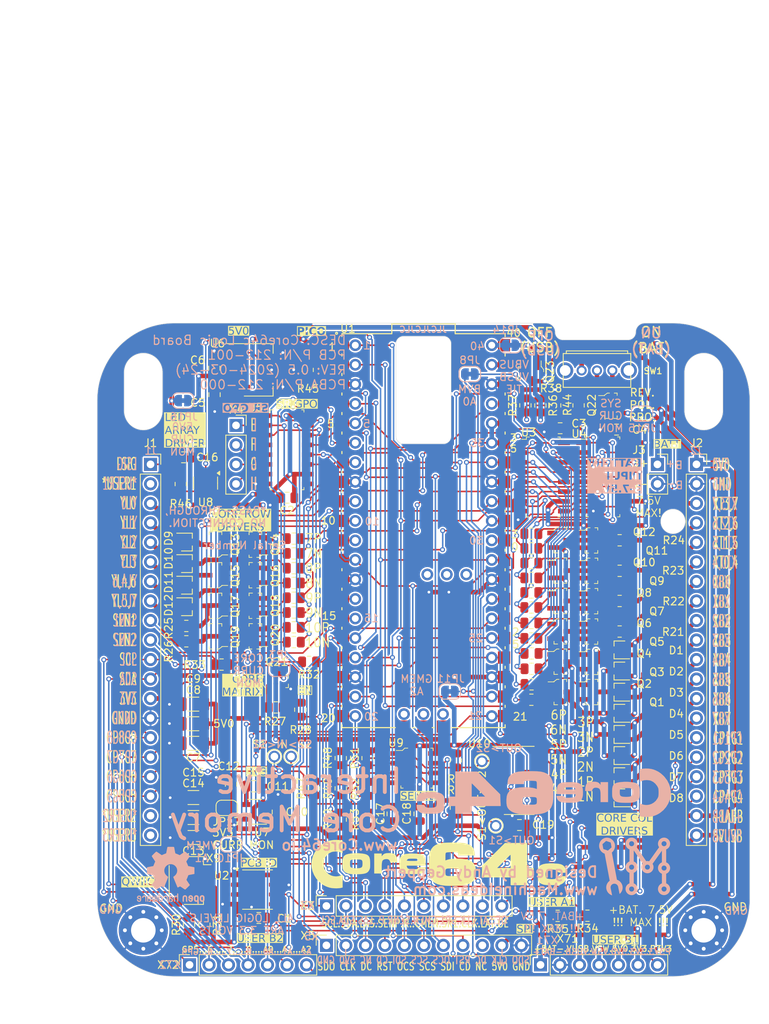
<source format=kicad_pcb>
(kicad_pcb (version 20240108) (generator "pcbnew") (generator_version "8.0")
  (title_block (title "Core 64c Logic Board") (date "2024-03-24") (rev "0.5") (company "Andy Geppert - Machine Ideas, LLC"))
  (layers (0 "F.Cu" signal) (31 "B.Cu" signal) (34 "B.Paste" user) (35 "F.Paste" user) (36 "B.SilkS" user "B.Silkscreen") (37 "F.SilkS" user "F.Silkscreen") (38 "B.Mask" user) (39 "F.Mask" user) (44 "Edge.Cuts" user))
  (net 0 "")
  (net 1 "Net-(U7-BP)")
  (net 2 "/CM_SR_~{OE}")
  (net 3 "-LABB")
  (net 4 "/XB0")
  (net 5 "/XB1")
  (net 6 "/XB3")
  (net 7 "/XB2")
  (net 8 "/XB4")
  (net 9 "/XB5")
  (net 10 "/XB6")
  (net 11 "Net-(Q1-C)")
  (net 12 "/XB7")
  (net 13 "Net-(Q2-C)")
  (net 14 "Net-(Q3-C)")
  (net 15 "Net-(Q4-C)")
  (net 16 "Net-(Q13-C)")
  (net 17 "Net-(Q14-C)")
  (net 18 "Net-(Q15-C)")
  (net 19 "Net-(Q16-C)")
  (net 20 "/YL0")
  (net 21 "/YL1")
  (net 22 "/YL2")
  (net 23 "/YL3")
  (net 24 "/USER3")
  (net 25 "/I2C_3V3_SDA")
  (net 26 "/GPIO5_CP5_HS1")
  (net 27 "/LED_ARY_5V0_SIG")
  (net 28 "/YL4,6")
  (net 29 "/USER2")
  (net 30 "/I2C_3V3_SCL")
  (net 31 "/GPIO7_CP7_HS3")
  (net 32 "/GPIO8_CP8_HS4")
  (net 33 "/YL5,7")
  (net 34 "/GPIO6_CP6_HS2")
  (net 35 "/CM_SENSE_2_IN")
  (net 36 "/CM_SENSE_1_IN")
  (net 37 "/USER1")
  (net 38 "Net-(Q1-B)")
  (net 39 "Net-(Q2-B)")
  (net 40 "/XT1,5")
  (net 41 "+LABB")
  (net 42 "/GPIO4_CP4_CS2")
  (net 43 "/XT0,4")
  (net 44 "/XT2,6")
  (net 45 "/GPIO1_CP1_SAO1")
  (net 46 "/XT3,7")
  (net 47 "/GPIO2_CP2_SAO2")
  (net 48 "Net-(Q3-B)")
  (net 49 "Net-(Q4-B)")
  (net 50 "Net-(Q5-B)")
  (net 51 "/CM_SR_CLK")
  (net 52 "+VSW")
  (net 53 "Net-(Q5-C)")
  (net 54 "Net-(Q6-B)")
  (net 55 "5V0")
  (net 56 "3V3")
  (net 57 "/GPIO3_CP3_DC")
  (net 58 "Net-(JP3-A)")
  (net 59 "Net-(JP8-A)")
  (net 60 "/CM_Q1P")
  (net 61 "/CM_Q1N")
  (net 62 "/CM_Q2P")
  (net 63 "Net-(Q7-C)")
  (net 64 "Net-(Q7-B)")
  (net 65 "Net-(Q8-B)")
  (net 66 "/CM_Q2N")
  (net 67 "Net-(Q9-B)")
  (net 68 "/CM_Q3P")
  (net 69 "/CM_Q3N")
  (net 70 "PICO_VSYS")
  (net 71 "/CM_Q4P")
  (net 72 "/CM_Q4N")
  (net 73 "/CM_Q5P")
  (net 74 "PICO_3V3OUT")
  (net 75 "/CM_Q5N")
  (net 76 "5VUSB")
  (net 77 "Net-(Q10-C)")
  (net 78 "Net-(Q10-B)")
  (net 79 "/CM_Q6P")
  (net 80 "/CM_Q6N")
  (net 81 "/CM_Q7P")
  (net 82 "/CM_Q7N")
  (net 83 "/CM_Q8P")
  (net 84 "/CM_Q8N")
  (net 85 "/CM_Q9P")
  (net 86 "/CM_Q9N")
  (net 87 "/CM_Q10P")
  (net 88 "Net-(Q11-B)")
  (net 89 "Net-(Q11-C)")
  (net 90 "Net-(Q12-B)")
  (net 91 "Net-(Q13-B)")
  (net 92 "Net-(Q14-B)")
  (net 93 "Net-(Q15-B)")
  (net 94 "Net-(Q16-B)")
  (net 95 "Net-(Q17-B)")
  (net 96 "Net-(Q17-C)")
  (net 97 "Net-(Q18-B)")
  (net 98 "Net-(Q19-C)")
  (net 99 "Net-(Q19-B)")
  (net 100 "Net-(Q20-B)")
  (net 101 "Net-(Q21-G)")
  (net 102 "Net-(Q22-D)")
  (net 103 "Net-(Q22-G)")
  (net 104 "GMEM")
  (net 105 "Net-(R36-Pad1)")
  (net 106 "Net-(U6-EN)")
  (net 107 "Net-(U8-Y)")
  (net 108 "Net-(U9B-_)")
  (net 109 "Net-(U9A--)")
  (net 123 "/CM_Q10N")
  (net 124 "/CM_EN")
  (net 125 "/I2C_CLOCK")
  (net 126 "/I2C_DATA")
  (net 130 "/SPI_CS1")
  (net 131 "/ADC0")
  (net 133 "Net-(U10-Pad1)")
  (net 134 "Net-(U10-Pad13)")
  (net 135 "Net-(U10-Pad12)")
  (net 136 "Net-(JP15-B)")
  (net 137 "Net-(JP16-A)")
  (net 138 "Net-(JP17-A)")
  (net 139 "/CM_SR_SER1")
  (net 140 "/CM_SR_LAT")
  (net 141 "/CA_SENSE_2_OUT")
  (net 142 "/CA_SENSE_1_OUT")
  (net 143 "/ADC1")
  (net 144 "/ADC2")
  (net 145 "/LED_ARY_3V3_SIG")
  (net 146 "/SPI_CD")
  (net 147 "/SPI_CLK")
  (net 148 "/SPI_SDI")
  (net 149 "/SPI_RESET")
  (net 150 "/SPI_SDO")
  (net 151 "/CM_SENSE_PULSE")
  (net 152 "/CM_SENSE_RESET")
  (net 153 "/CA_SR_SER2")
  (net 154 "/CA_SR_SER3")
  (net 155 "/CA_SR_GPO_A")
  (net 156 "/CA_SR_GPO_D")
  (net 157 "/CA_SR_GPO_B")
  (net 158 "/CA_SR_GPO_C")
  (footprint "Resistor_SMD:R_0805_2012Metric" (layer "F.Cu") (at 129.1 105.2 90)
    (property "Reference" "R44")
    (property "Value" "10k")
  )
  (footprint "digikey-footprints:SOT-23-3" (layer "F.Cu") (at 89.65 141.1 90)
    (property "Reference" "Q21")
    (property "Value" "Q_NMOS_DGS_AO3400A")
  )
  (footprint "Connector_JST:JST_SH_SM04B-SRSS-TB_1x04-1MP_P1.00mm_Horizontal" (layer "F.Cu") (at 78.45 167.025 -90)
    (property "Reference" "X9")
    (property "Value" "Conn_4_QWIIC")
  )
  (footprint "Resistor_SMD:R_0805_2012Metric" (layer "F.Cu") (at 92 128.305713)
    (property "Reference" "R16")
    (property "Value" "470")
  )
  (footprint "Resistor_SMD:R_0805_2012Metric" (layer "F.Cu") (at 92 124.458571)
    (property "Reference" "R14")
    (property "Value" "470")
  )
  (footprint "Resistor_SMD:R_0805_2012Metric" (layer "F.Cu") (at 92 135.999997)
    (property "Reference" "R20")
    (property "Value" "470")
  )
  (footprint "Resistor_SMD:R_0805_2012Metric" (layer "F.Cu") (at 134.45 126.725 180)
    (property "Reference" "R23")
    (property "Value" "6R8-1%")
  )
  (footprint "Resistor_SMD:R_0805_2012Metric" (layer "F.Cu") (at 122.95 127.65 180)
    (property "Reference" "R10")
    (property "Value" "470")
  )
  (footprint "Resistor_SMD:R_0805_2012Metric" (layer "F.Cu") (at 122.95 125.715 180)
    (property "Reference" "R9")
    (property "Value" "470")
  )
  (footprint "Resistor_SMD:R_0805_2012Metric" (layer "F.Cu") (at 78 135.9)
    (property "Reference" "R26")
    (property "Value" "6R8-1%")
  )
  (footprint "Resistor_SMD:R_0805_2012Metric" (layer "F.Cu") (at 78 133.9)
    (property "Reference" "R25")
    (property "Value" "6R8-1%")
  )
  (footprint "Resistor_SMD:R_0805_2012Metric" (layer "F.Cu") (at 122.95 131.5 180)
    (property "Reference" "R8")
    (property "Value" "470")
  )
  (footprint "Resistor_SMD:R_0805_2012Metric" (layer "F.Cu") (at 122.95 129.55 180)
    (property "Reference" "R7")
    (property "Value" "470")
  )
  (footprint "Resistor_SMD:R_0805_2012Metric" (layer "F.Cu") (at 122.95 135.515 180)
    (property "Reference" "R6")
    (property "Value" "470")
  )
  (footprint "Resistor_SMD:R_0805_2012Metric" (layer "F.Cu") (at 122.95 133.515 180)
    (property "Reference" "R5")
    (property "Value" "470")
  )
  (footprint "digikey-footprints:SOT-23-3" (layer "F.Cu") (at 87 127.3 180)
    (property "Reference" "Q16")
    (property "Value" "MMBT4401LT1G")
  )
  (footprint "digikey-footprints:SOT-23-3" (layer "F.Cu") (at 81.8 127.3 180)
    (property "Reference" "Q15")
    (property "Value" "MMBT4403LT1G")
  )
  (footprint "digikey-footprints:SOT-23-3" (layer "F.Cu") (at 87 123.325 180)
    (property "Reference" "Q14")
    (property "Value" "MMBT4401LT1G")
  )
  (footprint "digikey-footprints:SOT-23-3" (layer "F.Cu") (at 130.775 126.725)
    (property "Reference" "Q9")
    (property "Value" "MMBT4403LT1G")
  )
  (footprint "digikey-footprints:SOT-23-3" (layer "F.Cu") (at 81.8 135.25 180)
    (property "Reference" "Q19")
    (property "Value" "MMBT4403LT1G")
  )
  (footprint "digikey-footprints:SOT-23-3" (layer "F.Cu") (at 87 131.275 180)
    (property "Reference" "Q18")
    (property "Value" "MMBT4401LT1G")
  )
  (footprint "digikey-footprints:SOT-23-3" (layer "F.Cu") (at 81.8 131.275 180)
    (property "Reference" "Q17")
    (property "Value" "MMBT4403LT1G")
  )
  (footprint "digikey-footprints:SOT-23-3" (layer "F.Cu") (at 130.775 130.675)
    (property "Reference" "Q7")
    (property "Value" "MMBT4403LT1G")
  )
  (footprint "digikey-footprints:SOT-23-3" (layer "F.Cu") (at 126.725 138.55)
    (property "Reference" "Q4")
    (property "Value" "MMBT4401LT1G")
  )
  (footprint "digikey-footprints:SOT-23-3" (layer "F.Cu") (at 130.775 138.575)
    (property "Reference" "Q3")
    (property "Value" "MMBT4403LT1G")
  )
  (footprint "digikey-footprints:SOT-23-3" (layer "F.Cu") (at 130.775 134.625)
    (property "Reference" "Q5")
    (property "Value" "MMBT4403LT1G")
  )
  (footprint "digikey-footprints:SOT-23-3" (layer "F.Cu") (at 126.725 142.5)
    (property "Reference" "Q2")
    (property "Value" "MMBT4401LT1G")
  )
  (footprint "digikey-footprints:SOT-23-3" (layer "F.Cu") (at 130.775 142.5)
    (property "Reference" "Q1")
    (property "Value" "MMBT4403LT1G")
  )
  (footprint "Package_TO_SOT_SMD:SOT-323_SC-70" (layer "F.Cu") (at 78.05 131.4)
    (property "Reference" "D12")
    (property "Value" "BAT54CW")
  )
  (footprint "Package_TO_SOT_SMD:SOT-323_SC-70" (layer "F.Cu") (at 78.05 128.595)
    (property "Reference" "D11")
    (property "Value" "BAT54AW")
  )
  (footprint "Package_TO_SOT_SMD:SOT-323_SC-70" (layer "F.Cu") (at 78.05 122.985)
    (property "Reference" "D9")
    (property "Value" "BAT54AW")
  )
  (footprint "Package_TO_SOT_SMD:SOT-323_SC-70" (layer "F.Cu") (at 134.45 145.265 180)
    (property "Reference" "D4")
    (property "Value" "BAT54CW")
  )
  (footprint "Package_TO_SOT_SMD:SOT-323_SC-70" (layer "F.Cu") (at 134.45 142.515 180)
    (property "Reference" "D3")
    (property "Value" "BAT54AW")
  )
  (footprint "Package_TO_SOT_SMD:SOT-323_SC-70" (layer "F.Cu") (at 134.45 139.765 180)
    (property "Reference" "D2")
    (property "Value" "BAT54CW")
  )
  (footprint "Package_TO_SOT_SMD:SOT-323_SC-70" (layer "F.Cu") (at 134.45 137.015 180)
    (property "Reference" "D1")
    (property "Value" "BAT54AW")
  )
  (footprint "Resistor_SMD:R_0805_2012Metric" (layer "F.Cu") (at 122.95 143.5 180)
    (property "Reference" "R2")
    (property "Value" "470")
  )
  (footprint "Resistor_SMD:R_0805_2012Metric" (layer "F.Cu") (at 122.975 141.5 180)
    (property "Reference" "R1")
    (property "Value" "470")
  )
  (footprint "Resistor_SMD:R_0805_2012Metric" (layer "F.Cu") (at 122.975 139.475 180)
    (property "Reference" "R4")
    (property "Value" "470")
  )
  (footprint "Resistor_SMD:R_0805_2012Metric" (layer "F.Cu") (at 122.975 137.475 180)
    (property "Reference" "R3")
    (property "Value" "470")
  )
  (footprint "digikey-footprints:SOT-23-3" (layer "F.Cu") (at 133.3 105.25)
    (property "Reference" "Q22")
    (property "Value" "SL3401A")
  )
  (footprint "Capacitor_SMD:C_0805_2012Metric" (layer "F.Cu") (at 77.6326 111.9556)
    (property "Reference" "C16")
    (property "Value" "0.1uF")
  )
  (footprint "Capacitor_SMD:C_0805_2012Metric" (layer "F.Cu") (at 87.45 171.9 180)
    (property "Reference" "C1")
    (property "Value" "0.1uF")
  )
  (footprint "MountingHole:MountingHole_3.2mm_M3_Pad_Via" (layer "F.Cu") (at 72.4 173.5)
    (property "Reference" "H1")
    (property "Value" "GND PAD")
  )
  (footprint "MountingHole:MountingHole_3.2mm_M3_Pad_Via" (layer "F.Cu") (at 145.4 173.5)
    (property "Reference" "H2")
    (property "Value" "GND PAD")
  )
  (footprint "Resistor_SMD:R_0805_2012Metric" (layer "F.Cu") (at 89.65 144.5 180)
    (property "Reference" "R27")
    (property "Value" "10k")
  )
  (footprint "Resistor_SMD:R_0805_2012Metric" (layer "F.Cu") (at 77.277 115.4354 -90)
    (property "Reference" "R46")
    (property "Value" "470")
  )
  (footprint "Connector_PinSocket_2.54mm:PinSocket_1x20_P2.54mm_Vertical" (layer "F.Cu") (at 73.34 112.87)
    (property "Reference" "J1")
    (property "Value" "HDR100IMP40F-G-V-TH")
  )
  (footprint "Connector_PinSocket_2.54mm:PinSocket_1x20_P2.54mm_Vertical" (layer "F.Cu") (at 144.46 112.87)
    (property "Reference" "J2")
    (property "Value" "HDR100IMP40F-G-V-TH")
  )
  (footprint "Resistor_SMD:R_0805_2012Metric" (layer "F.Cu") (at 134.45 122.75 180)
    (property "Reference" "R24")
    (property "Value" "6R8-1%")
  )
  (footprint "Resistor_SMD:R_0805_2012Metric" (layer "F.Cu") (at 122.95 123.8 180)
    (property "Reference" "R12")
    (property "Value" "470")
  )
  (footprint "Resistor_SMD:R_0805_2012Metric" (layer "F.Cu") (at 122.95 121.9 180)
    (property "Reference" "R11")
    (property "Value" "470")
  )
  (footprint "digikey-footprints:SOT-23-3" (layer "F.Cu") (at 126.725 122.75)
    (property "Reference" "Q12")
    (property "Value" "MMBT4401LT1G")
  )
  (footprint "digikey-footprints:SOT-23-3" (layer "F.Cu") (at 130.775 122.775)
    (property "Reference" "Q11")
    (property "Value" "MMBT4403LT1G")
  )
  (footprint "Package_TO_SOT_SMD:SOT-23-5" (layer "F.Cu") (at 80.5125 115.3125 -90)
    (property "Reference" "U8")
    (property "Value" "SN74LV1T125DBVR")
  )
  (footprint "Capacitor_SMD:C_0805_2012Metric" (layer "F.Cu") (at 104.865 158.35 -90)
    (property "Reference" "C17")
    (property "Value" "0.1uF")
  )
  (footprint "Capacitor_SMD:C_0805_2012Metric" (layer "F.Cu") (at 108.365 158.35 -90)
    (property "Reference" "C18")
    (property "Value" "10uF")
  )
  (footprint "Package_SO:SOIC-14_3.9x8.7mm_P1.27mm" (layer "F.Cu") (at 121.365 154)
    (property "Reference" "U10")
    (property "Value" "74HC02")
  )
  (footprint "Capacitor_SMD:C_0805_2012Metric" (layer "F.Cu") (at 121.4 159.8 180)
    (property "Reference" "C19")
    (property "Value" "0.1uF")
  )
  (footprint "Resistor_SMD:R_0805_2012Metric" (layer "F.Cu") (at 113.115 157.55 -90)
    (property "Reference" "R55")
    (property "Value" "1K2")
  )
  (footprint "Resistor_SMD:R_0805_2012Metric" (layer "F.Cu") (at 113.1 151.4 -90)
    (property "Reference" "R54")
    (property "Value" "1K2")
  )
  (footprint "Resistor_SMD:R_0805_2012Metric" (layer "F.Cu") (at 101.615 159.1 -90)
    (property "Reference" "R53")
    (property "Value" "1K5-1%")
  )
  (footprint "Resistor_SMD:R_0805_2012Metric" (layer "F.Cu") (at 101.615 155.1 90)
    (property "Reference" "R52")
    (property "Value" "11-1%")
  )
  (footprint "Resistor_SMD:R_0805_2012Metric" (layer "F.Cu") (at 101.615 151.1 -90)
    (property "Reference" "R51")
    (property "Value" "1K8-1%")
  )
  (footprint "Resistor_SMD:R_0805_2012Metric" (layer "F.Cu") (at 98.115 159.1 -90)
    (property "Reference" "R50")
    (property "Value" "1K5-1%")
  )
  (footprint "Resistor_SMD:R_0805_2012Metric" (layer "F.Cu") (at 98.115 155.0375 -90)
    (property "Reference" "R49")
    (property "Value" "11-1%")
  )
  (footprint "Resistor_SMD:R_0805_2012Metric" (layer "F.Cu") (at 98.115 151.1 -90)
    (property "Reference" "R48")
    (property "Value" "1K8-1%")
  )
  (footprint "Resistor_SMD:R_0805_2012Metric" (layer "F.Cu") (at 94.615 155.0375 90)
    (property "Reference" "R47")
    (property "Value" "1K5-1%")
  )
  (footprint "Connector_PinSocket_2.54mm:PinSocket_1x10_P2.54mm_Vertical" (layer "F.Cu") (at 96.25 170.333 90)
    (property "Reference" "X3")
    (property "Value" "Conn_01x10_Female")
  )
  (footprint "digikey-footprints:SOT-23-3" (layer "F.Cu") (at 122.9 101 -90)
    (property "Reference" "Q23")
    (property "Value" "SL3401A")
  )
  (footprint "Resistor_SMD:R_0805_2012Metric" (layer "F.Cu") (at 126.375 171.625 180)
    (property "Reference" "R35")
    (property "Value" "10K")
  )
  (footprint "digikey-footprints:SOIC-8_W3.9mm" (layer "F.Cu") (at 108.05 152.4 -90)
    (property "Reference" "U9")
    (property "Value" "LM393")
  )
  (footprint "Resistor_SMD:R_0805_2012Metric" (layer "F.Cu") (at 126.05 105.2 90)
    (property "Reference" "R38")
    (property "Value" "10k")
  )
  (footprint "Connector_PinSocket_2.54mm:PinSocket_1x07_P2.54mm_Vertical" (layer "F.Cu") (at 78.42 178 90)
    (property "Reference" "X72")
    (property "Value" "Conn_01x07_Female")
  )
  (footprint "Connector_PinSocket_2.54mm:PinSocket_1x07_P2.54mm_Vertical" (layer "F.Cu") (at 124.14 178 90)
    (property "Reference" "X71")
    (property "Value" "Conn_01x07_Female")
  )
  (footprint "Resistor_SMD:R_0805_2012Metric" (layer "F.Cu") (at 92.85 144.8 90)
    (property "Reference" "R28")
    (property "Value" "470")
  )
  (footprint "digikey-footprints:SOT-23-3" (layer "F.Cu") (at 87 135.25 180)
    (property "Reference" "Q20")
    (property "Value" "MMBT4401LT1G")
  )
  (footprint "Resistor_SMD:R_0805_2012Metric" (layer "F.Cu") (at 92 122.535)
    (property "Reference" "R13")
    (property "Value" "470")
  )
  (footprint "Resistor_SMD:R_0805_2012Metric" (layer "F.Cu") (at 92 130.229284)
    (property "Reference" "R17")
    (property "Value" "470")
  )
  (footprint "Resistor_SMD:R_0805_2012Metric" (layer "F.Cu") (at 92 134.076426)
    (property "Reference" "R19")
    (property "Value" "470")
  )
  (footprint "digikey-footprints:SOT-23-3" (layer "F.Cu") (at 126.725 126.7)
    (property "Reference" "Q10")
    (property "Value" "MMBT4401LT1G")
  )
  (footprint "digikey-footprints:SOT-23-3" (layer "F.Cu") (at 126.725 130.65)
    (property "Reference" "Q8")
    (property "Value" "MMBT4401LT1G")
  )
  (footprint "digikey-footprints:SOT-23-3" (layer "F.Cu") (at 126.725 134.6)
    (property "Reference" "Q6")
    (property "Value" "MMBT4401LT1G")
  )
  (footprint "Resistor_SMD:R_0805_2012Metric" (layer "F.Cu") (at 134.45 130.65 180)
    (property "Reference" "R22")
    (property "Value" "6R8-1%")
  )
  (footprint "Resistor_SMD:R_0805_2012Metric" (layer "F.Cu") (at 134.45 134.625)
    (property "Reference" "R21")
    (property "Value" "6R8-1%")
  )
  (footprint "Package_TO_SOT_SMD:SOT-323_SC-70" (layer "F.Cu") (at 134.45 156.265 180)
    (property "Reference" "D8")
    (property "Value" "BAT54CW")
  )
  (footprint "Package_TO_SOT_SMD:SOT-323_SC-70" (layer "F.Cu") (at 134.45 153.515 180)
    (property "Reference" "D7")
    (property "Value" "BAT54AW")
  )
  (footprint "Package_TO_SOT_SMD:SOT-323_SC-70" (layer "F.Cu") (at 134.45 150.765 180)
    (property "Reference" "D6")
    (property "Value" "BAT54CW")
  )
  (footprint "Package_TO_SOT_SMD:SOT-323_SC-70" (layer "F.Cu") (at 134.45 148.015 180)
    (property "Reference" "D5")
    (property "Value" "BAT54AW")
  )
  (footprint "Package_TO_SOT_SMD:SOT-323_SC-70" (layer "F.Cu") (at 78.05 125.79)
    (property "Reference" "D10")
    (property "Value" "BAT54CW")
  )
  (footprint "Resistor_SMD:R_0805_2012Metric" (layer "F.Cu") (at 92 126.382142)
    (property "Reference" "R15")
    (property "Value" "470")
  )
  (footprint "Resistor_SMD:R_0805_2012Metric" (layer "F.Cu") (at 92 132.152855)
    (property "Reference" "R18")
    (property "Value" "470")
  )
  (footprint "PICO:Pico_W_SC0915" (layer "F.Cu") (at 108.9 121.5)
    (property "Reference" "U1")
    (property "Value" "SC0915_PICO" (hide yes))
  )
  (footprint "digikey-footprints:SOT-23-3" (layer "F.Cu") (at 81.8 123.325 180)
    (property "Reference" "Q13")
    (property "Value" "MMBT4403LT1G")
  )
  (footprint "Capacitor_SMD:C_0805_2012Metric" (layer "F.Cu") (at 91.12 117.2134 180)
    (property "Reference" "C2")
    (property "Value" "0.1uF")
  )
  (footprint "Capacitor_SMD:C_0805_2012Metric" (layer "F.Cu") (at 126.7 108.175 180)
    (property "Reference" "C3")
    (property "Value" "0.1uF")
  )
  (footprint "Capacitor_SMD:C_0805_2012Metric" (layer "F.Cu") (at 134.05 108.35 180)
    (property "Reference" "C4")
    (property "Value" "0.1uF")
  )
  (footprint "digikey-footprints:SOIC-16_W3.90mm" (layer "F.Cu") (at 124.5 114.515 -90)
    (property "Reference" "U3")
    (property "Value" "74HC595D")
  )
  (footprint "digikey-footprints:SOIC-16_W3.90mm" (layer "F.Cu") (at 132.275 114.5 -90)
    (property "Reference" "U4")
    (property "Value" "74HC595D")
  )
  (footprint "digikey-footprints:SOIC-16_W3.90mm" (layer "F.Cu") (at 91.125 110.975 -90)
    (property "Reference" "U5")
    (property "Value" "74HC595D")
  )
  (footprint "Connector_PinSocket_2.54mm:PinSocket_1x04_P2.54mm_Vertical" (layer "F.Cu") (at 84.475 107.8)
    (property "Reference" "X4")
    (property "Value" "CA_SR_GPO_ABCD")
  )
  (footprint "Connector_PinSocket_2.54mm:PinSocket_1x11_P2.54mm_Vertical" (layer "F.Cu") (at 96.25 175.46 90)
    (property "Reference" "X5")
    (property "Value" "Conn_01x11_Female")
  )
  (footprint "Package_TO_SOT_SMD:SOT-223-5" (layer "F.Cu") (at 87.3354 100.5764)
    (property "Reference" "U6")
    (property "Value" "LP38693MP-5.0")
  )
  (footprint "Package_TO_SOT_SMD:SOT-23-5" (layer "F.Cu") (at 86.9036 158.082 180)
    (property "Reference" "U7")
    (property "Value" "SSP9193-33M5R")
  )
  (footprint "Core_64_footprints:Core64c_Logo_7mm" (layer "F.Cu") (at 110.1206 165.0908)
    (property "Reference" "L1" (hide yes))
    (property "Value" "Core_64c_Logo_7mm_tall" (hide yes))
  )
  (footprint "Capacitor_SMD:C_1206_3216Metric" (layer "F.Cu") (at 78.925 156.225 180)
    (property "Reference" "C15")
    (property "Value" "220uF")
  )
  (footprint "Capacitor_SMD:C_1206_3216Metric" (layer "F.Cu") (at 78.925 158.825 180)
    (property "Reference" "C14")
    (property "Value" "220uF")
  )
  (footprint "Switch_XKB_SK12D07VG4_SK12D07L4B:SK12D07VG4" (layer "F.Cu") (at 131.5 100.6535 180)
    (property "Reference" "SW1")
    (property "Value" "SK12D07L4B")
  )
  (footprint "Capacitor_SMD:C_0805_2012Metric" (layer "F.Cu") (at 89.925 158.105 90)
    (property "Reference" "C10")
    (property "Value" "1uF")
  )
  (footprint "Capacitor_SMD:C_1206_3216Metric" (layer "F.Cu") (at 78.925 146.625 180)
    (property "Reference" "C8")
    (property "Value" "220uF")
  )
  (footprint "Package_SO:SOIC-8_3.9x4.9mm_P1.27mm" (layer "F.Cu") (at 87.275 168.205)
    (property "Reference" "U2")
    (property "Value" "M24C02")
  )
  (footprint "Capacitor_SMD:C_1206_3216Metric" (layer "F.Cu") (at 78.925 144.075 180)
    (property "Reference" "C9")
    (property "Value" "220uF")
  )
  (footprint "Resistor_SMD:R_0805_2012Metric" (layer "F.Cu") (at 78.355 172.775 90)
    (property "Reference" "R30")
    (property "Value" "1K2")
  )
  (footprint "Core_64_footprints:TestPoint_THTPad_D1.5mm_Drill1.0mm" (layer "F.Cu") (at 116.51 151.51)
    (property "Reference" "TP22" (hide yes))
    (property "Value" "S2 OUT")
  )
  (footprint "Resistor_SMD:R_0805_2012Metric" (layer "F.Cu") (at 124.125 105.205 -90)
    (property "Reference" "R36")
    (property "Value" "10k")
  )
  (footprint "Resistor_SMD:R_0805_2012Metric" (layer "F.Cu") (at 130.255 171.605 180)
    (property "Reference" "R34")
    (property "Value" "10K")
  )
  (footprint "Capacitor_SMD:C_0805_2012Metric" (layer "F.Cu") (at 81.675 103.805 -90)
    (property "Reference" "C5")
    (property "Value" "1uF")
  )
  (footprint "Jumper:SolderJumper-2_P1.3mm_Bridged_RoundedPad1.0x1.5mm" (layer "F.Cu") (at 83.275 157.575 180)
    (property "Reference" "JP17")
    (property "Value" "3V3_CUR_MON")
  )
  (footprint "Resistor_SMD:R_0805_2012Metric" (layer "F.Cu") (at 122.175 105.195 90)
    (property "Reference" "R37")
    (property "Value" "10k")
  )
  (footprint "Core_64_footprints:TestPoint_THTPad_D1.5mm_Drill1.0mm" (layer "F.Cu") (at 118.31 159.9)
    (property "Reference" "TP23" (hide yes))
    (property "Value" "S1 OUT")
  )
  (footprint "Capacitor_SMD:C_0805_2012Metric" (layer "F.Cu") (at 81.65 100.36 90)
    (property "Reference" "C6")
    (property "Value" "1uF")
  )
  (footprint "Resistor_SMD:R_0805_2012Metric" (layer "F.Cu") (at 80.355 172.775 90)
    (property "Reference" "R31")
    (property "Value" "1K2")
  )
  (footprint "Capacitor_SMD:C_0805_2012Metric" (layer "F.Cu") (at 83.825 154.505 90)
    (property "Reference" "C12")
    (property "Value" "1uF")
  )
  (footprint "Core_64_footprints:TestPoint_THTPad_D1.5mm_Drill1.0mm" (layer "F.Cu") (at 89.470952 150.890614)
    (property "Reference" "TP20" (hide yes))
    (property "Value" "S1 IN")
  )
  (footprint "Capacitor_SMD:C_0805_2012Metric" (layer "F.Cu") (at 86.775 154.755)
    (property "Reference" "C11")
    (property "Value" "0.01uF")
  )
  (footprint "Resistor_SMD:R_0805_2012Metric" (layer "F.Cu") (at 82.595 138.925)
    (property "Reference" "R33")
    (property "Value" "68")
  )
  (footprint "Capacitor_SMD:C_1206_3216Metric" (layer "F.Cu") (at 78.925 161.425 180)
    (property "Reference" "C13")
    (property "Value" "220uF")
  )
  (footprint "Resistor_SMD:R_0805_2012Metric" (layer "F.Cu") (at 93.995 138.575 180)
    (property "Reference" "R32")
    (property "Value" "68")
  )
  (footprint "Connector_PinSocket_2.54mm:PinSocket_1x02_P2.54mm_Vertical" (layer "F.Cu") (at 139.375 112.875)
    (property "Reference" "J3")
    (property "Value" "Conn_1x02")
  )
  (footprint "Core_64_footprints:TestPoint_THTPad_D1.5mm_Drill1.0mm" (layer "F.Cu") (at 91.65 150.89)
    (property "Reference" "TP21" (hide yes))
    (property "Value" "S2 IN")
  )
  (footprint "Resistor_SMD:R_0805_2012Metric" (layer "F.Cu") (at 93.805 100.585 -90)
    (property "Reference" "R45")
    (property "Value" "10k")
  )
  (footprint "Capacitor_SMD:C_1206_3216Metric" (layer "F.Cu") (at 78.925 149.175 180)
    (property "Reference" "C7")
    (property "Value" "220uF")
  )
  (footprint "Symbol:OSHW-Logo2_9.8x8mm_SilkScreen" (layer "B.Cu") (at 75.9728 166.3618 180)
    (property "Reference" "L3" (hide yes))
    (property "Value" "Logo_Open_Hardware_Small" (hide yes))
  )
  (footprint "Core_64_footprints:Core64c_Logo_7mm" (layer "B.Cu") (at 125.3 155.8 180)
    (property "Reference" "L2" (hide yes))
    (property "Value" "Core_64c_Logo_7mm_tall" (hide yes))
  )
  (footprint "Jumper:SolderJumper-2_P1.3mm_Bridged_RoundedPad1.0x1.5mm" (layer "B.Cu") (at 112.335 142.425 180)
    (property "Reference" "JP11")
    (property "Value" "GMEM")
  )
  (footprint "Jumper:SolderJumper-2_P1.3mm_Bridged_RoundedPad1.0x1.5mm" (layer "B.Cu") (at 114.935 101.125 180)
    (property "Reference" "JP8")
    (property "Value" "BAT_MON")
  )
  (footprint "Jumper:SolderJumper-2_P1.3mm_Bridged_RoundedPad1.0x1.5mm" (layer "B.Cu") (at 120.225 97.375)
    (property "Reference" "JP14")
    (property "Value" "VBUS_5VUSB_TIE")
  )
  (footprint "Jumper:SolderJumper-2_P1.3mm_Bridged_RoundedPad1.0x1.5mm" (layer "B.Cu") (at 77.575 104.575 180)
    (property "Reference" "JP16")
    (property "Value" "5V0_CUR_MON")
  )
  (footprint "Jumper:SolderJumper-2_P1.3mm_Bridged_RoundedPad1.0x1.5mm" (layer "B.Cu") (at 137.375 106.275 180)
    (property "Reference" "JP15")
    (property "Value" "SYS_CUR_MON")
  )
  (footprint "Core_64_footprints:Machine_Ideas_logo_1" (layer "B.Cu") (at 135.967756 165.44464 180)
    (property "Reference" "L3" (hide yes))
    (property "Value" "Core_64_Logo" (hide yes))
  )
  (footprint "Jumper:SolderJumper-2_P1.3mm_Bridged_RoundedPad1.0x1.5mm" (layer "B.Cu") (at 83.835 162.325)
    (property "Reference" "JP10")
    (property "Value" "VMEM")
  )
  (footprint "Jumper:SolderJumper-2_P1.3mm_Bridged_RoundedPad1.0x1.5mm" (layer "B.Cu") (at 90.1 139.475 180)
    (property "Reference" "JP3")
    (property "Value" "CORE_CURR_MON")
  )
  (gr_line (start 66.4 104.5) (end 66.4 169.5) (stroke (width 0.05)) (layer "Edge.Cuts"))
  (gr_arc (start 141.4 94.5) (mid 148.471068 97.428932) (end 151.4 104.5) (stroke (width 0.05)) (layer "Edge.Cuts"))
  (gr_line (start 151.4 104.5) (end 151.4 169.5) (stroke (width 0.05)) (layer "Edge.Cuts"))
  (gr_line (start 69.9 100.9) (end 69.9 105.9) (stroke (width 0.05)) (layer "Edge.Cuts"))
  (gr_line (start 74.9 100.9) (end 74.9 105.9) (stroke (width 0.05)) (layer "Edge.Cuts"))
  (gr_arc (start 66.4 104.5) (mid 69.328932 97.428932) (end 76.4 94.5) (stroke (width 0.05)) (layer "Edge.Cuts"))
  (gr_arc (start 69.9 100.9) (mid 72.4 98.4) (end 74.9 100.9) (stroke (width 0.05)) (layer "Edge.Cuts"))
  (gr_arc (start 74.9 105.9) (mid 72.4 108.4) (end 69.9 105.9) (stroke (width 0.05)) (layer "Edge.Cuts"))
  (gr_line (start 147.9 100.9) (end 147.9 105.9) (stroke (width 0.05)) (layer "Edge.Cuts"))
  (gr_line (start 142.9 100.9) (end 142.9 105.9) (stroke (width 0.05)) (layer "Edge.Cuts"))
  (gr_arc (start 147.9 105.9) (mid 145.4 108.4) (end 142.9 105.9) (stroke (width 0.05)) (layer "Edge.Cuts"))
  (gr_arc (start 142.9 100.9) (mid 145.4 98.4) (end 147.9 100.9) (stroke (width 0.05)) (layer "Edge.Cuts"))
  (gr_line (start 76.4 179.5) (end 141.4 179.5) (stroke (width 0.05)) (layer "Edge.Cuts"))
  (gr_arc (start 76.4 179.5) (mid 69.328932 176.571068) (end 66.4 169.5) (stroke (width 0.05)) (layer "Edge.Cuts"))
  (gr_arc (start 151.4 169.5) (mid 148.471068 176.571068) (end 141.4 179.5) (stroke (width 0.05)) (layer "Edge.Cuts"))
  (gr_line (start 105.3 109.2) (end 105.3 97.2) (stroke (width 0.05)) (layer "Edge.Cuts"))
  (gr_arc (start 112.5 109.2) (mid 112.207107 109.907107) (end 111.5 110.2) (stroke (width 0.05)) (layer "Edge.Cuts"))
  (gr_line (start 141.4 94.5) (end 137.725 94.5) (stroke (width 0.05)) (layer "Edge.Cuts"))
  (gr_line (start 76.4 94.5) (end 124.875 94.5) (stroke (width 0.05)) (layer "Edge.Cuts"))
  (gr_arc (start 127.05 96.675) (mid 126.342893 96.382107) (end 126.05 95.675) (stroke (width 0.05)) (layer "Edge.Cuts"))
  (gr_arc (start 124.875 94.5) (mid 125.70585 94.84415) (end 126.05 95.675) (stroke (width 0.05)) (layer "Edge.Cuts"))
  (gr_arc (start 111.5 96.2) (mid 112.207107 96.492893) (end 112.5 97.2) (stroke (width 0.05)) (layer "Edge.Cuts"))
  (gr_arc (start 105.3 97.2) (mid 105.592893 96.492893) (end 106.3 96.2) (stroke (width 0.05)) (layer "Edge.Cuts"))
  (gr_circle (center 141.4 120.3) (end 143 120.3) (stroke (width 0.05)) (fill none) (layer "Edge.Cuts"))
  (gr_line (start 112.5 97.2) (end 112.5 109.2) (stroke (width 0.05)) (layer "Edge.Cuts"))
  (gr_line (start 106.3 96.2) (end 111.5 96.2) (stroke (width 0.05)) (layer "Edge.Cuts"))
  (gr_line (start 127.05 96.675) (end 135.55 96.675) (stroke (width 0.05)) (layer "Edge.Cuts"))
  (gr_line (start 111.5 110.2) (end 106.3 110.2) (stroke (width 0.05)) (layer "Edge.Cuts"))
  (gr_arc (start 106.3 110.2) (mid 105.592893 109.907107) (end 105.3 109.2) (stroke (width 0.05)) (layer "Edge.Cuts"))
  (gr_arc (start 136.55 95.675) (mid 136.257107 96.382107) (end 135.55 96.675) (stroke (width 0.05)) (layer "Edge.Cuts"))
  (gr_arc (start 136.55 95.675) (mid 136.89415 94.84415) (end 137.725 94.5) (stroke (width 0.05)) (layer "Edge.Cuts"))
  (gr_text "ALL LOGIC LEVELS\nARE 3.3 VOLTS" (at 85.2018 172.7378 0) (layer "B.SilkS") (effects (font (size 1 1)) (justify mirror)))
  (gr_text "+" (at 98.6892 177.8178 90) (layer "B.SilkS") (effects (font (size 1 1))))
  (gr_text "-" (at 119.06 176.37 90) (layer "B.SilkS") (effects (font (size 1 1))))
  (gr_text "+" (at 119.06 177.7162 90) (layer "B.SilkS") (effects (font (size 1 1))))
  (gr_text "DESC: Core64c Logic Board\nPCB P/N: 212-001\nREV: 0.5 (2024-03-24)\nPCBA P/N: 212-000" (at 98.9178 99.6112 0) (layer "B.SilkS") (effects (font (size 1.2 1.2)) (justify left mirror)))
  (gr_text "Interactive\nCore Memory" (at 106.4 156.6 0) (layer "B.SilkS") (effects (font (size 3.1 3.1) (thickness 0.5)) (justify left mirror)))
  (gr_text "+BAT. 7.5V\n!!! MAX !!!" (at 125.7198 172.4694 0) (layer "B.SilkS") (effects (font (size 1 1) (thickness 0.12)) (justify mirror)))
  (gr_text "GND" (at 149.6416 170.9598 0) (layer "B.SilkS") (effects (font (size 1 1)) (justify mirror)))
  (gr_text "GND" (at 68.133 170.8328 0) (layer "B.SilkS") (effects (font (size 1 1)) (justify mirror)))
  (gr_text "5V0\nGND\nXT3,7\nXT2,6\nXT1,5\nXT0,4\nXB0\nXB1\nXB2\nXB3\nXB4\nXB5\nXB6\nXB7\nCP1G1\nCP2G2\nCP3G3\nCP4G4\n+LABB\n5VUSB" (at 146.4 137.1 0) (layer "B.SilkS") (effects (font (size 1.58 0.8) (thickness 0.16)) (justify right mirror)))
  (gr_text "LSIG\n*USER1\nYL0\nYL1\nYL2\nYL3\nYL4,6\nYL5,7\nSEN1\nSEN2\nSCL\nSDA\n3V3\nGNDD\nCP8G8\nCP7G7\nCP6G6\nCP5G5\n*USER2\n*USER3" (at 71.7 137 0) (layer "B.SilkS") (effects (font (size 1.58 0.8) (thickness 0.16)) (justify left mirror)))
  (gr_text "1" (at 101.5 97.4 0) (layer "B.SilkS") (effects (font (size 1 1)) (justify mirror)))
  (gr_text "5" (at 101.5 107.6 0) (layer "B.SilkS") (effects (font (size 1 1)) (justify mirror)))
  (gr_text "40" (at 115.9 97.5 0) (layer "B.SilkS") (effects (font (size 1 1)) (justify mirror)))
  (gr_text "21" (at 115.6 145.6 0) (layer "B.SilkS") (effects (font (size 1 1)) (justify mirror)))
  (gr_text "25" (at 115.7 135.5 0) (layer "B.SilkS") (effects (font (size 1 1)) (justify mirror)))
  (gr_text "10" (at 102.2 120.3 0) (layer "B.SilkS") (effects (font (size 1 1)) (justify mirror)))
  (gr_text "20" (at 102.1 145.7 0) (layer "B.SilkS") (effects (font (size 1 1)) (justify mirror)))
  (gr_text "15" (at 102.1 132.9 0) (layer "B.SilkS") (effects (font (size 1 1)) (justify mirror)))
  (gr_text "35" (at 115.9 110.1 0) (layer "B.SilkS") (effects (font (size 1 1)) (justify mirror)))
  (gr_text "30" (at 115.8 122.8 0) (layer "B.SilkS") (effects (font (size 1 1)) (justify mirror)))
  (gr_text "J1" (at 73.4 111.1 0) (layer "B.SilkS") (effects (font (size 1 1)) (justify mirror)))
  (gr_text "J2" (at 144.5 111.1 0) (layer "B.SilkS") (effects (font (size 1 1)) (justify mirror)))
  (gr_text "Designed by Andy Geppert\nwww.MachineIdeas.com" (at 131.7426 167.0528 0) (layer "B.SilkS") (effects (font (size 1.4 1.4) (thickness 0.25)) (justify left mirror)))
  (gr_text "E\nF\nG\nH" (at 87.2846 111.6 0) (layer "B.SilkS") (effects (font (size 1.58 0.8) (thickness 0.16)) (justify left mirror)))
  (gr_text "ON\n(BAT)" (at 138.55 96.85 0) (layer "B.SilkS") (effects (font (size 1.3 1.3) (thickness 0.2)) (justify mirror)))
  (gr_text "OFF\n(USB)" (at 124.2 97.1 0) (layer "B.SilkS") (effects (font (size 1.2 1.2) (thickness 0.2)) (justify mirror)))
  (gr_text "Serial Number" (at 80.1628 123.4098 0) (layer "B.SilkS") (effects (font (size 1 1)) (justify right mirror)))
  (gr_text "www.Core64.io" (at 105.6328 162.4046 0) (layer "B.SilkS") (effects (font (size 1.4 1.4) (thickness 0.25)) (justify left mirror)))
  (gr_text "B+" (at 141.5496 112.892 180) (layer "B.SilkS") (effects (font (size 1 1))))
  (gr_text "B-" (at 141.6004 115.5058 180) (layer "B.SilkS") (effects (font (size 1 1))))
  (gr_text "JLCJLCJLC" (at 112.0242 95.3186 0) (layer "B.SilkS") (effects (font (size 0.8 0.8)) (justify left mirror)))
  (gr_text "X71" (at 125 174.8 0) (layer "B.SilkS") (effects (font (size 1 1)) (justify mirror)))
  (gr_text "VBUS\nVUSB\nTIE" (at 120.7 101.5 0) (layer "B.SilkS") (effects (font (size 1 1)) (justify mirror)))
  (gr_text "5V0\nCUR\nMON" (at 77.5 109.6 0) (layer "B.SilkS") (effects (font (size 1 1)) (justify mirror)))
  (gr_text "X72" (at 75.9 178 0) (layer "B.SilkS") (effects (font (size 1 1)) (justify mirror)))
  (gr_text "X5" (at 94.3 174.3 0) (layer "B.SilkS") (effects (font (size 1 1)) (justify mirror)))
  (gr_text "A2...A1...A0....8.....7.....6...GP5" (at 94.4 176.3 0) (layer "B.SilkS") (effects (font (size 0.762 0.762) (thickness 0.14986)) (justify left mirror)))
  (gr_text "X3" (at 93.8 170.3 0) (layer "B.SilkS") (effects (font (size 1 1)) (justify mirror)))
  (gr_text "BVM\nA0" (at 114.9 103.9 0) (layer "B.SilkS") (effects (font (size 1 1)) (justify mirror)))
  (gr_text "SR GPO" (at 88.7 106.2 0) (layer "B.SilkS" knockout) (effects (font (size 1 1) (thickness 0.2) (bold yes)) (justify left bottom mirror)))
  (gr_text "CORE\nCURR\nMON" (at 86.1 139.7 0) (layer "B.SilkS") (effects (font (size 1 1)) (justify mirror)))
  (gr_text "S2>IN<S1" (at 86.5 149.3 0) (layer "B.SilkS") (effects (font (size 1 1)) (justify right mirror)))
  (gr_text "GMEM\nA2" (at 108 141.6 0) (layer "B.SilkS") (effects (font (size 1 1)) (justify mirror)))
  (gr_text "*PASS-THROUGH,\nNO CONNECTION." (at 88.525 119.7 0) (layer "B.SilkS") (effects (font (size 1 1) (thickness 0.16)) (justify left mirror)))
  (gr_text "P3V3.3V3.5V0.VSW.VUSB.-BAT+" (at 141.2 176.3 0) (layer "B.SilkS") (effects (font (size 0.762 0.762) (thickness 0.14986)) (justify left mirror)))
  (gr_text "OE.LAT.CLK.SR1.CMEN.SENR.P..LAS.SDA.SCL" (at 119.9 172.2 0) (layer "B.SilkS") (effects (font (size 1.016 0.762) (thickness 0.1524)) (justify left mirror)))
  (gr_text "VMEM\nA1" (at 80 163.3 0) (layer "B.SilkS") (effects (font (size 1 1)) (justify mirror)))
  (gr_text "-" (at 98.6892 176.3446 90) (layer "B.SilkS") (effects (font (size 1 1))))
  (gr_text "BATTERY\nINPUT\n3-7.5V" (at 137.3 116.7 0) (layer "B.SilkS" knockout) (effects (font (size 1 1) (thickness 0.2) (bold yes)) (justify left bottom mirror)))
  (gr_text "SDO CLK DC RST OCS SCS SDI CD NC 5V0 GND" (at 122.8 177.4 0) (layer "B.SilkS") (effects (font (size 1.016 0.762) (thickness 0.1524)) (justify left mirror)))
  (gr_text "SYS\nCUR\nMON" (at 133.3 106.55 0) (layer "B.SilkS") (effects (font (size 1 1)) (justify mirror)))
  (gr_text "OUT>S1" (at 117.26 161.8 0) (layer "B.SilkS") (effects (font (size 1 1)) (justify right mirror)))
  (gr_text "OUT>S2" (at 115.596429 149.796427 0) (layer "B.SilkS") (effects (font (size 1 1)) (justify right mirror)))
  (gr_text "LED\nARRAY \nDRIVER" (at 75.1962 108.4964 0) (layer "F.SilkS" knockout) (effects (font (size 1 1)) (justify left)))
  (gr_text "PCB ID" (at 87.439 164.796 0) (layer "F.SilkS" knockout) (effects (font (size 1 1))))
  (gr_text "ON\n(BAT)" (at 138.55 96.7 0) (layer "F.SilkS") (effects (font (size 1.3 1.3) (thickness 0.2))))
  (gr_text "GND" (at 68.233 170.6328 0) (layer "F.SilkS") (effects (font (size 1 1))))
  (gr_text "6P\n6N\n5P\n5N\n4P\n4N\n" (at 127.7 150.325 0) (layer "F.SilkS") (effects (font (size 1.2 1.1)) (justify right)))
  (gr_text "5V0\nGND\nXT3,7\nXT2,6\nXT1,5\nXT0,4\nXB0\nXB1\nXB2\nXB3\nXB4\nXB5\nXB6\nXB7\nCP1G1\nCP2G2\nCP3G3\nCP4G4\n+LABB\n5VUSB" (at 146.5 137.1 0) (layer "F.SilkS") (effects (font (size 1.58 0.8) (thickness 0.16)) (justify left)))
  (gr_text "LSIG\n*USER1\nYL0\nYL1\nYL2\nYL3\nYL4,6\nYL5,7\nSEN1\nSEN2\nSCL\nSDA\n3V3\nGNDD\nCP8G8\nCP7G7\nCP6G6\nCP5G5\n*USER2\n*USER3" (at 71.6 137 0) (layer "F.SilkS") (effects (font (size 1.58 0.8) (thickness 0.16)) (justify right)))
  (gr_text "3P\n3N\n2P\n2N\n1P\n1N" (at 131.2012 151.2748 0) (layer "F.SilkS") (effects (font (size 1.2 1.1)) (justify right)))
  (gr_text "+BAT. 7.5V\n!!! MAX !!!" (at 137.1956 171.6456 0) (layer "F.SilkS") (effects (font (size 1 1) (thickness 0.12))))
  (gr_text "REV.\nPOL.\nPRO." (at 137.4006 105.1436 0) (layer "F.SilkS") (effects (font (size 1 1))))
  (gr_text "EN" (at 94.425 142.35 0) (layer "F.SilkS" knockout) (effects (font (size 1 1)) (justify right)))
  (gr_text "5V0" (at 84.8116 95.5806 0) (layer "F.SilkS" knockout) (effects (font (size 1 1))))
  (gr_text "3V3" (at 87.1544 152.9258 0) (layer "F.SilkS" knockout) (effects (font (size 1 1))))
  (gr_text "QWIIC" (at 71.7004 167.2228 0) (layer "F.SilkS" knockout) (effects (font (size 1 1))))
  (gr_text "GND" (at 149.5162 170.4598 0) (layer "F.SilkS") (effects (font (size 1 1))))
  (gr_text "7P\n7N\n8P\n8N\n9P\n9N\n10P\n10N" (at 93.4 129.3 0) (layer "F.SilkS") (effects (font (size 1.2 1.1)) (justify left)))
  (gr_text "10" (at 96.5 120.2 0) (layer "F.SilkS") (effects (font (size 1 1))))
  (gr_text "20" (at 96.5 145.9 0) (layer "F.SilkS") (effects (font (size 1 1))))
  (gr_text "2\n5" (at 120.9 135.5 0) (layer "F.SilkS") (effects (font (size 1 1))))
  (gr_text "3\n5" (at 120.6348 110.1268 0) (layer "F.SilkS") (effects (font (size 0.9 0.9))))
  (gr_text "E\nF\nG\nH" (at 86.2686 111.5746 0) (layer "F.SilkS") (effects (font (size 1.58 0.8) (thickness 0.16)) (justify left)))
  (gr_text "OFF\n(USB)" (at 124.05 96.7 0) (layer "F.SilkS") (effects (font (size 1.2 1.2) (thickness 0.2))))
  (gr_text "B+" (at 137.1 112.7 0) (layer "F.SilkS") (effects (font (size 1 1))))
  (gr_text "B-" (at 137 115.4 0) (layer "F.SilkS") (effects (font (size 1 1))))
  (gr_text "7.5V\nMAX!" (at 138.2 118.399998 0) (layer "F.SilkS") (effects (font (size 1 1) (thickness 0.12))))
  (gr_text "5V0" (at 82.8872 146.612 0) (layer "F.SilkS") (effects (font (size 1 1))))
  (gr_text "CORE COL\nDRIVERS" (at 135.0602 159.7932 0) (layer "F.SilkS" knockout) (effects (font (size 1 1))))
  (gr_text "CORE ROW\nDRIVERS" (at 85.078 120.217 0) (layer "F.SilkS" knockout) (effects (font (size 1 1))))
  (gr_text "SDO CLK DC RST OCS SCS SDI CD NC 5V0 GND" (at 95 178.2 0) (layer "F.SilkS") (effects (font (size 1.016 0.762) (thickness 0.1524)) (justify left)))
  (gr_text "1" (at 97 97.6 0) (layer "F.SilkS") (effects (font (size 1 1))))
  (gr_text "SENSE" (at 108.2 156.1 0) (layer "F.SilkS" knockout) (effects (font (size 1 1))))
  (gr_text "15" (at 96.6 132.6 0) (layer "F.SilkS") (effects (font (size 1 1))))
  (gr_text "USER B2" (at 87.6 174.6 0) (layer "F.SilkS" knockout) (effects (font (size 1 1))))
  (gr_text "GP5...6.....7.....8....A0...A1...A2" (at 77.3 176 0) (layer "F.SilkS") (effects (font (size 0.762 0.762) (thickness 0.14986)) (justify left)))
  (gr_text "BATT" (at 140.6 110.3 0) (layer "F.SilkS" knockout) (effects (font (size 1 1))))
  (gr_text "21" (at 121.5 145.7 0) (layer "F.SilkS") (effects (font (size 1 1))))
  (gr_text "S1>IN<S2" (at 94.5 149.3 0) (layer "F.SilkS") (effects (font (size 1 1)) (justify right)))
  (gr_text "SPI" (at 122.1 173.4 0) (layer "F.SilkS" knockout) (effects (font (size 1 1))))
  (gr_text "+BAT-.VUSB.VSW.5V0.3V3.P3V3" (at 123.204 175.9 0) (layer "F.SilkS") (effects (font (size 0.762 0.762) (thickness 0.14986)) (justify left)))
  (gr_text "5" (at 96.8 107.6 0) (layer "F.SilkS") (effects (font (size 1 1))))
  (gr_text "SR GPO" (at 92.4279 105.0864 0) (layer "F.SilkS" knockout) (effects (font (size 1 1))))
  (gr_text "SCL.SDA.LAS.SENP.R..CMEN.SR1.CLK.LAT.OE" (at 95.5 172.6 0) (layer "F.SilkS") (effects (font (size 1.016 0.762) (thickness 0.1524)) (justify left)))
  (gr_text "PICO" (at 92.4 96.2 0) (layer "F.SilkS" knockout) (effects (font (size 1 1) (thickness 0.2) (bold yes)) (justify left bottom)))
  (gr_text "CORE\nMATRIX" (at 87.9 141.7 0) (layer "F.SilkS" knockout) (effects (font (size 1 1)) (justify right)))
  (gr_text "USER A1" (at 125.6 169.9 0) (layer "F.SilkS" knockout) (effects (font (size 1 1))))
  (gr_text "S1<OUT>S2" (at 116.503571 152.603571 90) (layer "F.SilkS") (effects (font (size 1 1)) (justify right)))
  (gr_text "3V3\nCURR MON" (at 81.285 161.6 0) (layer "F.SilkS") (effects (font (size 1 1)) (justify left)))
  (gr_text "USER B1" (at 133.9 174.8 0) (layer "F.SilkS" knockout) (effects (font (size 1 1))))
  (gr_text "3\n0" (at 120.8 122.8 0) (layer "F.SilkS") (effects (font (size 1 1))))
  (gr_text "40" (at 120.6402 95.7678 0) (layer "F.SilkS") (effects (font (size 1 1))))
  (segment (start 85.8137 154.7546) (end 85.8137 157.1219) (width 0.6) (layer "F.Cu") (net 1))
  (segment (start 85.8137 157.1219) (end 85.8036 157.132) (width 0.2) (layer "F.Cu") (net 1))
  (segment (start 101.45 108.8) (end 97.109678 108.8) (width 0.2) (layer "F.Cu") (net 2))
  (segment (start 113.352 164.152) (end 119.152 164.152) (width 0.2) (layer "F.Cu") (net 2))
  (segment (start 111 161.8) (end 113.352 164.152) (width 0.2) (layer "F.Cu") (net 2))
  (segment (start 137.1 168.4) (end 121.043 168.4) (width 0.2) (layer "F.Cu") (net 2))
  (segment (start 97.109678 108.8) (end 95.569678 110.34) (width 0.2) (layer "F.Cu") (net 2))
  (segment (start 124.9 113.25) (end 120.9 113.25) (width 0.2) (layer "F.Cu") (net 2))
  (segment (start 116.95 113.85) (end 116.35 114.45) (width 0.2) (layer "F.Cu") (net 2))
  (segment (start 119.152 164.152) (end 119.8 164.8) (width 0.2) (layer "F.Cu") (net 2))
  (segment (start 121.043 168.4) (end 119.11 170.333) (width 0.2) (layer "F.Cu") (net 2))
  (segment (start 137.033 113.865) (end 137.048 113.85) (width 0.2) (layer "F.Cu") (net 2))
  (segment (start 110.35 114.55) (end 110.45 114.45) (width 0.2) (layer "F.Cu") (net 2))
  (segment (start 120.3 113.85) (end 116.95 113.85) (width 0.2) (layer "F.Cu") (net 2))
  (segment (start 125.53 113.88) (end 124.9 113.25) (width 0.2) (layer "F.Cu") (net 2))
  (segment (start 127.2 113.88) (end 125.53 113.88) (width 0.2) (layer "F.Cu") (net 2))
  (segment (start 101.448 114.55) (end 110.35 114.55) (width 0.2) (layer "F.Cu") (net 2))
  (segment (start 95.569678 110.34) (end 93.825 110.34) (width 0.2) (layer "F.Cu") (net 2))
  (segment (start 120.9 113.25) (end 120.3 113.85) (width 0.2) (layer "F.Cu") (net 2))
  (segment (start 116.35 114.45) (end 110.45 114.45) (width 0.2) (layer "F.Cu") (net 2))
  (segment (start 134.975 113.865) (end 137.033 113.865) (width 0.2) (layer "F.Cu") (net 2))
  (via (at 101.45 108.8) (size 0.65) (drill 0.35) (layers "F.Cu" "B.Cu") (net 2))
  (via (at 137.048 113.85) (size 0.65) (drill 0.35) (layers "F.Cu" "B.Cu") (net 2))
  (via (at 111 161.8) (size 0.65) (drill 0.35) (layers "F.Cu" "B.Cu") (net 2))
  (via (at 137.1 168.4) (size 0.65) (drill 0.35) (layers "F.Cu" "B.Cu") (net 2))
  (via (at 110.45 114.45) (size 0.65) (drill 0.35) (layers "F.Cu" "B.Cu") (net 2))
  (via (at 119.8 164.8) (size 0.65) (drill 0.35) (layers "F.Cu" "B.Cu") (net 2))
  (via (at 101.448 114.55) (size 0.65) (drill 0.35) (layers "F.Cu" "B.Cu") (net 2))
  (segment (start 119.11 165.49) (end 119.11 170.333) (width 0.2) (layer "B.Cu") (net 2))
  (segment (start 101.45 108.8) (end 101.448 108.802) (width 0.2) (layer "B.Cu") (net 2))
  (segment (start 101.448 108.802) (end 101.448 114.55) (width 0.2) (layer "B.Cu") (net 2))
  (segment (start 137.048 113.85) (end 137.048 168.348) (width 0.2) (layer "B.Cu") (net 2))
  (segment (start 137.048 168.348) (end 137.1 168.4) (width 0.2) (layer "B.Cu") (net 2))
  (segment (start 110.45 161.25) (end 110.45 114.45) (width 0.2) (layer "B.Cu") (net 2))
  (segment (start 119.8 164.8) (end 119.11 165.49) (width 0.2) (layer "B.Cu") (net 2))
  (segment (start 111 161.8) (end 110.45 161.25) (width 0.2) (layer "B.Cu") (net 2))
  (segment (start 79.563 111.9556) (end 78.5701 111.9556) (width 0.6) (layer "F.Cu") (net 3))
  (segment (start 91.9836 100.5764) (end 90.5854 100.5764) (width 0.6) (layer "F.Cu") (net 3))
  (segment (start 75.925 156.225) (end 75.9 156.25) (width 0.6) (layer "F.Cu") (net 3))
  (segment (start 87.99 158.1) (end 89.0125 158.1) (width 0.6) (layer "F.Cu") (net 3))
  (segment (start 119.4151 102.425) (end 119.3901 102.45) (width 0.6) (layer "F.Cu") (net 3))
  (segment (start 121.875 103.15) (end 121.15 102.425) (width 0.6) (layer "F.Cu") (net 3))
  (segment (start 80.45 165.525) (end 80.45 164.24201) (width 0.6) (layer "F.Cu") (net 3))
  (segment (start 84.775 171.475) (end 84.775 170.105) (width 0.6) (layer "F.Cu") (net 3))
  (segment (start 75.8 144.1) (end 75.8 149.15) (width 0.6) (layer "F.Cu") (net 3))
  (segment (start 90.6 144.1875) (end 90.5875 144.2) (width 0.6) (layer "F.Cu") (net 3))
  (segment (start 77.45 156.225) (end 75.925 156.225) (width 0.6) (layer "F.Cu") (net 3))
  (segment (start 117.79 102.45) (end 119.3901 102.45) (width 0.6) (layer "F.Cu") (net 3))
  (segment (start 90.5854 100.5764) (end 89.1134 100.5764) (width 0.6) (layer "F.Cu") (net 3))
  (segment (start 75.925 161.425) (end 77.45 161.425) (width 0.6) (layer "F.Cu") (net 3))
  (segment (start 133.062504 108.350004) (end 132.359619 108.350004) (width 0.6) (layer "F.Cu") (net 3))
  (segment (start 75.9 156.25) (end 75.9 158.8) (width 0.6) (layer "F.Cu") (net 3))
  (segment (start 112.95 140.55) (end 117.79 140.55) (width 0.6) (layer "F.Cu") (net 3))
  (segment (start 129.6 118.945) (end 129.605 118.95) (width 0.6) (layer "F.Cu") (net 3))
  (segment (start 77.45 144.075) (end 75.825 144.075) (width 0.6) (layer "F.Cu") (net 3))
  (segment (start 121.8 118.945) (end 121.8 119.508252) (width 0.6) (layer "F.Cu") (net 3))
  (segment (start 130.565381 118.95) (end 131.025 118.95) (width 0.6) (layer "F.Cu") (net 3))
  (segment (start 90.5726 100.5636) (end 90.5726 98.329798) (width 0.6) (layer "F.Cu") (net 3))
  (segment (start 120.4625 158.6) (end 120.4625 159.8) (width 0.6) (layer "F.Cu") (net 3))
  (segment (start 100.01 115.15) (end 98.4099 115.15) (width 0.6) (layer "F.Cu") (net 3))
  (segment (start 91.35 167.6) (end 91.315 167.565) (width 0.6) (layer "F.Cu") (net 3))
  (segment (start 104 154.305) (end 103.4875 154.8175) (width 0.6) (layer "F.Cu") (net 3))
  (segment (start 91.55 142.15) (end 90.6 142.15) (width 0.6) (layer "F.Cu") (net 3))
  (segment (start 120.4625 158.6) (end 119.6725 157.81) (width 0.6) (layer "F.Cu") (net 3))
  (segment (start 98.115 160.0125) (end 98.14 160.0375) (width 0.6) (layer "F.Cu") (net 3))
  (segment (start 117.79 115.15) (end 119.3901 115.15) (width 0.6) (layer "F.Cu") (net 3))
  (segment (start 121.551511 119.756741) (end 121.226512 120.08174) (width 0.6) (layer "F.Cu") (net 3))
  (segment (start 89.0125 158.1) (end 89.95 157.1625) (width 0.6) (layer "F.Cu") (net 3))
  (segment (start 90.5854 102.785) (end 90.5866 102.7862) (width 0.6) (layer "F.Cu") (net 3))
  (segment (start 80.879164 111.9556) (end 79.563 111.9556) (width 0.6) (layer "F.Cu") (net 3))
  (segment (start 90.1875 117.15) (end 89.95 117.15) (width 0.6) (layer "F.Cu") (net 3))
  (segment (start 112.2 129.5) (end 116.14 129.5) (width 0.6) (layer "F.Cu") (net 3))
  (segment (start 81.4782 114.183) (end 81.4782 112.554636) (width 0.6) (layer "F.Cu") (net 3))
  (segment (start 81.675 105.975) (end 81.7 106) (width 0.6) (layer "F.Cu") (net 3))
  (segment (start 85.2 171.9) (end 84.775 171.475) (width 0.6) (layer "F.Cu") (net 3))
  (segment (start 81.4782 112.554636) (end 80.879164 111.9556) (width 0.6) (layer "F.Cu") (net 3))
  (segment (start 90.5854 100.5764) (end 90.5726 100.5636) (width 0.6) (layer "F.Cu") (net 3))
  (segment (start 112.2 129.5) (end 109.6 129.5) (width 0.6) (layer "F.Cu") (net 3))
  (segment (start 80.45 164.24201) (end 80.40799 164.2) (width 0.6) (layer "F.Cu") (net 3))
  (segment (start 126.05 104.2625) (end 128.5 104.2625) (width 0.6) (layer "F.Cu") (net 3))
  (segment (start 75.975 158.825) (end 75.9 158.9) (width 0.6) (layer "F.Cu") (net 3))
  (segment (start 81.9 153.6) (end 83.78 153.6) (width 0.6) (layer "F.Cu") (net 3))
  (segment (start 90.6 142.15) (end 90.6 144.1875) (width 0.6) (layer "F.Cu") (net 3))
  (segment (start 98.14 160.0375) (end 102.7375 160.0375) (width 0.6) (layer "F.Cu") (net 3))
  (segment (start 124.949981 108.325001) (end 124.624982 108.65) (width 0.6) (layer "F.Cu") (net 3))
  (segment (start 91.6 142.1) (end 91.55 142.15) (width 0.6) (layer "F.Cu") (net 3))
  (segment (start 90.5854 100.5764) (end 90.5854 102.785) (width 0.6) (layer "F.Cu") (net 3))
  (segment (start 75.8 146.6) (end 77.425 146.6) (width 0.6) (layer "F.Cu") (net 3))
  (segment (start 103.5 159.3) (end 104.865 159.2875) (width 0.6) (layer "F.Cu") (net 3))
  (segment (start 87.05 115.42) (end 87.049995 115.420005) (width 0.6) (layer "F.Cu") (net 3))
  (segment (start 116.14 129.5) (end 117.79 127.85) (width 0.6) (layer "F.Cu") (net 3))
  (segment (start 119.6725 157.81) (end 118.89 157.81) (width 0.6) (layer "F.Cu") (net 3))
  (segment (start 79.5782 111.9912) (end 79.5782 114.183) (width 0.6) (layer "F.Cu") (net 3))
  (segment (start 82.73 170.105) (end 82.725 170.1) (width 0.6) (layer "F.Cu") (net 3))
  (segment (start 100.01 140.55) (end 98.4099 140.55) (width 0.6) (layer "F.Cu") (net 3))
  (segment (start 117.79 127.85) (end 119.3901 127.85) (width 0.6) (layer "F.Cu") (net 3))
  (segment (start 103.4875 154.8175) (end 103.4875 159.2875) (width 0.6) (layer "F.Cu") (net 3))
  (segment (start 132.359619 108.350004) (end 131.9 108.350004) (width 0.6) (layer "F.Cu") (net 3))
  (segment (start 77.45 158.825) (end 75.975 158.825) (width 0.6) (layer "F.Cu") (net 3))
  (segment (start 88.425 115.42) (end 87.05 115.42) (width 0.6) (layer "F.Cu") (net 3))
  (segment (start 81.675 104.755) (end 81.675 105.975) (width 0.6) (layer "F.Cu") (net 3))
  (segment (start 104.865 159.2875) (end 108.365 159.2875) (width 0.6) (layer "F.Cu") (net 3))
  (segment (start 100.01 102.45) (end 98.4099 102.45) (width 0.6) (layer "F.Cu") (net 3))
  (segment (start 77.425 146.6) (end 77.45 146.625) (width 0.6) (layer "F.Cu") (net 3))
  (segment (start 87.6887 154.7546) (end 88.8796 154.7546) (width 0.6) (layer "F.Cu") (net 3))
  (segment (start 81.6458 99.4611) (end 81.6458 98.0872) (width 0.6) (layer "F.Cu") (net 3))
  (segment (start 129.605 118.95) (end 130.565381 118.95) (width 0.6) (layer "F.Cu") (net 3))
  (segment (start 103.4875 159.2875) (end 103.5 159.3) (width 0.6) (layer "F.Cu") (net 3))
  (segment (start 133.0875 108.375) (end 133.062504 108.350004) (width 0.6) (layer "F.Cu") (net 3))
  (segment (start 88.8796 154.7546) (end 89.95 155.825) (width 0.6) (layer "F.Cu") (net 3))
  (segment (start 126.05 103.15) (end 121.875 103.15) (width 0.6) (layer "F.Cu") (net 3))
  (segment (start 91.315 167.565) (end 89.725 167.565) (width 0.6) (layer "F.Cu") (net 3))
  (segment (start 75.825 144.075) (end 75.8 144.1) (width 0.6) (layer "F.Cu") (net 3))
  (segment (start 83.78 153.6) (end 83.825 153.555) (width 0.6) (layer "F.Cu") (net 3))
  (segment (start 126.05 104.2625) (end 126.05 103.15) (width 0.6) (layer "F.Cu") (net 3))
  (segment (start 75.825 149.175) (end 75.8 149.15) (width 0.6) (layer "F.Cu") (net 3))
  (segment (start 75.9 158.9) (end 75.9 161.45) (width 0.6) (layer "F.Cu") (net 3))
  (segment (start 100.01 127.85) (end 98.4099 127.85) (width 0.6) (layer "F.Cu") (net 3))
  (segment (start 105.6 154.305) (end 104 154.305) (width 0.6) (layer "F.Cu") (net 3))
  (segment (start 121.8 119.508252) (end 121.551511 119.756741) (width 0.6) (layer "F.Cu") (net 3))
  (segment (start 89.95 157.1625) (end 89.95 155.825) (width 0.6) (layer "F.Cu") (net 3))
  (segment (start 86.5125 171.9) (end 85.2 171.9) (width 0.6) (layer "F.Cu") (net 3))
  (segment (start 89.95 117.15) (end 88.925 118.175) (width 0.6) (layer "F.Cu") (net 3))
  (segment (start 86.5125 171.9) (end 86.5125 170.4875) (width 0.6) (layer "F.Cu") (net 3))
  (segment (start 125.7625 108.25) (end 125.024982 108.25) (width 0.6) (layer "F.Cu") (net 3))
  (segment (start 125.024982 108.25) (end 124.949981 108.325001) (width 0.6) (layer "F.Cu") (net 3))
  (segment (start 77.45 149.175) (end 75.825 149.175) (width 0.6) (layer "F.Cu") (net 3))
  (segment (start 75.9 161.45) (end 75.925 161.425) (width 0.6) (layer "F.Cu") (net 3))
  (segment (start 102.7375 160.0375) (end 103.4875 159.2875) (width 0.6) (layer "F.Cu") (net 3))
  (segment (start 86.5125 170.4875) (end 86.5 170.475) (width 0.6) (layer "F.Cu") (net 3))
  (segment (start 117.79 140.55) (end 119.3901 140.55) (width 0.6) (layer "F.Cu") (net 3))
  (segment (start 121.15 102.425) (end 119.4151 102.425) (width 0.6) (layer "F.Cu") (net 3))
  (segment (start 75.9 158.8) (end 75.9 158.9) (width 0.6) (layer "F.Cu") (net 3))
  (segment (start 84.775 170.105) (end 82.73 170.105) (width 0.6) (layer "F.Cu") (net 3))
  (via (at 89.1134 100.5764) (size 0.65) (drill 0.35) (layers "F.Cu" "B.Cu") (net 3))
  (via (at 126.05 103.15) (size 0.65) (drill 0.35) (layers "F.Cu" "B.Cu") (net 3))
  (via (at 81.9 153.6) (size 0.65) (drill 0.35) (layers "F.Cu" "B.Cu") (net 3))
  (via (at 120.4625 158.6) (size 0.65) (drill 0.35) (layers "F.Cu" "B.Cu") (net 3))
  (via (at 91.9836 100.5764) (size 0.65) (drill 0.35) (layers "F.Cu" "B.Cu") (net 3))
  (via (at 86.5 170.475) (size 0.65) (drill 0.35) (layers "F.Cu" "B.Cu") (net 3))
  (via (at 131.9 108.350004) (size 0.65) (drill 0.35) (layers "F.Cu" "B.Cu") (net 3))
  (via (at 112.95 140.55) (size 0.65) (drill 0.35) (layers "F.Cu" "B.Cu") (net 3))
  (via (at 90.5866 102.7862) (size 0.65) (drill 0.35) (layers "F.Cu" "B.Cu") (net 3))
  (via (at 103.5 159.3) (size 0.65) (drill 0.35) (layers "F.Cu" "B.Cu") (net 3))
  (via (at 131.025 118.95) (size 0.65) (drill 0.35) (layers "F.Cu" "B.Cu") (net 3))
  (via (at 88.925 118.175) (size 0.65) (drill 0.35) (layers "F.Cu" "B.Cu") (net 3))
  (via (at 121.226512 120.08174) (size 0.65) (drill 0.35) (layers "F.Cu" "B.Cu") (net 3))
  (via (at 112.2 129.5) (size 0.65) (drill 0.35) (layers "F.Cu" "B.Cu") (net 3))
  (via (at 91.6 142.1) (size 0.65) (drill 0.35) (layers "F.Cu" "B.Cu") (net 3))
  (via (at 75.8 144.1) (size 0.65) (drill 0.35) (layers "F.Cu" "B.Cu") (net 3))
  (via (at 91.35 167.6) (size 0.65) (drill 0.35) (layers "F.Cu" "B.Cu") (net 3))
  (via (at 87.049995 115.420005) (size 0.65) (drill 0.35) (layers "F.Cu" "B.Cu") (net 3))
  (via (at 75.9 158.8) (size 0.65) (drill 0.35) (layers "F.Cu" "B.Cu") (net 3))
  (via (at 124.624982 108.65) (size 0.65) (drill 0.35) (layers "F.Cu" "B.Cu") (net 3))
  (via (at 82.725 170.1) (size 0.65) (drill 0.35) (layers "F.Cu" "B.Cu") (net 3))
  (via (at 80.40799 164.2) (size 0.65) (drill 0.35) (layers "F.Cu" "B.Cu") (net 3))
  (via (at 79.563 111.9556) (size 0.65) (drill 0.35) (layers "F.Cu" "B.Cu") (net 3))
  (via (at 109.6 129.5) (size 0.65) (drill 0.35) (layers "F.Cu" "B.Cu") (net 3))
  (via (at 75.9 156.25) (size 0.65) (drill 0.35) (layers "F.Cu" "B.Cu") (net 3))
  (via (at 75.8 149.15) (size 0.65) (drill 0.35) (layers "F.Cu" "B.Cu") (net 3))
  (via (at 89.95 155.825) (size 0.65) (drill 0.35) (layers "F.Cu" "B.Cu") (net 3))
  (via (at 81.7 106) (size 0.65) (drill 0.35) (layers "F.Cu" "B.Cu") (net 3))
  (via (at 75.9 161.45) (size 0.65) (drill 0.35) (layers "F.Cu" "B.Cu") (net 3))
  (via (at 81.6458 98.0872) (size 0.65) (drill 0.35) (layers "F.Cu" "B.Cu") (net 3))
  (via (at 90.5726 98.329798) (size 0.65) (drill 0.35) (layers "F.Cu" "B.Cu") (net 3))
  (via (at 75.8 146.6) (size 0.65) (drill 0.35) (layers "F.Cu" "B.Cu") (net 3))
  (segment (start 136.44 140.415) (end 136.45 140.425) (width 0.6) (layer "F.Cu") (net 4))
  (segment (start 144.46 128.11) (end 136.4725 136.0975) (width 0.6) (layer "F.Cu") (net 4))
  (segment (start 136.205 136.365) (end 135.45 136.365) (width 0.6) (layer "F.Cu") (net 4))
  (segment (start 135.45 140.415) (end 136.44 140.415) (width 0.6) (layer "F.Cu") (net 4))
  (segment (start 136.4725 136.0975) (end 136.205 136.365) (width 0.6) (layer "F.Cu") (net 4))
  (via (at 136.45 140.425) (size 0.65) (drill 0.35) (layers "F.Cu" "B.Cu") (net 4))
  (via (at 136.4725 136.0975) (size 0.65) (drill 0.35) (layers "F.Cu" "B.Cu") (net 4))
  (segment (start 136.45 140.425) (end 136.45 136.12) (width 0.6) (layer "B.Cu") (net 4))
  (segment (start 136.45 136.12) (end 136.4725 136.0975) (width 0.6) (layer "B.Cu") (net 4))
  (segment (start 135.45 137.665) (end 135.45 139.115) (width 0.6) (layer "F.Cu") (net 5))
  (segment (start 135.45 137.665) (end 137.445 137.665) (width 0.6) (layer "F.Cu") (net 5))
  (segment (start 137.445 137.665) (end 144.46 130.65) (width 0.6) (layer "F.Cu") (net 5))
  (segment (start 135.45 143.165) (end 137.025 143.165) (width 0.6) (layer "F.Cu") (net 6))
  (segment (start 135.45 143.165) (end 135.45 144.615) (width 0.6) (layer "F.Cu") (net 6))
  (segment (start 137.025 143.165) (end 144.46 135.73) (width 0.6) (layer "F.Cu") (net 6))
  (segment (start 135.45 141.865) (end 136.4 141.865) (width 0.6) (layer "F.Cu") (net 7))
  (segment (start 135.76 145.915) (end 136.425 145.25) (width 0.6) (layer "F.Cu") (net 7))
  (segment (start 136.4 141.865) (end 137.55 140.715) (width 0.6) (layer "F.Cu") (net 7))
  (segment (start 135.45 145.915) (end 135.76 145.915) (width 0.6) (layer "F.Cu") (net 7))
  (segment (start 137.55 140.1) (end 144.46 133.19) (width 0.6) (layer "F.Cu") (net 7))
  (segment (start 136.425 145.25) (end 136.425 145.225) (width 0.6) (layer "F.Cu") (net 7))
  (segment (start 137.55 140.715) (end 137.55 140.1) (width 0.6) (layer "F.Cu") (net 7))
  (via (at 136.425 145.225) (size 0.65) (drill 0.35) (layers "F.Cu" "B.Cu") (net 7))
  (via (at 136.4 141.865) (size 0.65) (drill 0.35) (layers "F.Cu" "B.Cu") (net 7))
  (segment (start 136.425 145.225) (end 136.425 141.89) (width 0.6) (layer "B.Cu") (net 7))
  (segment (start 136.425 141.89) (end 136.4 141.865) (width 0.6) (layer "B.Cu") (net 7))
  (segment (start 136.415 150.59) (end 136.4 150.59) (width 0.6) (layer "F.Cu") (net 8))
  (segment (start 135.575 151.415) (end 136.4 150.59) (width 0.6) (layer "F.Cu") (net 8))
  (segment (start 136.42 146.52) (end 144.46 138.48) (width 0.6) (layer "F.Cu") (net 8))
  (segment (start 135.45 147.365) (end 135.575 147.365) (width 0.6) (layer "F.Cu") (net 8))
  (segment (start 135.45 151.415) (end 135.575 151.415) (width 0.6) (layer "F.Cu") (net 8))
  (segment (start 135.575 147.365) (end 136.42 146.52) (width 0.6) (layer "F.Cu") (net 8))
  (segment (start 144.46 138.48) (end 144.46 138.27) (width 0.6) (layer "F.Cu") (net 8))
  (via (at 136.4 150.59) (size 0.65) (drill 0.35) (layers "F.Cu" "B.Cu") (net 8))
  (via (at 136.42 146.52) (size 0.65) (drill 0.35) (layers "F.Cu" "B.Cu") (net 8))
  (segment (start 136.4 150.59) (end 136.4 146.54) (width 0.6) (layer "B.Cu") (net 8))
  (segment (start 136.4 146.54) (end 136.42 146.52) (width 0.6) (layer "B.Cu") (net 8))
  (segment (start 136.605 148.665) (end 144.46 140.81) (width 0.6) (layer "F.Cu") (net 9))
  (segment (start 135.45 148.665) (end 136.605 148.665) (width 0.6) (layer "F.Cu") (net 9))
  (segment (start 135.45 150.115) (end 135.45 148.665) (width 0.6) (layer "F.Cu") (net 9))
  (segment (start 136.4 157.373) (end 135.942 156.915) (width 0.6) (layer "F.Cu") (net 10))
  (segment (start 143.610001 144.199999) (end 144.46 143.35) (width 0.6) (layer "F.Cu") (net 10))
  (segment (start 135.45 152.865) (end 135.575 152.865) (width 0.6) (layer "F.Cu") (net 10))
  (segment (start 135.942 156.915) (end 135.45 156.915) (width 0.6) (layer "F.Cu") (net 10))
  (segment (start 143.610001 144.829999) (end 143.610001 144.199999) (width 0.6) (layer "F.Cu") (net 10))
  (segment (start 135.575 152.865) (end 143.610001 144.829999) (width 0.6) (layer "F.Cu") (net 10))
  (via (at 136.47 151.97) (size 0.65) (drill 0.35) (layers "F.Cu" "B.Cu") (net 10))
  (via (at 136.4 157.373) (size 0.65) (drill 0.35) (layers "F.Cu" "B.Cu") (net 10))
  (segment (start 136.4 157.373) (end 136.45 157.323) (width 0.6) (layer "B.Cu") (net 10))
  (segment (start 136.45 157.323) (end 136.45 151.99) (width 0.6) (layer "B.Cu") (net 10))
  (segment (start 136.45 151.99) (end 136.47 151.97) (width 0.6) (layer "B.Cu") (net 10))
  (segment (start 133.45 141.69) (end 133.45 142.515) (width 0.6) (layer "F.Cu") (net 11))
  (segment (start 133.41 142.475) (end 133.45 142.515) (width 0.6) (layer "F.Cu") (net 11))
  (segment (start 134.5 138.89) (end 134.5 140.64) (width 0.6) (layer "F.Cu") (net 11))
  (segment (start 134.5 140.64) (end 133.45 141.69) (width 0.6) (layer "F.Cu") (net 11))
  (segment (start 131.825 142.475) (end 133.41 142.475) (width 0.6) (layer "F.Cu") (net 11))
  (segment (start 133.45 137.015) (end 133.45 137.84) (width 0.6) (layer "F.Cu") (net 11))
  (segment (start 133.45 137.84) (end 134.5 138.89) (width 0.6) (layer "F.Cu") (net 11))
  (segment (start 135.45 155.615) (end 135.45 154.165) (width 0.6) (layer "F.Cu") (net 12))
  (segment (start 143.610001 146.739999) (end 144.46 145.89) (width 0.6) (layer "F.Cu") (net 12))
  (segment (start 136.185 154.165) (end 143.610001 146.739999) (width 0.6) (layer "F.Cu") (net 12))
  (segment (start 135.45 154.165) (end 136.185 154.165) (width 0.6) (layer "F.Cu") (net 12))
  (segment (start 132.36 139.765) (end 132.35 139.775) (width 0.6) (layer "F.Cu") (net 13))
  (segment (start 129.675 145.25) (end 131.890381 145.25) (width 0.6) (layer "F.Cu") (net 13))
  (segment (start 131.890381 145.25) (end 132.35 145.25) (width 0.6) (layer "F.Cu") (net 13))
  (segment (start 127.775 143.35) (end 129.675 145.25) (width 0.6) (layer "F.Cu") (net 13))
  (segment (start 127.775 142.45) (end 127.775 143.35) (width 0.6) (layer "F.Cu") (net 13))
  (segment (start 133.45 139.765) (end 132.36 139.765) (width 0.6) (layer "F.Cu") (net 13))
  (segment (start 133.435 145.25) (end 133.45 145.265) (width 0.6) (layer "F.Cu") (net 13))
  (segment (start 132.35 145.25) (end 133.435 145.25) (width 0.6) (layer "F.Cu") (net 13))
  (via (at 132.35 139.775) (size 0.65) (drill 0.35) (layers "F.Cu" "B.Cu") (net 13))
  (via (at 132.35 145.25) (size 0.65) (drill 0.35) (layers "F.Cu" "B.Cu") (net 13))
  (segment (start 132.35 145.25) (end 132.35 145.25) (width 0.6) (layer "B.Cu") (net 13))
  (segment (start 132.35 139.775) (end 132.35 145.25) (width 0.6) (layer "B.Cu") (net 13))
  (segment (start 132.54 153.515) (end 133.45 153.515) (width 0.6) (layer "F.Cu") (net 14))
  (segment (start 131.825 138.45) (end 131.825 137.55) (width 0.6) (layer "F.Cu") (net 14))
  (segment (start 131.825 137.55) (end 131.375 137.1) (width 0.6) (layer "F.Cu") (net 14))
  (segment (start 131.39 148.015) (end 131.375 148.03) (width 0.6) (layer "F.Cu") (net 14))
  (segment (start 131.375 148.03) (end 131.375 152.35) (width 0.6) (layer "F.Cu") (net 14))
  (segment (start 131.375 152.35) (end 132.54 153.515) (width 0.6) (layer "F.Cu") (net 14))
  (segment (start 133.45 148.015) (end 131.39 148.015) (width 0.6) (layer "F.Cu") (net 14))
  (via (at 131.375 137.1) (size 0.65) (drill 0.35) (layers "F.Cu" "B.Cu") (net 14))
  (via (at 131.375 148) (size 0.65) (drill 0.35) (layers "F.Cu" "B.Cu") (net 14))
  (segment (start 131.375 137.1) (end 131.375 148) (width 0.6) (layer "B.Cu") (net 14))
  (segment (start 133.45 150.765) (end 132.435 150.765) (width 0.6) (layer "F.Cu") (net 15))
  (segment (start 127.925004 139.125004) (end 128.250003 139.450003) (width 0.6) (layer "F.Cu") (net 15))
  (segment (start 134.5 154.39) (end 134.5 152.64) (width 0.6) (layer "F.Cu") (net 15))
  (segment (start 128.734619 146.350002) (end 128.275 146.350002) (width 0.6) (layer "F.Cu") (net 15))
  (segment (start 131.925002 146.350002) (end 128.734619 146.350002) (width 0.6) (layer "F.Cu") (net 15))
  (segment (start 133.45 156.265) (end 133.45 155.44) (width 0.6) (layer "F.Cu") (net 15))
  (segment (start 132.435 150.765) (end 132.425 150.775) (width 0.6) (layer "F.Cu") (net 15))
  (segment (start 134.5 152.64) (end 133.45 151.59) (width 0.6) (layer "F.Cu") (net 15))
  (segment (start 127.775 138.975) (end 127.925004 139.125004) (width 0.6) (layer "F.Cu") (net 15))
  (segment (start 127.775 138.55) (end 127.775 138.975) (width 0.6) (layer "F.Cu") (net 15))
  (segment (start 133.45 151.59) (end 133.45 150.765) (width 0.6) (layer "F.Cu") (net 15))
  (segment (start 132.425 146.85) (end 131.925002 146.350002) (width 0.6) (layer "F.Cu") (net 15))
  (segment (start 133.45 155.44) (end 134.5 154.39) (width 0.6) (layer "F.Cu") (net 15))
  (via (at 132.425 146.85) (size 0.65) (drill 0.35) (layers "F.Cu" "B.Cu") (net 15))
  (via (at 128.250003 139.450003) (size 0.65) (drill 0.35) (layers "F.Cu" "B.Cu") (net 15))
  (via (at 128.275 146.350002) (size 0.65) (drill 0.35) (layers "F.Cu" "B.Cu") (net 15))
  (via (at 132.425 150.775) (size 0.65) (drill 0.35) (layers "F.Cu" "B.Cu") (net 15))
  (segment (start 132.425 150.775) (end 132.425 146.85) (width 0.6) (layer "B.Cu") (net 15))
  (segment (start 128.250003 139.450003) (end 128.250003 146.325005) (width 0.6) (layer "B.Cu") (net 15))
  (segment (start 128.250003 146.325005) (end 128.275 146.350002) (width 0.6) (layer "B.Cu") (net 15))
  (segment (start 79.535 122.985) (end 79.875 123.325) (width 0.6) (layer "F.Cu") (net 16))
  (segment (start 79.05 122.985) (end 79.535 122.985) (width 0.6) (layer "F.Cu") (net 16))
  (segment (start 79.875 123.325) (end 80.75 123.325) (width 0.6) (layer "F.Cu") (net 16))
  (segment (start 80.491106 125.298894) (end 84.676106 125.298894) (width 0.6) (layer "F.Cu") (net 17))
  (segment (start 79.05 125.79) (end 80 125.79) (width 0.6) (layer "F.Cu") (net 17))
  (segment (start 85.95 124.025) (end 85.95 123.325) (width 0.6) (layer "F.Cu") (net 17))
  (segment (start 80 125.79) (end 80.491106 125.298894) (width 0.6) (layer "F.Cu") (net 17))
  (segment (start 84.676106 125.298894) (end 85.95 124.025) (width 0.6) (layer "F.Cu") (net 17))
  (segment (start 79.05 128.595) (end 79.05 127.75) (width 0.6) (layer "F.Cu") (net 18))
  (segment (start 79.05 127.75) (end 79.5 127.3) (width 0.6) (layer "F.Cu") (net 18))
  (segment (start 79.5 127.3) (end 80.75 127.3) (width 0.6) (layer "F.Cu") (net 18))
  (segment (start 80.325 129.3) (end 85.1 129.3) (width 0.6) (layer "F.Cu") (net 19))
  (segment (start 79.05 131.4) (end 79.05 130.575) (width 0.6) (layer "F.Cu") (net 19))
  (segment (start 85.95 128.45) (end 85.95 127.385) (width 0.6) (layer "F.Cu") (net 19))
  (segment (start 79.05 130.575) (end 80.325 129.3) (width 0.6) (layer "F.Cu") (net 19))
  (segment (start 85.1 129.3) (end 85.95 128.45) (width 0.6) (layer "F.Cu") (net 19))
  (segment (start 73.49 117.95) (end 73.34 117.95) (width 0.6) (layer "F.Cu") (net 20))
  (segment (start 77.175 126.44) (end 77.05 126.44) (width 0.6) (layer "F.Cu") (net 20))
  (segment (start 77.05 122.335) (end 77.175 122.335) (width 0.6) (layer "F.Cu") (net 20))
  (segment (start 77.05 122.335) (end 77.05 121.51) (width 0.6) (layer "F.Cu") (net 20))
  (segment (start 78 123.16) (end 78 125.615) (width 0.6) (layer "F.Cu") (net 20))
  (segment (start 77.05 121.51) (end 73.49 117.95) (width 0.6) (layer "F.Cu") (net 20))
  (segment (start 77.175 122.335) (end 78 123.16) (width 0.6) (layer "F.Cu") (net 20))
  (segment (start 78 125.615) (end 77.175 126.44) (width 0.6) (layer "F.Cu") (net 20))
  (segment (start 76.485 123.635) (end 73.34 120.49) (width 0.6) (layer "F.Cu") (net 21))
  (segment (start 77.05 123.635) (end 76.485 123.635) (width 0.6) (layer "F.Cu") (net 21))
  (segment (start 77.05 125.14) (end 77.05 123.635) (width 0.6) (layer "F.Cu") (net 21))
  (segment (start 74.189999 123.879999) (end 73.34 123.03) (width 0.6) (layer "F.Cu") (net 22))
  (segment (start 77.175 132.05) (end 77.05 132.05) (width 0.6) (layer "F.Cu") (net 22))
  (segment (start 78 131.225) (end 77.175 132.05) (width 0.6) (layer "F.Cu") (net 22))
  (segment (start 77.05 127.945) (end 76 126.895) (width 0.6) (layer "F.Cu") (net 22))
  (segment (start 76 125.69) (end 74.189999 123.879999) (width 0.6) (layer "F.Cu") (net 22))
  (segment (start 78 128.77) (end 78 131.225) (width 0.6) (layer "F.Cu") (net 22))
  (segment (start 77.175 127.945) (end 78 128.77) (width 0.6) (layer "F.Cu") (net 22))
  (segment (start 77.05 127.945) (end 77.175 127.945) (width 0.6) (layer "F.Cu") (net 22))
  (segment (start 76 126.895) (end 76 125.69) (width 0.6) (layer "F.Cu") (net 22))
  (segment (start 77.015 129.245) (end 73.34 125.57) (width 0.6) (layer "F.Cu") (net 23))
  (segment (start 77.05 130.75) (end 77.05 129.245) (width 0.6) (layer "F.Cu") (net 23))
  (segment (start 77.05 129.245) (end 77.015 129.245) (width 0.6) (layer "F.Cu") (net 23))
  (segment (start 72.137919 140.81) (end 73.34 140.81) (width 0.2) (layer "F.Cu") (net 25))
  (segment (start 89.75 172.85) (end 89.8 172.9) (width 0.2) (layer "F.Cu") (net 25))
  (segment (start 67.975 167.525) (end 80.45 167.525) (width 0.2) (layer "F.Cu") (net 25))
  (segment (start 67.9 167.45) (end 67.975 167.525) (width 0.2) (layer "F.Cu") (net 25))
  (segment (start 81.6825 138.1825) (end 81.3 137.8) (width 0.2) (layer "F.Cu") (net 25))
  (segment (start 89.7 172.95) (end 82.725 172.95) (width 0.2) (layer "F.Cu") (net 25))
  (segment (start 81.9 171.7) (end 81.6875 171.9125) (width 0.2) (layer "F.Cu") (net 25))
  (segment (start 81.6825 138.925) (end 81.6825 138.1825) (width 0.2) (layer "F.Cu") (net 25))
  (segment (start 72.127919 140.8) (end 72.137919 140.81) (width 0.2) (layer "F.Cu") (net 25))
  (segment (start 89.7 172.95) (end 89.725 172.925) (width 0.2) (layer "F.Cu") (net 25))
  (segment (start 89.8 172.9) (end 98.79 172.9) (width 0.2) (layer "F.Cu") (net 25))
  (segment (start 80.35 171.9125) (end 81.6875 171.9125) (width 0.2) (layer "F.Cu") (net 25))
  (segment (start 80.45 167.525) (end 81.55 167.525) (width 0.2) (layer "F.Cu") (net 25))
  (segment (start 81.3 137.8) (end 76.35 137.8) (width 0.2) (layer "F.Cu") (net 25))
  (segment (start 81.55 167.525) (end 81.9 167.875) (width 0.2) (layer "F.Cu") (net 25))
  (segment (start 81.9 167.875) (end 81.9 171.7) (width 0.2) (layer "F.Cu") (net 25))
  (segment (start 76.35 137.8) (end 73.34 140.81) (width 0.2) (layer "F.Cu") (net 25))
  (segment (start 98.79 172.9) (end 98.8 172.9) (width 0.2) (layer "F.Cu") (net 25))
  (segment (start 89.75 170.11) (end 89.75 172.85) (width 0.2) (layer "F.Cu") (net 25))
  (segment (start 67.9 140.8) (end 72.127919 140.8) (width 0.2) (layer "F.Cu") (net 25))
  (segment (start 89.725 172.925) (end 89.725 170.105) (width 0.2) (layer "F.Cu") (net 25))
  (segment (start 82.725 172.95) (end 81.6875 171.9125) (width 0.2) (layer "F.Cu") (net 25))
  (via (at 89.7 172.95) (size 0.65) (drill 0.35) (layers "F.Cu" "B.Cu") (net 25))
  (via (at 67.9 167.45) (size 0.65) (drill 0.35) (layers "F.Cu" "B.Cu") (net 25))
  (via (at 67.9 140.8) (size 0.65) (drill 0.35) (layers "F.Cu" "B.Cu") (net 25))
  (via (at 98.8 172.9) (size 0.65) (drill 0.35) (layers "F.Cu" "B.Cu") (net 25))
  (segment (start 67.9 140.8) (end 67.9 167.45) (width 0.2) (layer "B.Cu") (net 25))
  (segment (start 98.8 172.9) (end 98.79 170.333) (width 0.2) (layer "B.Cu") (net 25))
  (segment (start 82.309786 118.929758) (end 81.850167 118.929758) (width 0.2) (layer "F.Cu") (net 26))
  (segment (start 81.861699 151.4) (end 77.99 151.4) (width 0.2) (layer "F.Cu") (net 26))
  (segment (start 68.452 169.65) (end 74.25 169.65) (width 0.2) (layer "F.Cu") (net 26))
  (segment (start 76.35 175.93) (end 78.42 178) (width 0.2) (layer "F.Cu") (net 26))
  (segment (start 91.895242 118.929758) (end 82.309786 118.929758) (width 0.2) (layer "F.Cu") (net 26))
  (segment (start 95.989301 114.030599) (end 95.989301 114.835699) (width 0.2) (layer "F.Cu") (net 26))
  (segment (start 77.99 151.4) (end 73.34 156.05) (width 0.2) (layer "F.Cu") (net 26))
  (segment (start 74.25 169.65) (end 76.35 171.75) (width 0.2) (layer "F.Cu") (net 26))
  (segment (start 68.452 156.05) (end 73.34 156.05) (width 0.2) (layer "F.Cu") (net 26))
  (segment (start 76.35 171.75) (end 76.35 175.93) (width 0.2) (layer "F.Cu") (net 26))
  (segment (start 98.4099 112.61) (end 100.01 112.61) (width 0.2) (layer "F.Cu") (net 26))
  (segment (start 98.4099 112.61) (end 97.4099 112.61) (width 0.2) (layer "F.Cu") (net 26))
  (segment (start 97.4099 112.61) (end 95.989301 114.030599) (width 0.2) (layer "F.Cu") (net 26))
  (segment (start 95.989301 114.835699) (end 91.895242 118.929758) (width 0.2) (layer "F.Cu") (net 26))
  (via (at 68.452 156.05) (size 0.65) (drill 0.35) (layers "F.Cu" "B.Cu") (net 26))
  (via (at 81.861699 151.4) (size 0.65) (drill 0.35) (layers "F.Cu" "B.Cu") (net 26))
  (via (at 81.850167 118.929758) (size 0.65) (drill 0.35) (layers "F.Cu" "B.Cu") (net 26))
  (via (at 68.452 169.65) (size 0.65) (drill 0.35) (layers "F.Cu" "B.Cu") (net 26))
  (segment (start 68.452 169.65) (end 68.452 156.05) (width 0.2) (layer "B.Cu") (net 26))
  (segment (start 81.861699 118.94129) (end 81.850167 118.929758) (width 0.2) (layer "B.Cu") (net 26))
  (segment (start 81.861699 151.4) (end 81.861699 118.94129) (width 0.2) (layer "B.Cu") (net 26))
  (segment (start 74.5084 112.87) (end 76.1363 114.4979) (width 0.2) (layer "F.Cu") (net 27))
  (segment (start 76.1363 114.4979) (end 77.277 114.4979) (width 0.2) (layer "F.Cu") (net 27))
  (segment (start 73.34 112.87) (end 74.5084 112.87) (width 0.2) (layer "F.Cu") (net 27))
  (segment (start 76.506263 133.343763) (end 77.0625 133.9) (width 0.6) (layer "F.Cu") (net 28))
  (segment (start 73.34 128.11) (end 76 130.77) (width 0.6) (layer "F.Cu") (net 28))
  (segment (start 76 132.8375) (end 76.506263 133.343763) (width 0.6) (layer "F.Cu") (net 28))
  (segment (start 76 130.77) (end 76 132.8375) (width 0.6) (layer "F.Cu") (net 28))
  (segment (start 71.7688 168.525) (end 80.45 168.525) (width 0.2) (layer "F.Cu") (net 30))
  (segment (start 77.425 175.725) (end 76.95 175.25) (width 0.2) (layer "F.Cu") (net 30))
  (segment (start 71.7438 168.5) (end 71.7688 168.525) (width 0.2) (layer "F.Cu") (net 30))
  (segment (start 91.325 175.725) (end 77.425 175.725) (width 0.2) (layer "F.Cu") (net 30))
  (segment (start 86 138.6) (end 86.025 138.575) (width 0.2) (layer "F.Cu") (net 30))
  (segment (start 92.8 170.3) (end 96.217 170.3) (width 0.2) (layer "F.Cu") (net 30))
  (segment (start 67.28 138.27) (end 75.13 138.27) (width 0.2) (layer "F.Cu") (net 30))
  (segment (start 91.35 168.85) (end 92.8 170.3) (width 0.2) (layer "F.Cu") (net 30))
  (segment (start 91.1 168.85) (end 91.085 168.835) (width 0.2) (layer "F.Cu") (net 30))
  (segment (start 91.35 168.85) (end 91.1 168.85) (width 0.2) (layer "F.Cu") (net 30))
  (segment (start 86.025 138.575) (end 93.0825 138.575) (width 0.2) (layer "F.Cu") (net 30))
  (segment (start 91.35 175.7) (end 91.325 175.725) (width 0.2) (layer "F.Cu") (net 30))
  (segment (start 77.3125 171.9125) (end 78.35 171.9125) (width 0.2) (layer "F.Cu") (net 30))
  (segment (start 91.085 168.835) (end 89.725 168.835) (width 0.2) (layer "F.Cu") (net 30))
  (segment (start 85.952 137.35) (end 86 137.398) (width 0.2) (layer "F.Cu") (net 30))
  (segment (start 78.35 171.2) (end 80.45 169.1) (width 0.2) (layer "F.Cu") (net 30))
  (segment (start 96.217 170.3) (end 96.25 170.333) (width 0.2) (layer "F.Cu") (net 30))
  (segment (start 78.35 171.9125) (end 78.35 171.2) (width 0.2) (layer "F.Cu") (net 30))
  (segment (start 80.45 169.1) (end 80.45 168.525) (width 0.2) (layer "F.Cu") (net 30))
  (segment (start 67.25 168.5) (end 71.7438 168.5) (width 0.2) (layer "F.Cu") (net 30))
  (segment (start 76.05 137.35) (end 85.952 137.35) (width 0.2) (layer "F.Cu") (net 30))
  (segment (start 67.25 138.3) (end 67.28 138.27) (width 0.2) (layer "F.Cu") (net 30))
  (segment (start 76.95 172.275) (end 77.3125 171.9125) (width 0.2) (layer "F.Cu") (net 30))
  (segment (start 75.13 138.27) (end 76.05 137.35) (width 0.2) (layer "F.Cu") (net 30))
  (segment (start 76.95 175.25) (end 76.95 172.275) (width 0.2) (layer "F.Cu") (net 30))
  (via (at 86 137.398) (size 0.65) (drill 0.35) (layers "F.Cu" "B.Cu") (net 30))
  (via (at 91.35 175.7) (size 0.65) (drill 0.35) (layers "F.Cu" "B.Cu") (net 30))
  (via (at 67.25 138.3) (size 0.65) (drill 0.35) (layers "F.Cu" "B.Cu") (net 30))
  (via (at 67.25 168.5) (size 0.65) (drill 0.35) (layers "F.Cu" "B.Cu") (net 30))
  (via (at 86 138.6) (size 0.65) (drill 0.35) (layers "F.Cu" "B.Cu") (net 30))
  (via (at 91.35 168.85) (size 0.65) (drill 0.35) (layers "F.Cu" "B.Cu") (net 30))
  (segment (start 91.35 175.7) (end 91.35 168.85) (width 0.2) (layer "B.Cu") (net 30))
  (segment (start 67.25 138.3) (end 67.25 168.4844) (width 0.2) (layer "B.Cu") (net 30))
  (segment (start 86 137.398) (end 86 138.6) (width 0.2) (layer "B.Cu") (net 30))
  (segment (start 86 138.6) (end 86 138.5) (width 0.2) (layer "B.Cu") (net 30))
  (segment (start 73.34 150.97) (end 69.62 150.97) (width 0.2) (layer "F.Cu") (net 31))
  (segment (start 80.654996 120.23) (end 80.649996 120.225) (width 0.2) (layer "F.Cu") (net 31))
  (segment (start 74.6354 149.6746) (end 74.6354 144.3406) (width 0.2) (layer "F.Cu") (net 31))
  (segment (start 69.62 150.97) (end 69.6 150.95) (width 0.2) (layer "F.Cu") (net 31))
  (segment (start 77.7596 141.2164) (end 80.655201 141.2164) (width 0.2) (layer "F.Cu") (net 31))
  (segment (start 100.01 120.23) (end 98.4099 120.23) (width 0.2) (layer "F.Cu") (net 31))
  (segment (start 73.34 150.97) (end 74.6354 149.6746) (width 0.2) (layer "F.Cu") (net 31))
  (segment (start 74.6354 144.3406) (end 77.7596 141.2164) (width 0.2) (layer "F.Cu") (net 31))
  (segment (start 98.4099 120.23) (end 80.654996 120.23) (width 0.2) (layer "F.Cu") (net 31))
  (via (at 69.6 150.95) (size 0.65) (drill 0.35) (layers "F.Cu" "B.Cu") (net 31))
  (via (at 80.649996 120.225) (size 0.65) (drill 0.35) (layers "F.Cu" "B.Cu") (net 31))
  (via (at 80.655201 141.2164) (size 0.65) (drill 0.35) (layers "F.Cu" "B.Cu") (net 31))
  (segment (start 69.6 150.95) (end 69.6 164.1) (width 0.2) (layer "B.Cu") (net 31))
  (segment (start 80.649996 141.211195) (end 80.655201 141.2164) (width 0.2) (layer "B.Cu") (net 31))
  (segment (start 80.649996 120.225) (end 80.649996 141.211195) (width 0.2) (layer "B.Cu") (net 31))
  (segment (start 69.6 164.1) (end 83.5 178) (width 0.2) (layer "B.Cu") (net 31))
  (segment (start 95.975 122.75) (end 98.3899 122.75) (width 0.2) (layer "F.Cu") (net 32))
  (segment (start 73.34 148.43) (end 71.9176 147.0076) (width 0.2) (layer "F.Cu") (net 32))
  (segment (start 71.05 148.43) (end 73.34 148.43) (width 0.2) (layer "F.Cu") (net 32))
  (segment (start 72.6796 142.0546) (end 74.3814 142.0546) (width 0.2) (layer "F.Cu") (net 32))
  (segment (start 80.05 120.925) (end 80 120.875) (width 0.2) (layer "F.Cu") (net 32))
  (segment (start 98.3899 122.75) (end 98.4099 122.77) (width 0.2) (layer "F.Cu") (net 32))
  (segment (start 100.01 122.77) (end 98.4099 122.77) (width 0.2) (layer "F.Cu") (net 32))
  (segment (start 124.325 171) (end 124.325 171.025) (width 0.2) (layer "F.Cu") (net 32))
  (segment (start 124.325 171.025) (end 124.925 171.625) (width 0.2) (layer "F.Cu") (net 32))
  (segment (start 120.9 171) (end 124.325 171) (width 0.2) (layer "F.Cu") (net 32))
  (segment (start 76.9214 139.5146) (end 79.9948 139.5146) (width 0.2) (layer "F.Cu") (net 32))
  (segment (start 71.9176 142.8166) (end 72.6796 142.0546) (width 0.2) (layer "F.Cu") (net 32))
  (segment (start 71.9176 147.0076) (end 71.9176 142.8166) (width 0.2) (layer "F.Cu") (net 32))
  (segment (start 95.975 120.925) (end 80.05 120.925) (width 0.2) (layer "F.Cu") (net 32))
  (segment (start 74.3814 142.0546) (end 76.9214 139.5146) (width 0.2) (layer "F.Cu") (net 32))
  (segment (start 86.098 173.55) (end 86.05 173.502) (width 0.2) (layer "F.Cu") (net 32))
  (segment (start 117.8 173.55) (end 86.098 173.55) (width 0.2) (layer "F.Cu") (net 32))
  (segment (start 124.925 171.625) (end 125.4625 171.625) (width 0.2) (layer "F.Cu") (net 32))
  (via (at 117.8 173.55) (size 0.65) (drill 0.35) (layers "F.Cu" "B.Cu") (net 32))
  (via (at 80 120.875) (size 0.65) (drill 0.35) (layers "F.Cu" "B.Cu") (net 32))
  (via (at 71.05 148.43) (size 0.65) (drill 0.35) (layers "F.Cu" "B.Cu") (net 32))
  (via (at 79.9948 139.5146) (size 0.65) (drill 0.35) (layers "F.Cu" "B.Cu") (net 32))
  (via (at 120.9 171) (size 0.65) (drill 0.35) (layers "F.Cu" "B.Cu") (net 32))
  (via (at 86.05 173.502) (size 0.65) (drill 0.35) (layers "F.Cu" "B.Cu") (net 32))
  (via (at 95.975 120.925) (size 0.65) (drill 0.35) (layers "F.Cu" "B.Cu") (net 32))
  (via (at 95.975 122.75) (size 0.65) (drill 0.35) (layers "F.Cu" "B.Cu") (net 32))
  (segment (start 79.9948 139.5146) (end 79.9948 139.5146) (width 0.2) (layer "B.Cu") (net 32))
  (segment (start 120.35 171) (end 117.8 173.55) (width 0.2) (layer "B.Cu") (net 32))
  (segment (start 71.05 148.43) (end 71.05 164.1) (width 0.2) (layer "B.Cu") (net 32))
  (segment (start 120.9 171) (end 120.35 171) (width 0.2) (layer "B.Cu") (net 32))
  (segment (start 86.05 173.502) (end 86.05 177.99) (width 0.2) (layer "B.Cu") (net 32))
  (segment (start 83.8 176.85) (end 84.89 176.85) (width 0.2) (layer "B.Cu") (net 32))
  (segment (start 95.975 120.925) (end 95.975 122.75) (width 0.2) (layer "B.Cu") (net 32))
  (segment (start 84.89 176.85) (end 86.04 178) (width 0.2) (layer "B.Cu") (net 32))
  (segment (start 86.05 177.99) (end 86.04 178) (width 0.2) (layer "B.Cu") (net 32))
  (segment (start 71.05 164.1) (end 83.8 176.85) (width 0.2) (layer "B.Cu") (net 32))
  (segment (start 80 120.875) (end 79.9948 139.5146) (width 0.2) (layer "B.Cu") (net 32))
  (segment (start 76.2 135.9) (end 75 134.7) (width 0.6) (layer "F.Cu") (net 33))
  (segment (start 77.0625 135.9) (end 76.2 135.9) (width 0.6) (layer "F.Cu") (net 33))
  (segment (start 75 134.7) (end 75 132.31) (width 0.6) (layer "F.Cu") (net 33))
  (segment (start 75 132.31) (end 74.189999 131.499999) (width 0.6) (layer "F.Cu") (net 33))
  (segment (start 74.189999 131.499999) (end 73.34 130.65) (width 0.6) (layer "F.Cu") (net 33))
  (segment (start 68.96 153.51) (end 68.95 153.5) (width 0.2) (layer "F.Cu") (net 34))
  (segment (start 81.684619 119.525) (end 81.225 119.525) (width 0.2) (layer "F.Cu") (net 34))
  (segment (start 76.15 150.7) (end 73.34 153.51) (width 0.2) (layer "F.Cu") (net 34))
  (segment (start 81.224999 150.7) (end 76.15 150.7) (width 0.2) (layer "F.Cu") (net 34))
  (segment (start 100.01 117.69) (end 98.4099 117.69) (width 0.2) (layer "F.Cu") (net 34))
  (segment (start 94.575 119.525) (end 81.684619 119.525) (width 0.2) (layer "F.Cu") (net 34))
  (segment (start 98.4099 117.69) (end 96.41 117.69) (width 0.2) (layer "F.Cu") (net 34))
  (segment (start 96.41 117.69) (end 94.575 119.525) (width 0.2) (layer "F.Cu") (net 34))
  (segment (start 73.34 153.51) (end 68.96 153.51) (width 0.2) (layer "F.Cu") (net 34))
  (via (at 81.225 119.525) (size 0.65) (drill 0.35) (layers "F.Cu" "B.Cu") (net 34))
  (via (at 68.95 153.5) (size 0.65) (drill 0.35) (layers "F.Cu" "B.Cu") (net 34))
  (via (at 81.224999 150.7) (size 0.65) (drill 0.35) (layers "F.Cu" "B.Cu") (net 34))
  (segment (start 68.95 153.5) (end 69.004 153.554) (width 0.2) (layer "B.Cu") (net 34))
  (segment (start 81.225 150.699999) (end 81.225 119.525) (width 0.2) (layer "B.Cu") (net 34))
  (segment (start 80.96 176.797919) (end 80.96 178) (width 0.2) (layer "B.Cu") (net 34))
  (segment (start 81.224999 150.7) (end 81.225 150.699999) (width 0.2) (layer "B.Cu") (net 34))
  (segment (start 69.004 153.554) (end 69.004 164.841919) (width 0.2) (layer "B.Cu") (net 34))
  (segment (start 69.004 164.841919) (end 80.96 176.797919) (width 0.2) (layer "B.Cu") (net 34))
  (segment (start 96.24 154.1) (end 98.115 155.975) (width 0.2) (layer "F.Cu") (net 35))
  (segment (start 96.8 157.7) (end 97.2625 158.1625) (width 0.2) (layer "F.Cu") (net 35))
  (segment (start 94.2 152.2) (end 94.615 152.615) (width 0.2) (layer "F.Cu") (net 35))
  (segment (start 96.8 156.1) (end 96.925 155.975) (width 0.2) (layer "F.Cu") (net 35))
  (segment (start 101.055 153.035) (end 105.6 153.035) (width 0.2) (layer "F.Cu") (net 35))
  (segment (start 98.115 155.975) (end 101.055 153.035) (width 0.2) (layer "F.Cu") (net 35))
  (segment (start 91.65 150.89) (end 91.65 152.15) (width 0.2) (layer "F.Cu") (net 35))
  (segment (start 96.925 155.975) (end 98.115 155.975) (width 0.2) (layer "F.Cu") (net 35))
  (segment (start 76.55 138.9) (end 78.450001 138.899999) (width 0.2) (layer "F.Cu") (net 35))
  (segment (start 91.7 152.2) (end 94.2 152.2) (width 0.2) (layer "F.Cu") (net 35))
  (segment (start 91.65 152.15) (end 91.7 152.2) (width 0.2) (layer "F.Cu") (net 35))
  (segment (start 94.615 154.085) (end 94.6 154.1) (width 0.2) (layer "F.Cu") (net 35))
  (segment (start 94.615 152.615) (end 94.615 154.085) (width 0.2) (layer "F.Cu") (net 35))
  (segment (start 81.9 152.2) (end 91.7 152.2) (width 0.2) (layer "F.Cu") (net 35))
  (segment (start 97.2625 158.1625) (end 98.115 158.1625) (width 0.2) (layer "F.Cu") (net 35))
  (segment (start 94.6 154.1) (end 96.24 154.1) (width 0.2) (layer "F.Cu") (net 35))
  (segment (start 78.450001 138.899999) (end 78.475 138.875) (width 0.2) (layer "F.Cu") (net 35))
  (via (at 96.8 157.7) (size 0.65) (drill 0.35) (layers "F.Cu" "B.Cu") (net 35))
  (via (at 76.55 138.9) (size 0.65) (drill 0.35) (layers "F.Cu" "B.Cu") (net 35))
  (via (at 81.9 152.2) (size 0.65) (drill 0.35) (layers "F.Cu" "B.Cu") (net 35))
  (via (at 78.475 138.875) (size 0.65) (drill 0.35) (layers "F.Cu" "B.Cu") (net 35))
  (via (at 96.8 156.1) (size 0.65) (drill 0.35) (layers "F.Cu" "B.Cu") (net 35))
  (segment (start 76.51 138.9) (end 76.55 138.9) (width 0.2) (layer "B.Cu") (net 35))
  (segment (start 81.351802 152.2) (end 78.475 149.323198) (width 0.2) (layer "B.Cu") (net 35))
  (segment (start 73.34 135.73) (end 76.51 138.9) (width 0.2) (layer "B.Cu") (net 35))
  (segment (start 81.9 152.2) (end 81.351802 152.2) (width 0.2) (layer "B.Cu") (net 35))
  (segment (start 96.8 157.7) (end 96.8 156.1) (width 0.2) (layer "B.Cu") (net 35))
  (segment (start 78.475 149.323198) (end 78.475 138.875) (width 0.2) (layer "B.Cu") (net 35))
  (segment (start 92.8 152.8) (end 93.2825 153.2825) (width 0.2) (layer "F.Cu") (net 36))
  (segment (start 94.95 157.05) (end 99.5 157.05) (width 0.2) (layer "F.Cu") (net 36))
  (segment (start 90.1 152.752) (end 90.148 152.8) (width 0.2) (layer "F.Cu") (net 36))
  (segment (start 101.615 158.1625) (end 100.5025 157.05) (width 0.2) (layer "F.Cu") (net 36))
  (segment (start 90.148 152.8) (end 92.8 152.8) (width 0.2) (layer "F.Cu") (net 36))
  (segment (start 93.55 155.95) (end 94.615 155.95) (width 0.2) (layer "F.Cu") (net 36))
  (segment (start 93.2825 155.6825) (end 93.55 155.95) (width 0.2) (layer "F.Cu") (net 36))
  (segment (start 94.615 155.95) (end 94.615 156.715) (width 0.2) (layer "F.Cu") (net 36))
  (segment (start 109.3 154.305) (end 110.5 154.305) (width 0.2) (layer "F.Cu") (net 36))
  (segment (start 90.052 152.8) (end 90.1 152.752) (width 0.2) (layer "F.Cu") (net 36))
  (segment (start 100.5025 157.05) (end 99.75 157.05) (width 0.2) (layer "F.Cu") (net 36))
  (segment (start 101.615 154.1625) (end 100.815 154.1625) (width 0.2) (layer "F.Cu") (net 36))
  (segment (start 80.8 152.8) (end 90.052 152.8) (width 0.2) (layer "F.Cu") (net 36))
  (segment (start 100.815 154.1625) (end 99.497999 155.479501) (width 0.2) (layer "F.Cu") (net 36))
  (segment (start 94.615 156.715) (end 94.95 157.05) (width 0.2) (layer "F.Cu") (net 36))
  (segment (start 108.645 153.65) (end 109.3 154.305) (width 0.2) (layer "F.Cu") (net 36))
  (segment (start 102.415 154.1625) (end 102.9275 153.65) (width 0.2) (layer "F.Cu") (net 36))
  (segment (start 99.497999 157.047999) (end 99.5 157.05) (width 0.2) (layer "F.Cu") (net 36))
  (segment (start 101.615 154.1625) (end 102.415 154.1625) (width 0.2) (layer "F.Cu") (net 36))
  (segment (start 99.5 157.05) (end 99.75 157.05) (width 0.2) (layer "F.Cu") (net 36))
  (segment (start 99.75 157.05) (end 99.5 157.05) (width 0.2) (layer "F.Cu") (net 36))
  (segment (start 99.497999 155.479501) (end 99.497999 157.047999) (width 0.2) (layer "F.Cu") (net 36))
  (segment (start 102.9275 153.65) (end 108.645 153.65) (width 0.2) (layer "F.Cu") (net 36))
  (segment (start 93.2825 153.2825) (end 93.2825 155.6825) (width 0.2) (layer "F.Cu") (net 36))
  (via (at 80.8 152.8) (size 0.65) (drill 0.35) (layers "F.Cu" "B.Cu") (net 36))
  (via (at 90.1 152.752) (size 0.65) (drill 0.35) (layers "F.Cu" "B.Cu") (net 36))
  (segment (start 89.470952 152.122952) (end 89.470952 150.890614) (width 0.2) (layer "B.Cu") (net 36))
  (segment (start 90.1 152.752) (end 89.470952 152.122952) (width 0.2) (layer "B.Cu") (net 36))
  (segment (start 80.8 152.8) (end 79.995998 152.8) (width 0.2) (layer "B.Cu") (net 36))
  (segment (start 79.995998 152.8) (end 77.8278 150.631802) (width 0.2) (layer "B.Cu") (net 36))
  (segment (start 77.8278 137.6778) (end 73.34 133.19) (width 0.2) (layer "B.Cu") (net 36))
  (segment (start 77.8278 150.631802) (end 77.8278 137.6778) (width 0.2) (layer "B.Cu") (net 36))
  (segment (start 123.9125 141.5) (end 124.7125 140.7) (width 0.2) (layer "F.Cu") (net 38))
  (segment (start 124.7125 140.7) (end 128.05 140.7) (width 0.2) (layer "F.Cu") (net 38))
  (segment (start 128.875 141.525) (end 129.725 141.525) (width 0.2) (layer "F.Cu") (net 38))
  (segment (start 128.05 140.7) (end 128.875 141.525) (width 0.2) (layer "F.Cu") (net 38))
  (segment (start 123.8875 143.5) (end 125.675 141.7125) (width 0.2) (layer "F.Cu") (net 39))
  (segment (start 125.675 141.7125) (end 125.675 141.5) (width 0.2) (layer "F.Cu") (net 39))
  (segment (start 136.84 130.65) (end 144.46 123.03) (width 0.6) (layer "F.Cu") (net 40))
  (segment (start 135.3875 130.65) (end 136.84 130.65) (width 0.6) (layer "F.Cu") (net 40))
  (segment (start 134.598002 165.252) (end 128.3 165.252) (width 0.6) (layer "F.Cu") (net 41))
  (segment (start 134.650002 161.8) (end 140.05 161.8) (width 0.6) (layer "F.Cu") (net 41))
  (segment (start 148.01 158.59) (end 144.46 158.59) (width 0.6) (layer "F.Cu") (net 41))
  (segment (start 139.875 105.875) (end 136.75 102.75) (width 0.6) (layer "F.Cu") (net 41))
  (segment (start 136.75 102.75) (end 134.4 102.75) (width 0.6) (layer "F.Cu") (net 41))
  (segment (start 149.65 156.95) (end 148.01 158.59) (width 0.6) (layer "F.Cu") (net 41))
  (segment (start 139.875 105.875) (end 144.05 110.05) (width 0.6) (layer "F.Cu") (net 41))
  (segment (start 140.05 161.8) (end 143.26 158.59) (width 0.6) (layer "F.Cu") (net 41))
  (segment (start 149.65 111.45) (end 149.65 156.95) (width 0.6) (layer "F.Cu") (net 41))
  (segment (start 134.4 102.75) (end 133.5 101.85) (width 0.6) (layer "F.Cu") (net 41))
  (segment (start 133.5 101.85) (end 133.5 100.6535) (width 0.6) (layer "F.Cu") (net 41))
  (segment (start 143.26 158.59) (end 144.46 158.59) (width 0.6) (layer "F.Cu") (net 41))
  (segment (start 144.05 110.05) (end 148.25 110.05) (width 0.6) (layer "F.Cu") (net 41))
  (segment (start 134.650002 165.2) (end 134.598002 165.252) (width 0.6) (layer "F.Cu") (net 41))
  (segment (start 148.25 110.05) (end 149.65 111.45) (width 0.6) (layer "F.Cu") (net 41))
  (via (at 134.650002 165.2) (size 0.65) (drill 0.35) (layers "F.Cu" "B.Cu") (net 41))
  (via (at 128.3 165.252) (size 0.65) (drill 0.35) (layers "F.Cu" "B.Cu") (net 41))
  (via (at 139.875 105.875) (size 0.65) (drill 0.35) (layers "F.Cu" "B.Cu") (net 41))
  (via (at 134.650002 161.8) (size 0.65) (drill 0.35) (layers "F.Cu" "B.Cu") (net 41))
  (segment (start 124.14 175.69) (end 124.14 178) (width 0.6) (layer "B.Cu") (net 41))
  (segment (start 124.375 175.455) (end 124.14 175.69) (width 0.6) (layer "B.Cu") (net 41))
  (segment (start 134.650002 165.2) (end 134.650002 161.8) (width 0.6) (layer "B.Cu") (net 41))
  (segment (start 124.375 169.177) (end 124.375 175.455) (width 0.6) (layer "B.Cu") (net 41))
  (segment (start 139.875 107.025) (end 139.375 107.525) (width 0.6) (layer "B.Cu") (net 41))
  (segment (start 139.375 107.525) (end 139.375 112.875) (width 0.6) (layer "B.Cu") (net 41))
  (segment (start 128.3 165.252) (end 124.375 169.177) (width 0.6) (layer "B.Cu") (net 41))
  (segment (start 139.875 105.875) (end 139.875 107.025) (width 0.6) (layer "B.Cu") (net 41))
  (segment (start 98.4099 110.07) (end 100.01 110.07) (width 0.2) (layer "F.Cu") (net 42))
  (segment (start 129.5 160.2) (end 140.31 160.2) (width 0.2) (layer "F.Cu") (net 42))
  (segment (start 130 163.9) (end 129.2 164.7) (width 0.2) (layer "F.Cu") (net 42))
  (segment (start 125.882646 164.7) (end 125.878646 164.704) (width 0.2) (layer "F.Cu") (net 42))
  (segment (start 129.2 164.7) (end 125.882646 164.7) (width 0.2) (layer "F.Cu") (net 42))
  (segment (start 96.421806 105.371806) (end 96.85 105.8) (width 0.2) (layer "F.Cu") (net 42))
  (segment (start 125.248 164.7) (end 122.748 167.2) (width 0.2) (layer "F.Cu") (net 42))
  (segment (start 92.7 171.7) (end 106.4 171.7) (width 0.2) (layer "F.Cu") (net 42))
  (segment (start 125.878646 164.704) (end 125.421354 164.704) (width 0.2) (layer "F.Cu") (net 42))
  (segment (start 140.31 160.2) (end 144.46 156.05) (width 0.2) (layer "F.Cu") (net 42))
  (segment (start 97.030002 110.07) (end 97 110.100002) (width 0.2) (layer "F.Cu") (net 42))
  (segment (start 125.421354 164.704) (end 125.417354 164.7) (width 0.2) (layer "F.Cu") (net 42))
  (segment (start 91.9 105.371806) (end 96.421806 105.371806) (width 0.2) (layer "F.Cu") (net 42))
  (segment (start 106.4 171.7) (end 122.7 171.7) (width 0.2) (layer "F.Cu") (net 42))
  (segment (start 125.417354 164.7) (end 125.248 164.7) (width 0.2) (layer "F.Cu") (net 42))
  (segment (start 98.4099 110.07) (end 97.030002 110.07) (width 0.2) (layer "F.Cu") (net 42))
  (via (at 122.7 171.7) (size 0.65) (drill 0.35) (layers "F.Cu" "B.Cu") (net 42))
  (via (at 106.4 171.7) (size 0.65) (drill 0.35) (layers "F.Cu" "B.Cu") (net 42))
  (via (at 91.9 105.371806) (size 0.65) (drill 0.35) (layers "F.Cu" "B.Cu") (net 42))
  (via (at 96.85 105.8) (size 0.65) (drill 0.35) (layers "F.Cu" "B.Cu") (net 42))
  (via (at 122.748 167.2) (size 0.65) (drill 0.35) (layers "F.Cu" "B.Cu") (net 42))
  (via (at 129.5 160.2) (size 0.65) (drill 0.35) (layers "F.Cu" "B.Cu") (net 42))
  (via (at 97 110.100002) (size 0.65) (drill 0.35) (layers "F.Cu" "B.Cu") (net 42))
  (via (at 130 163.9) (size 0.65) (drill 0.35) (layers "F.Cu" "B.Cu") (net 42))
  (via (at 92.7 171.7) (size 0.65) (drill 0.35) (layers "F.Cu" "B.Cu") (net 42))
  (segment (start 106.41 171.71) (end 106.41 175.46) (width 0.2) (layer "B.Cu") (net 42))
  (segment (start 106.41 175.91) (end 106.4 175.9) (width 0.2) (layer "B.Cu") (net 42))
  (segment (start 130 161.9) (end 129.5 161.4) (width 0.2) (layer "B.Cu") (net 42))
  (segment (start 90.775 137.062538) (end 90.775 116.8) (width 0.2) (layer "B.Cu") (net 42))
  (segment (start 89.9516 115.9766) (end 89.9516 106.0484) (width 0.2) (layer "B.Cu") (net 42))
  (segment (start 96.85 105.8) (end 96.85 109.950002) (width 0.2) (layer "B.Cu") (net 42))
  (segment (start 106.4 171.7) (end 106.41 171.71) (width 0.2) (layer "B.Cu") (net 42))
  (segment (start 92.7 152.15) (end 93.25 151.6) (width 0.2) (layer "B.Cu") (net 42))
  (segment (start 122.7 171.7) (end 122.7 167.248) (width 0.2) (layer "B.Cu") (net 42))
  (segment (start 130 163.9) (end 130 161.9) (width 0.2) (layer "B.Cu") (net 42))
  (segment (start 89.9516 106.0484) (end 90.628194 105.371806) (width 0.2) (layer "B.Cu") (net 42))
  (segment (start 93.25 151.6) (end 93.25 139.537538) (width 0.2) (layer "B.Cu") (net 42))
  (segment (start 96.85 109.950002) (end 97 110.100002) (width 0.2) (layer "B.Cu") (net 42))
  (segment (start 90.775 116.8) (end 89.9516 115.9766) (width 0.2) (layer "B.Cu") (net 42))
  (segment (start 90.628194 105.371806) (end 91.9 105.371806) (width 0.2) (layer "B.Cu") (net 42))
  (segment (start 93.25 139.537538) (end 90.775 137.062538) (width 0.2) (layer "B.Cu") (net 42))
  (segment (start 129.5 161.4) (end 129.5 160.2) (width 0.2) (layer "B.Cu") (net 42))
  (segment (start 122.7 167.248) (end 122.748 167.2) (width 0.2) (layer "B.Cu") (net 42))
  (segment (start 92.7 171.7) (end 92.7 152.15) (width 0.2) (layer "B.Cu") (net 42))
  (segment (start 135.405 134.625) (end 144.46 125.57) (width 0.6) (layer "F.Cu") (net 43))
  (segment (start 135.3875 134.625) (end 135.405 134.625) (width 0.6) (layer "F.Cu") (net 43))
  (segment (start 135.3875 126.65) (end 138.3 126.65) (width 0.6) (layer "F.Cu") (net 44))
  (segment (start 138.3 126.65) (end 144.46 120.49) (width 0.6) (layer "F.Cu") (net 44))
  (segment (start 125.25 146.925) (end 125.25 146.925) (width 0.2) (layer "F.Cu") (net 45))
  (segment (start 100.01 99.91) (end 98.4099 99.91) (width 0.2) (layer "F.Cu") (net 45))
  (segment (start 103.9 144.25) (end 104 144.35) (width 0.2) (layer "F.Cu") (net 45))
  (segment (start 100.01 99.91) (end 103.885 99.91) (width 0.2) (layer "F.Cu") (net 45))
  (segment (start 144.445 148.43) (end 144.46 148.43) (width 0.2) (layer "F.Cu") (net 45))
  (segment (start 125.075 146.75) (end 125.25 146.925) (width 0.2) (layer "F.Cu") (net 45))
  (segment (start 141.7 151.175) (end 144.445 148.43) (width 0.2) (layer "F.Cu") (net 45))
  (segment (start 137.675 158.825) (end 127.125 158.825) (width 0.2) (layer "F.Cu") (net 45))
  (segment (start 120.219354 144.35) (end 122.794354 146.925) (width 0.2) (layer "F.Cu") (net 45))
  (segment (start 141.6 154.9) (end 137.675 158.825) (width 0.2) (layer "F.Cu") (net 45))
  (segment (start 122.794354 146.925) (end 125.25 146.925) (width 0.2) (layer "F.Cu") (net 45))
  (segment (start 104 144.35) (end 120.219354 144.35) (width 0.2) (layer "F.Cu") (net 45))
  (segment (start 141.7 154.9) (end 141.6 154.9) (width 0.2) (layer "F.Cu") (net 45))
  (segment (start 141.7 152.1) (end 141.7 151.175) (width 0.2) (layer "F.Cu") (net 45))
  (segment (start 100.025 99.925) (end 100.01 99.91) (width 0.2) (layer "F.Cu") (net 45))
  (segment (start 103.885 99.91) (end 103.9 99.925) (width 0.2) (layer "F.Cu") (net 45))
  (via (at 103.9 99.925) (size 0.65) (drill 0.35) (layers "F.Cu" "B.Cu") (net 45))
  (via (at 103.9 144.25) (size 0.65) (drill 0.35) (layers "F.Cu" "B.Cu") (net 45))
  (via (at 127.125 158.825) (size 0.65) (drill 0.35) (layers "F.Cu" "B.Cu") (net 45))
  (via (at 125.25 146.925) (size 0.65) (drill 0.35) (layers "F.Cu" "B.Cu") (net 45))
  (via (at 141.7 154.9) (size 0.65) (drill 0.35) (layers "F.Cu" "B.Cu") (net 45))
  (via (at 141.7 152.1) (size 0.65) (drill 0.35) (layers "F.Cu" "B.Cu") (net 45))
  (segment (start 125.25 146.925) (end 125.25 148.425) (width 0.2) (layer "B.Cu") (net 45))
  (segment (start 141.7 152.1) (end 141.7 154.9) (width 0.2) (layer "B.Cu") (net 45))
  (segment (start 103.9 144.25) (end 103.9 99.925) (width 0.2) (layer "B.Cu") (net 45))
  (segment (start 125.25 148.425) (end 127.125 150.3) (width 0.2) (layer "B.Cu") (net 45))
  (segment (start 127.125 150.3) (end 127.125 158.825) (width 0.2) (layer "B.Cu") (net 45))
  (segment (start 135.3875 122.75) (end 139.25 122.75) (width 0.6) (layer "F.Cu") (net 46))
  (segment (start 139.25 119.3) (end 140.6 117.95) (width 0.6) (layer "F.Cu") (net 46))
  (segment (start 139.25 122.75) (end 139.25 119.3) (width 0.6) (layer "F.Cu") (net 46))
  (segment (start 140.6 117.95) (end 144.46 117.95) (width 0.6) (layer "F.Cu") (net 46))
  (segment (start 102.61 104.99) (end 100.01 104.99) (width 0.2) (layer "F.Cu") (net 47))
  (segment (start 128.6 148) (end 119 148) (width 0.2) (layer "F.Cu") (net 47))
  (segment (start 144.46 150.97) (end 137.505 157.925) (width 0.2) (layer "F.Cu") (net 47))
  (segment (start 102.7 104.9) (end 102.61 104.99) (width 0.2) (layer "F.Cu") (net 47))
  (segment (start 98.4099 104.99) (end 100.01 104.99) (width 0.2) (layer "F.Cu") (net 47))
  (segment (start 137.505 157.925) (end 129.084621 157.925) (width 0.2) (layer "F.Cu") (net 47))
  (segment (start 129.084621 157.925) (end 128.625002 157.925) (width 0.2) (layer "F.Cu") (net 47))
  (segment (start 117.3 136.7) (end 100.69 136.7) (width 0.2) (layer "F.Cu") (net 47))
  (segment (start 119 148) (end 118.9 147.9) (width 0.2) (layer "F.Cu") (net 47))
  (via (at 102.7 104.9) (size 0.65) (drill 0.35) (layers "F.Cu" "B.Cu") (net 47))
  (via (at 100.69 136.7) (size 0.65) (drill 0.35) (layers "F.Cu" "B.Cu") (net 47))
  (via (at 117.3 136.7) (size 0.65) (drill 0.35) (layers "F.Cu" "B.Cu") (net 47))
  (via (at 128.6 148) (size 0.65) (drill 0.35) (layers "F.Cu" "B.Cu") (net 47))
  (via (at 128.625002 157.925) (size 0.65) (drill 0.35) (layers "F.Cu" "B.Cu") (net 47))
  (via (at 118.9 147.9) (size 0.65) (drill 0.35) (layers "F.Cu" "B.Cu") (net 47))
  (segment (start 118.9 137.2) (end 118.4 136.7) (width 0.2) (layer "B.Cu") (net 47))
  (segment (start 128.6 150) (end 128.625002 150.025002) (width 0.2) (layer "B.Cu") (net 47))
  (segment (start 102.7 134.69) (end 102.7 104.9) (width 0.2) (layer "B.Cu") (net 47))
  (segment (start 128.6 148) (end 128.6 150) (width 0.2) (layer "B.Cu") (net 47))
  (segment (start 128.625002 150.025002) (end 128.625002 157.925) (width 0.2) (layer "B.Cu") (net 47))
  (segment (start 100.69 136.7) (end 102.7 134.69) (width 0.2) (layer "B.Cu") (net 47))
  (segment (start 118.4 136.7) (end 117.3 136.7) (width 0.2) (layer "B.Cu") (net 47))
  (segment (start 118.9 147.9) (end 118.9 137.2) (width 0.2) (layer "B.Cu") (net 47))
  (segment (start 124.468737 136.918763) (end 128.293763 136.918763) (width 0.2) (layer "F.Cu") (net 48))
  (segment (start 128.875 137.5) (end 129.725 137.5) (width 0.2) (layer "F.Cu") (net 48))
  (segment (start 123.9125 137.475) (end 124.468737 136.918763) (width 0.2) (layer "F.Cu") (net 48))
  (segment (start 128.293763 136.918763) (end 128.875 137.5) (width 0.2) (layer "F.Cu") (net 48))
  (segment (start 125.7 137.6875) (end 125.7 137.5) (width 0.2) (layer "F.Cu") (net 49))
  (segment (start 123.9125 139.475) (end 125.7 137.6875) (width 0.2) (layer "F.Cu") (net 49))
  (segment (start 124.443737 132.958763) (end 128.293763 132.958763) (width 0.2) (layer "F.Cu") (net 50))
  (segment (start 128.9 133.565) (end 129.75 133.565) (width 0.2) (layer "F.Cu") (net 50))
  (segment (start 128.293763 132.958763) (end 128.9 133.565) (width 0.2) (layer "F.Cu") (net 50))
  (segment (start 123.8875 133.515) (end 124.443737 132.958763) (width 0.2) (layer "F.Cu") (net 50))
  (segment (start 113.119354 161.204) (end 113.115354 161.2) (width 0.2) (layer "F.Cu") (net 51))
  (segment (start 127.2 116.42) (end 128.105 116.42) (width 0.2) (layer "F.Cu") (net 51))
  (segment (start 107.298 162.9) (end 107.25 162.852) (width 0.2) (layer "F.Cu") (net 51))
  (segment (start 113.580646 161.2) (end 113.576646 161.204) (width 0.2) (layer "F.Cu") (net 51))
  (segment (start 114.773006 161.204) (end 114.769006 161.2) (width 0.2) (layer "F.Cu") (net 51))
  (segment (start 104.84 138.01) (end 100.01 138.01) (width 0.2) (layer "F.Cu") (net 51))
  (segment (start 120.55 119) (end 120.55 117.498802) (width 0.2) (layer "F.Cu") (net 51))
  (segment (start 114.769006 161.2) (end 113.580646 161.2) (width 0.2) (layer "F.Cu") (net 51))
  (segment (start 97.125 111.375) (end 105 111.375) (width 0.2) (layer "F.Cu") (net 51))
  (segment (start 117.2 119) (end 120.55 119) (width 0.2) (layer "F.Cu") (net 51))
  (segment (start 110.7 161.2) (end 109 162.9) (width 0.2) (layer "F.Cu") (net 51))
  (segment (start 124.28 116.42) (end 127.2 116.42) (width 0.2) (layer "F.Cu") (net 51))
  (segment (start 128.775 115.75) (end 133.345 115.75) (width 0.2) (layer "F.Cu") (net 51))
  (segment (start 120.55 117.498802) (end 120.998802 117.05) (width 0.2) (layer "F.Cu") (net 51))
  (segment (start 109 162.9) (end 107.298 162.9) (width 0.2) (layer "F.Cu") (net 51))
  (segment (start 113.115354 161.2) (end 110.7 161.2) (width 0.2) (layer "F.Cu") (net 51))
  (segment (start 116 120.2) (end 117.2 119) (width 0.2) (layer "F.Cu") (net 51))
  (segment (start 105.625001 112.000001) (end 105.95 112.325) (width 0.2) (layer "F.Cu") (net 51))
  (segment (start 95.62 112.88) (end 97.125 111.375) (width 0.2) (layer "F.Cu") (net 51))
  (segment (start 93.825 112.88) (end 95.62 112.88) (width 0.2) (layer "F.Cu") (net 51))
  (segment (start 98.4099 138.01) (end 100.01 138.01) (width 0.2) (layer "F.Cu") (net 51))
  (segment (start 133.345 115.75) (end 134 116.405) (width 0.2) (layer "F.Cu") (net 51))
  (segment (start 134 116.405) (end 134.975 116.405) (width 0.2) (layer "F.Cu") (net 51))
  (segment (start 105 111.375) (end 105.625001 112.000001) (width 0.2) (layer "F.Cu") (net 51))
  (segment (start 113.576646 161.204) (end 113.119354 161.204) (width 0.2) (layer "F.Cu") (net 51))
  (segment (start 104.85 138) (end 104.84 138.01) (width 0.2) (layer "F.Cu") (net 51))
  (segment (start 128.105 116.42) (end 128.775 115.75) (width 0.2) (layer "F.Cu") (net 51))
  (segment (start 105.949996 120.2) (end 116 120.2) (width 0.2) (layer "F.Cu") (net 51))
  (segment (start 120.998802 117.05) (end 123.65 117.05) (width 0.2) (layer "F.Cu") (net 51))
  (segment (start 123.65 117.05) (end 124.28 116.42) (width 0.2) (layer "F.Cu") (net 51))
  (via (at 104.85 138) (size 0.65) (drill 0.35) (layers "F.Cu" "B.Cu") (net 51))
  (via (at 105.95 112.325) (size 0.65) (drill 0.35) (layers "F.Cu" "B.Cu") (net 51))
  (via (at 114.773006 161.204) (size 0.65) (drill 0.35) (layers "F.Cu" "B.Cu") (net 51))
  (via (at 105.949996 120.2) (size 0.65) (drill 0.35) (layers "F.Cu" "B.Cu") (net 51))
  (via (at 107.25 162.852) (size 0.65) (drill 0.35) (layers "F.Cu" "B.Cu") (net 51))
  (segment (start 114.03 168.97) (end 114.03 170.333) (width 0.2) (layer "B.Cu") (net 51))
  (segment (start 105.949996 134.150004) (end 104.85 135.25) (width 0.2) (layer "B.Cu") (net 51))
  (segment (start 104.85 135.25) (end 104.85 138) (width 0.2) (layer "B.Cu") (net 51))
  (segment (start 114.773006 161.204) (end 114.773006 168.226994) (width 0.2) (layer "B.Cu") (net 51))
  (segment (start 105.949996 120.2) (end 105.949996 134.150004) (width 0.2) (layer "B.Cu") (net 51))
  (segment (start 105.949996 120.2) (end 105.95 120.199996) (width 0.2) (layer "B.Cu") (net 51))
  (segment (start 104.85 159.5) (end 104.85 138) (width 0.2) (layer "B.Cu") (net 51))
  (segment (start 114.773006 168.226994) (end 114.03 168.97) (width 0.2) (layer "B.Cu") (net 51))
  (segment (start 107.25 161.9) (end 104.85 159.5) (width 0.2) (layer "B.Cu") (net 51))
  (segment (start 105.95 120.199996) (end 105.95 112.325) (width 0.2) (layer "B.Cu") (net 51))
  (segment (start 107.25 162.852) (end 107.25 161.9) (width 0.2) (layer "B.Cu") (net 51))
  (segment (start 124.324985 97.924985) (end 137.474983 97.924985) (width 0.6) (layer "F.Cu") (net 52))
  (segment (start 92.793983 96.5632) (end 86.6242 96.5632) (width 0.6) (layer "F.Cu") (net 52))
  (segment (start 81.675 102.855) (end 84.2568 102.855) (width 0.6) (layer "F.Cu") (net 52))
  (segment (start 139.600004 176) (end 131.8 176) (width 0.6) (layer "F.Cu") (net 52))
  (segment (start 84.2568 102.855) (end 84.2854 102.8264) (width 0.6) (layer "F.Cu") (net 52))
  (segment (start 93.253602 96.5632) (end 92.793983 96.5632) (width 0.6) (layer "F.Cu") (net 52))
  (segment (start 86.584001 102.8264) (end 86.624201 102.7862) (width 0.6) (layer "F.Cu") (net 52))
  (segment (start 143.5 111) (end 145.8 111) (width 0.6) (layer "F.Cu") (net 52))
  (segment (start 146.6 111.8) (end 146.6 115.1) (width 0.6) (layer "F.Cu") (net 52))
  (segment (start 84.2854 102.8264) (end 86.584001 102.8264) (width 0.6) (layer "F.Cu") (net 52))
  (segment (start 123.45 97.05) (end 124.324985 97.924985) (width 0.6) (layer "F.Cu") (net 52))
  (segment (start 93.805 99.6725) (end 93.805 97.114598) (width 0.6) (layer "F.Cu") (net 52))
  (segment (start 138.9 106.4) (end 143.5 111) (width 0.6) (layer "F.Cu") (net 52))
  (segment (start 143.6 167.5) (end 146.6 167.5) (width 0.6) (layer "F.Cu") (net 52))
  (segment (start 145.8 111) (end 146.6 111.8) (width 0.6) (layer "F.Cu") (net 52))
  (segment (start 124.15 106.1375) (end 124.15 107.09799) (width 0.6) (layer "F.Cu") (net 52))
  (segment (start 93.2 96.616802) (end 93.253602 96.5632) (width 0.6) (layer "F.Cu") (net 52))
  (segment (start 93.805 97.114598) (end 93.253602 96.5632) (width 0.6) (layer "F.Cu") (net 52))
  (via (at 137.474983 97.924985) (size 0.65) (drill 0.35) (layers "F.Cu" "B.Cu") (net 52))
  (via (at 139.600004 176) (size 0.65) (drill 0.35) (layers "F.Cu" "B.Cu") (net 52))
  (via (at 146.6 115.1) (size 0.65) (drill 0.35) (layers "F.Cu" "B.Cu") (net 52))
  (via (at 146.6 167.5) (size 0.65) (drill 0.35) (layers "F.Cu" "B.Cu") (net 52))
  (via (at 124.15 107.09799) (size 0.65) (drill 0.35) (layers "F.Cu" "B.Cu") (net 52))
  (via (at 143.6 167.5) (size 0.65) (drill 0.35) (layers "F.Cu" "B.Cu") (net 52))
  (via (at 138.9 106.4) (size 0.65) (drill 0.35) (layers "F.Cu" "B.Cu") (net 52))
  (via (at 86.6242 96.5632) (size 0.65) (drill 0.35) (layers "F.Cu" "B.Cu") (net 52))
  (via (at 86.624201 102.7862) (size 0.65) (drill 0.35) (layers "F.Cu" "B.Cu") (net 52))
  (via (at 123.45 97.05) (size 0.65) (drill 0.35) (layers "F.Cu" "B.Cu") (net 52))
  (via (at 93.253602 96.5632) (size 0.65) (drill 0.35) (layers "F.Cu" "B.Cu") (net 52))
  (via (at 131.8 176) (size 0.65) (drill 0.35) (layers "F.Cu" "B.Cu") (net 52))
  (segment (start 94.770814 95.045988) (end 93.253602 96.5632) (width 0.6) (layer "B.Cu") (net 52))
  (segment (start 124.15 104.4) (end 124.15 107.09799) (width 0.6) (layer "B.Cu") (net 52))
  (segment (start 137.8 106.25) (end 137.8 98.250002) (width 0.6) (layer "B.Cu") (net 52))
  (segment (start 86.624201 102.326581) (end 86.624201 102.7862) (width 0.6) (layer "B.Cu") (net 52))
  (segment (start 139.600004 171.499996) (end 139.600004 176) (width 0.6) (layer "B.Cu") (net 52))
  (segment (start 123.45 97.05) (end 123.45 103.7) (width 0.6) (layer "B.Cu") (net 52))
  (segment (start 123.45 97.05) (end 121.445988 95.045988) (width 0.6) (layer "B.Cu") (net 52))
  (segment (start 137.95 106.4) (end 137.8 106.25) (width 0.6) (layer "B.Cu") (net 52))
  (segment (start 137.8 98.250002) (end 137.474983 97.924985) (width 0.6) (layer "B.Cu") (net 52))
  (segment (start 86.624201 97.02282) (end 86.624201 102.326581) (width 0.6) (layer "B.Cu") (net 52))
  (segment (start 123.45 103.7) (end 124.15 104.4) (width 0.6) (layer "B.Cu") (net 52))
  (segment (start 131.8 176) (end 131.76 176.04) (width 0.6) (layer "B.Cu") (net 52))
  (segment (start 138.9 106.4) (end 137.95 106.4) (width 0.6) (layer "B.Cu") (net 52))
  (segment (start 86.6242 96.5632) (end 86.624201 97.02282) (width 0.6) (layer "B.Cu") (net 52))
  (segment (start 146.6 167.5) (end 146.6 115.1) (width 0.6) (layer "B.Cu") (net 52))
  (segment (start 143.6 167.5) (end 139.600004 171.499996) (width 0.6) (layer "B.Cu") (net 52))
  (segment (start 131.76 176.04) (end 131.76 178) (width 0.6) (layer "B.Cu") (net 52))
  (segment (start 121.445988 95.045988) (end 94.770814 95.045988) (width 0.6) (layer "B.Cu") (net 52))
  (segment (start 131.865 134.625) (end 133.5125 134.625) (width 0.6) (layer "F.Cu") (net 53))
  (segment (start 127.815 134.625) (end 131.865 134.625) (width 0.6) (layer "F.Cu") (net 53))
  (segment (start 123.8875 135.515) (end 125.7 133.7025) (width 0.2) (layer "F.Cu") (net 54))
  (segment (start 125.7 133.7025) (end 125.7 133.565) (width 0.2) (layer "F.Cu") (net 54))
  (segment (start 86.85 158.678602) (end 87.221398 159.05) (width 0.6) (layer "F.Cu") (net 55))
  (segment (start 82.7 146.6) (end 81.8 146.6) (width 0.6) (layer "F.Cu") (net 55))
  (segment (start 87.99 156.26) (end 87.99 157.15) (width 0.6) (layer "F.Cu") (net 55))
  (segment (start 76.1 107.519792) (end 78.500004 109.919796) (width 0.6) (layer "F.Cu") (net 55))
  (segment (start 124.900002 97.150002) (end 138.865381 97.150002) (width 0.6) (layer "F.Cu") (net 55))
  (segment (start 81.8 144.05) (end 81.4 144.05) (width 0.6) (layer "F.Cu") (net 55))
  (segment (start 135 174.7) (end 134.4 174.1) (width 0.6) (layer "F.Cu") (net 55))
  (segment (start 76.1 97) (end 78.05 95.05) (width 0.6) (layer "F.Cu") (net 55))
  (segment (start 81.8 149.15) (end 81.8 146.6) (width 0.6) (layer "F.Cu") (net 55))
  (segment (start 77.230004 109.919796) (end 78.500004 109.919796) (width 0.6) (layer "F.Cu") (net 55))
  (segment (start 140.8 174.1) (end 135.6 174.1) (width 0.6) (layer "F.Cu") (net 55))
  (segment (start 87.99 157.15) (end 87.271398 157.15) (width 0.6) (layer "F.Cu") (net 55))
  (segment (start 124.700001 96.950001) (end 124.900002 97.150002) (width 0.6) (layer "F.Cu") (net 55))
  (segment (start 120.47 174.1) (end 119.11 175.46) (width 0.6) (layer "F.Cu") (net 55))
  (segment (start 138.865381 97.150002) (end 139.325 97.150002) (width 0.6) (layer "F.Cu") (net 55))
  (segment (start 76.125 101.375) (end 76.1 101.4) (width 0.6) (layer "F.Cu") (net 55))
  (segment (start 134.4 174.1) (end 120.47 174.1) (width 0.6) (layer "F.Cu") (net 55))
  (segment (start 80.4 146.625) (end 81.775 146.625) (width 0.6) (layer "F.Cu") (net 55))
  (segment (start 81.775 146.625) (end 81.8 146.6) (width 0.6) (layer "F.Cu") (net 55))
  (segment (start 76.1 104.6) (end 76.1 97) (width 0.6) (layer "F.Cu") (net 55))
  (segment (start 87.221398 159.05) (end 89.9375 159.05) (width 0.6) (layer "F.Cu") (net 55))
  (segment (start 76.6951 110.4547) (end 77.230004 109.919796) (width 0.6) (layer "F.Cu") (net 55))
  (segment (start 76.1 104.6) (end 76.1 107.519792) (width 0.6) (layer "F.Cu") (net 55))
  (segment (start 81.4712 118.15) (end 78.518398 118.15) (width 0.6) (layer "F.Cu") (net 55))
  (segment (start 87.271398 157.15) (end 86.85 157.571398) (width 0.6) (layer "F.Cu") (net 55))
  (segment (start 81.4782 117.513) (end 81.4712 117.52) (width 0.6) (layer "F.Cu") (net 55))
  (segment (start 83.3746 145.9254) (end 82.7 146.6) (width 0.6) (layer "F.Cu") (net 55))
  (segment (start 81.775 149.175) (end 81.8 149.15) (width 0.6) (layer "F.Cu") (net 55))
  (segment (start 76.1 101.4) (end 76.1 104.6) (width 0.6) (layer "F.Cu") (net 55))
  (segment (start 87.9254 145.9254) (end 83.3746 145.9254) (width 0.6) (layer "F.Cu") (net 55))
  (segment (start 78.518398 118.15) (end 78.496198 118.1278) (width 0.6) (layer "F.Cu") (net 55))
  (segment (start 81.8 146.6) (end 81.8 144.05) (width 0.6) (layer "F.Cu") (net 55))
  (segment (start 88 146) (end 87.9254 145.9254) (width 0.6) (layer "F.Cu") (net 55))
  (segment (start 81.4782 116.383) (end 81.4782 117.513) (width 0.6) (layer "F.Cu") (net 55))
  (segment (start 81.4712 117.52) (end 81.4712 118.15) (width 0.6) (layer "F.Cu") (net 55))
  (segment (start 86.85 157.571398) (end 86.85 158.678602) (width 0.6) (layer "F.Cu") (net 55))
  (segment (start 135.6 174.1) (end 135 174.7) (width 0.6) (layer "F.Cu") (net 55))
  (segment (start 81.375 144.075) (end 80.4 144.075) (width 0.6) (layer "F.Cu") (net 55))
  (segment (start 81.4 144.05) (end 81.375 144.075) (width 0.6) (layer "F.Cu") (net 55))
  (segment (start 143.8 168.8) (end 149.1 168.8) (width 0.6) (layer "F.Cu") (net 55))
  (segment (start 89.9375 159.05) (end 89.95 159.0375) (width 0.6) (layer "F.Cu") (net 55))
  (segment (start 80.4 149.175) (end 81.775 149.175) (width 0.6) (layer "F.Cu") (net 55))
  (segment (start 78.05 95.05) (end 122.8 95.05) (width 0.6) (layer "F.Cu") (net 55))
  (segment (start 122.9 102.05) (end 124.7 102.05) (width 0.6) (layer "F.Cu") (net 55))
  (segment (start 88.000002 118.15) (end 81.4712 118.15) (width 0.6) (layer "F.Cu") (net 55))
  (segment (start 76.6951 111.9556) (end 76.6951 110.4547) (width 0.6) (layer "F.Cu") (net 55))
  (segment (start 88 156.25) (end 87.99 156.26) (width 0.6) (layer "F.Cu") (net 55))
  (via (at 88 146) (size 0.65) (drill 0.35) (layers "F.Cu" "B.Cu") (net 55))
  (via (at 122.825 95.075) (size 0.65) (drill 0.35) (layers "F.Cu" "B.Cu") (net 55))
  (via (at 139.325 97.150002) (size 0.65) (drill 0.35) (layers "F.Cu" "B.Cu") (net 55))
  (via (at 124.7 102.05) (size 0.65) (drill 0.35) (layers "F.Cu" "B.Cu") (net 55))
  (via (at 140.8 174.1) (size 0.65) (drill 0.35) (layers "F.Cu" "B.Cu") (net 55))
  (via (at 124.700001 96.950001) (size 0.65) (drill 0.35) (layers "F.Cu" "B.Cu") (net 55))
  (via (at 88.000002 118.15) (size 0.65) (drill 0.35) (layers "F.Cu" "B.Cu") (net 55))
  (via (at 88 156.25) (size 0.65) (drill 0.35) (layers "F.Cu" "B.Cu") (net 55))
  (via (at 149.1 168.8) (size 0.65) (drill 0.35) (layers "F.Cu" "B.Cu") (net 55))
  (via (at 78.500004 109.919796) (size 0.65) (drill 0.35) (layers "F.Cu" "B.Cu") (net 55))
  (via (at 76.1 104.6) (size 0.65) (drill 0.35) (layers "F.Cu" "B.Cu") (net 55))
  (via (at 135 174.7) (size 0.65) (drill 0.35) (layers "F.Cu" "B.Cu") (net 55))
  (via (at 143.8 168.8) (size 0.65) (drill 0.35) (layers "F.Cu" "B.Cu") (net 55))
  (via (at 78.496198 118.1278) (size 0.65) (drill 0.35) (layers "F.Cu" "B.Cu") (net 55))
  (segment (start 124.7 96.95) (end 124.7 96.95) (width 0.6) (layer "B.Cu") (net 55))
  (segment (start 88 146) (end 88 118.150002) (width 0.6) (layer "B.Cu") (net 55))
  (segment (start 148.07 112.87) (end 149.1 113.9) (width 0.6) (layer "B.Cu") (net 55))
  (segment (start 134.3 175.4) (end 134.3 178) (width 0.6) (layer "B.Cu") (net 55))
  (segment (start 141.175 99.459621) (end 139.325 97.609621) (width 0.6) (layer "B.Cu") (net 55))
  (segment (start 144.46 112.87) (end 148.07 112.87) (width 0.6) (layer "B.Cu") (net 55))
  (segment (start 144.46 111.42) (end 141.175 108.135) (width 0.6) (layer "B.Cu") (net 55))
  (segment (start 125.025 97.275) (end 124.700001 96.950001) (width 0.6) (layer "B.Cu") (net 55))
  (segment (start 149.1 168.340381) (end 149.1 168.8) (width 0.6) (layer "B.Cu") (net 55))
  (segment (start 140.8 171.8) (end 140.8 174.1) (width 0.6) (layer "B.Cu") (net 55))
  (segment (start 76.1 104.6) (end 76.125 104.575) (width 0.6) (layer "B.Cu") (net 55))
  (segment (start 88 156.25) (end 88 146) (width 0.6) (layer "B.Cu") (net 55))
  (segment (start 141.175 108.135) (end 141.175 99.459621) (width 0.6) (layer "B.Cu") (net 55))
  (segment (start 143.8 168.8) (end 140.8 171.8) (width 0.6) (layer "B.Cu") (net 55))
  (segment (start 78.500004 109.919796) (end 78.500004 118.123994) (width 0.6) (layer "B.Cu") (net 55))
  (segment (start 76.125 104.575) (end 76.925 104.575) (width 0.6) (layer "B.Cu") (net 55))
  (segment (start 124.7 102.05) (end 125.264403 101.485597) (width 0.6) (layer "B.Cu") (net 55))
  (segment (start 139.325 97.609621) (end 139.325 97.150002) (width 0.6) (layer "B.Cu") (net 55))
  (segment (start 88 118.150002) (end 88.000002 118.15) (width 0.6) (layer "B.Cu") (net 55))
  (segment (start 135 174.7) (end 134.3 175.4) (width 0.6) (layer "B.Cu") (net 55))
  (segment (start 149.1 113.9) (end 149.1 168.340381) (width 0.6) (layer "B.Cu") (net 55))
  (segment (start 144.46 112.87) (end 144.46 111.42) (width 0.6) (layer "B.Cu") (net 55))
  (segment (start 122.8 95.05) (end 122.825 95.075) (width 0.6) (layer "B.Cu") (net 55))
  (segment (start 122.825 95.075) (end 124.700001 96.950001) (width 0.6) (layer "B.Cu") (net 55))
  (segment (start 78.500004 118.123994) (end 78.496198 118.1278) (width 0.6) (layer "B.Cu") (net 55))
  (segment (start 125.264403 97.514403) (end 125.025 97.275) (width 0.6) (layer "B.Cu") (net 55))
  (segment (start 125.264403 101.485597) (end 125.264403 97.514403) (width 0.6) (layer "B.Cu") (net 55))
  (segment (start 108.4 149.5) (end 110.5 149.5) (width 0.6) (layer "F.Cu") (net 56))
  (segment (start 103.0775 149.5) (end 108.4 149.5) (width 0.6) (layer "F.Cu") (net 56))
  (segment (start 123.84 150.19) (end 125.59 150.19) (width 0.6) (layer "F.Cu") (net 56))
  (segment (start 87.505 166.295) (end 87.505 167.405) (width 0.6) (layer "F.Cu") (net 56))
  (segment (start 83.525 134.15) (end 84.25 134.15) (width 0.6) (layer "F.Cu") (net 56))
  (segment (start 110.5 149.5) (end 110.5 150.495) (width 0.6) (layer "F.Cu") (net 56))
  (segment (start 129.554021 120.629021) (end 125.584619 120.629021) (width 0.6) (layer "F.Cu") (net 56))
  (segment (start 113.0675 150.495) (end 113.1 150.4625) (width 0.6) (layer "F.Cu") (net 56))
  (segment (start 137.250002 117.65) (end 137.85 117.65) (width 0.6) (layer "F.Cu") (net 56))
  (segment (start 80.35 173.7875) (end 81.525001 173.7875) (width 0.6) (layer "F.Cu") (net 56))
  (segment (start 101.615 150.1625) (end 102.415 150.1625) (width 0.6) (layer "F.Cu") (net 56))
  (segment (start 137.825 117.675) (end 134.975 117.675) (width 0.6) (layer "F.Cu") (net 56))
  (segment (start 127.2875 173.3125) (end 127.2875 171.625) (width 0.6) (layer "F.Cu") (net 56))
  (segment (start 129.7 132.4) (end 129.75 132.45) (width 0.6) (layer "F.Cu") (net 56))
  (segment (start 129.725 135.575) (end 129.75 135.6) (width 0.6) (layer "F.Cu") (net 56))
  (segment (start 129.725 144.075) (end 129.75 144.1) (width 0.6) (layer "F.Cu") (net 56))
  (segment (start 127.2 117.69) (end 125.825 117.69) (width 0.6) (layer "F.Cu") (net 56))
  (segment (start 84.25 165.45) (end 84.25 165.75) (width 0.6) (layer "F.Cu") (net 56))
  (segment (start 125.584619 120.629021) (end 125.125 120.629021) (width 0.6) (layer "F.Cu") (net 56))
  (segment (start 82.935 126.35) (end 84.15 126.35) (width 0.6) (layer "F.Cu") (net 56))
  (segment (start 129.75 120.825) (end 137.85 120.825) (width 0.6) (layer "F.Cu") (net 56))
  (segment (start 98.115 150.1625) (end 101.615 150.1625) (width 0.6) (layer "F.Cu") (net 56))
  (segment (start 81.5 156.225) (end 81.5 158.2) (width 0.6) (layer "F.Cu") (net 56))
  (segment (start 82.625 157.575) (end 81.5 157.575) (width 0.6) (layer "F.Cu") (net 56))
  (segment (start 78.35 173.7875) (end 78.35 175) (width 0.6) (layer "F.Cu") (net 56))
  (segment (start 84.775 166.295) (end 87.505 166.295) (width 0.6) (layer "F.Cu") (net 56))
  (segment (start 129.75 135.6) (end 129.75 136.45) (width 0.6) (layer "F.Cu") (net 56))
  (segment (start 127.6375 108.175) (end 129.750002 108.125) (width 0.6) (layer "F.Cu") (net 56))
  (segment (start 126.252045 109.994803) (end 125.792426 109.994803) (width 0.6) (layer "F.Cu") (net 56))
  (segment (start 127.2 110.055) (end 127.139803 109.994803) (width 0.6) (layer "F.Cu") (net 56))
  (segment (start 125.59 150.19) (end 125.65 150.25) (width 0.6) (layer "F.Cu") (net 56))
  (segment (start 108.859619 161.45) (end 110.409619 159.9) (width 0.6) (layer "F.Cu") (net 56))
  (segment (start 129.725 131.625) (end 129.7 132.4) (width 0.6) (layer "F.Cu") (net 56))
  (segment (start 81.525001 175.025001) (end 84.25 175.025001) (width 0.6) (layer "F.Cu") (net 56))
  (segment (start 129.725 139.525) (end 129.725 140.375) (width 0.6) (layer "F.Cu") (net 56))
  (segment (start 84.025 122.375) (end 84.25 122.6) (width 0.6) (layer "F.Cu") (net 56))
  (segment (start 129.725 140.375) (end 129.75 140.4) (width 0.6) (layer "F.Cu") (net 56))
  (segment (start 87.505 167.405) (end 87.505 168.755) (width 0.6) (layer "F.Cu") (net 56))
  (segment (start 117.45 161.45) (end 120.75 161.45) (width 0.6) (layer "F.Cu") (net 56))
  (segment (start 104.865 157.4125) (end 110.1875 157.4125) (width 0.6) (layer "F.Cu") (net 56))
  (segment (start 82.85 130.285) (end 84.235 130.285) (width 0.6) (layer "F.Cu") (net 56))
  (segment (start 108.4 154.5) (end 108.365 154.535) (width 0.6) (layer "F.Cu") (net 56))
  (segment (start 122.3375 161.45) (end 120.75 161.45) (width 0.6) (layer "F.Cu") (net 56))
  (segment (start 125.825 117.69) (end 125.117331 118.397669) (width 0.6) (layer "F.Cu") (net 56))
  (segment (start 131.135 173.3) (end 127.3 173.3) (width 0.6) (layer "F.Cu") (net 56))
  (segment (start 84.15 126.35) (end 84.25 126.45) (width 0.6) (layer "F.Cu") (net 56))
  (segment (start 83.790381 140.3528) (end 84.25 140.3528) (width 0.6) (layer "F.Cu") (net 56))
  (segment (start 115.9 159.9) (end 117.45 161.45) (width 0.6) (layer "F.Cu") (net 56))
  (segment (start 82.445 166.295) (end 84.775 166.295) (width 0.6) (layer "F.Cu") (net 56))
  (segment (start 93.825 106.53) (end 91.02 106.53) (width 0.6) (layer "F.Cu") (net 56))
  (segment (start 86.650002 116.775) (end 88.874996 116.775) (width 0.6) (layer "F.Cu") (net 56))
  (segment (start 127.3 173.3) (end 127.2875 173.3125) (width 0.6) (layer "F.Cu") (net 56))
  (segment (start 78.35 175) (end 78.375 175.025) (width 0.6) (layer "F.Cu") (net 56))
  (segment (start 137.2375 117.662502) (end 137.250002 117.65) (width 0.6) (layer "F.Cu") (net 56))
  (segment (start 73.34 143.35) (end 74.356 143.35) (width 0.6) (layer "F.Cu") (net 56))
  (segment (start 92.075 117.1959) (end 92.075 114.3) (width 0.6) (layer "F.Cu") (net 56))
  (segment (start 81.5 158.2) (end 81.5 158.55) (width 0.6) (layer "F.Cu") (net 56))
  (segment (start 110.9875 156.6125) (end 113.115 156.6125) (width 0.6) (layer "F.Cu") (net 56))
  (segment (start 120.75 161.45) (end 125.65 161.45) (width 0.6) (layer "F.Cu") (net 56))
  (segment (start 124.5125 173.3125) (end 127.2875 173.3125) (width 0.6) (layer "F.Cu") (net 56))
  (segment (start 83 134.15) (end 83.525 134.15) (width 0.6) (layer "F.Cu") (net 56))
  (segment (start 82.215 166.525) (end 82.445 166.295) (width 0.6) (layer "F.Cu") (net 56))
  (segment (start 74.356 143.35) (end 77.3532 140.3528) (width 0.6) (layer "F.Cu") (net 56))
  (segment (start 95.541255 160.291255) (end 84.741255 160.291255) (width 0.6) (layer "F.Cu") (net 56))
  (segment (start 91.174997 114.474999) (end 91.499996 114.15) (width 0.6) (layer "F.Cu") (net 56))
  (segment (start 80.4 156.225) (end 81.5 156.225) (width 0.6) (layer "F.Cu") (net 56))
  (segment (start 137.8 110.049998) (end 135.005002 110.049998) (width 0.6) (layer "F.Cu") (net 56))
  (segment (start 92.075 114.3) (end 92.225 114.15) (width 0.6) (layer "F.Cu") (net 56))
  (segment (start 80.45 166.525) (end 82.215 166.525) (width 0.6) (layer "F.Cu") (net 56))
  (segment (start 131.1675 173.2675) (end 131.1675 171.605) (width 0.6) (layer "F.Cu") (net 56))
  (segment (start 136.2 120.825) (end 136.2 120.825) (width 0.6) (layer "F.Cu") (net 56))
  (segment (start 135.005002 110.049998) (end 135 110.055) (width 0.6) (layer "F.Cu") (net 56))
  (segment (start 84.25 165.75) (end 84.8 166.3) (width 0.6) (layer "F.Cu") (net 56))
  (segment (start 129.75 120.825) (end 129.554021 120.629021) (width 0.6) (layer "F.Cu") (net 56))
  (segment (start 122.3375 159.8) (end 122.3375 161.45) (width 0.6) (layer "F.Cu") (net 56))
  (segment (start 92.225 114.15) (end 93.825 114.15) (width 0.6) (layer "F.Cu") (net 56))
  (segment (start 87.345 167.565) (end 87.505 167.405) (width 0.6) (layer "F.Cu") (net 56))
  (segment (start 84.775 168.835) (end 87.425 168.835) (width 0.6) (layer "F.Cu") (net 56))
  (segment (start 88.874996 116.775) (end 91.174997 114.474999) (width 0.6) (layer "F.Cu") (net 56))
  (segment (start 137.85 117.65) (end 137.825 117.675) (width 0.6) (layer "F.Cu") (net 56))
  (segment (start 87.505 166.295) (end 89.725 166.295) (width 0.6) (layer "F.Cu") (net 56))
  (segment (start 84.775 168.835) (end 84.76 168.85) (width 0.6) (layer "F.Cu") (net 56))
  (segment (start 92.0625 117.15) (end 92.0625 117.2084) (width 0.6) (layer "F.Cu") (net 56))
  (segment (start 125.65 150.25) (end 129.75 150.25) (width 0.6) (layer "F.Cu") (net 56))
  (segment (start 102.415 150.1625) (end 103.0775 149.5) (width 0.6) (layer "F.Cu") (net 56))
  (segment (start 82.85 134.3) (end 83 134.15) (width 0.6) (layer "F.Cu") (net 56))
  (segment (start 87.505 171.0175) (end 88.3875 171.9) (width 0.6) (layer "F.Cu") (net 56))
  (segment (start 87.425 168.835) (end 87.505 168.755) (width 0.6) (layer "F.Cu") (net 56))
  (segment (start 108.4 161.45) (end 108.859619 161.45) (width 0.6) (layer "F.Cu") (net 56))
  (segment (start 82.85 122.375) (end 84.025 122.375) (width 0.6) (layer "F.Cu") (net 56))
  (segment (start 123.5 164.152) (end 125.65 164.152) (width 0.6) (layer "F.Cu") (net 56))
  (segment (start 87.505 168.755) (end 87.505 171.0175) (width 0.6) (layer "F.Cu") (net 56))
  (segment (start 129.725 143.425) (end 129.725 144.075) (width 0.6) (layer "F.Cu") (net 56))
  (segment (start 91.02 106.53) (end 91 106.55) (width 0.6) (layer "F.Cu") (net 56))
  (segment (start 123.5 172.3) (end 124.5125 173.3125) (width 0.6) (layer "F.Cu") (net 56))
  (segment (start 127.139803 109.994803) (end 126.252045 109.994803) (width 0.6) (layer "F.Cu") (net 56))
  (segment (start 80.4 158.825) (end 81.5 158.825) (width 0.6) (layer "F.Cu") (net 56))
  (segment (start 84.775 167.565) (end 87.345 167.565) (width 0.6) (layer "F.Cu") (net 56))
  (segment (start 92.225 114.15) (end 91.499996 114.15) (width 0.6) (layer "F.Cu") (net 56))
  (segment (start 92.0625 117.2084) (end 92.075 117.1959) (width 0.6) (layer "F.Cu") (net 56))
  (segment (start 81.5 158.55) (end 81.5 161.25) (width 0.6) (layer "F.Cu") (net 56))
  (segment (start 131.135 173.3) (end 131.1675 173.2675) (width 0.6) (layer "F.Cu") (net 56))
  (segment (start 84.25 159.8) (end 81.5 159.8) (width 0.6) (layer "F.Cu") (net 56))
  (segment (start 81.5 161.25) (end 81.325 161.425) (width 0.6) (layer "F.Cu") (net 56))
  (segment (start 129.725 127.675) (end 129.75 128.55) (width 0.6) (layer "F.Cu") (net 56))
  (segment (start 125.117331 118.397669) (end 125.117331 118.82299) (width 0.6) (layer "F.Cu") (net 56))
  (segment (start 110.409619 159.9) (end 115.9 159.9) (width 0.6) (layer "F.Cu") (net 56))
  (segment (start 137.8 108.3) (end 134.9875 108.3) (width 0.6) (layer "F.Cu") (net 56))
  (segment (start 81.325 161.425) (end 80.4 161.425) (width 0.6) (layer "F.Cu") (net 56))
  (segment (start 136.8 173.3) (end 131.2 173.3) (width 0.6) (layer "F.Cu") (net 56))
  (segment (start 78.375 175.025) (end 81.525001 175.025001) (width 0.6) (layer "F.Cu") (net 56))
  (segment (start 96.7 161.45) (end 95.541255 160.291255) (width 0.6) (layer "F.Cu") (net 56))
  (segment (start 127.325 171.5) (end 127.3375 171.5125) (width 0.6) (layer "F.Cu") (net 56))
  (segment (start 110.5 150.495) (end 113.0675 150.495) (width 0.6) (layer "F.Cu") (net 56))
  (segment (start 108.365 154.535) (end 108.365 157.4125) (width 0.6) (layer "F.Cu") (net 56))
  (segment (start 81.525001 173.7875) (end 81.525001 175.025001) (width 0.6) (layer "F.Cu") (net 56))
  (segment (start 84.741255 160.291255) (end 84.25 159.8) (width 0.6) (layer "F.Cu") (net 56))
  (segment (start 108.4 161.45) (end 96.7 161.45) (width 0.6) (layer "F.Cu") (net 56))
  (segment (start 110.1875 157.4125) (end 110.9875 156.6125) (width 0.6) (layer "F.Cu") (net 56))
  (segment (start 77.3532 140.3528) (end 83.790381 140.3528) (width 0.6) (layer "F.Cu") (net 56))
  (segment (start 129.725 123.725) (end 129.75 124.725) (width 0.6) (layer "F.Cu") (net 56))
  (via (at 123.5 164.152) (size 0.65) (drill 0.35) (layers "F.Cu" "B.Cu") (net 56))
  (via (at 129.75 140.4) (size 0.65) (drill 0.35) (layers "F.Cu" "B.Cu") (net 56))
  (via (at 129.75 150.25) (size 0.65) (drill 0.35) (layers "F.Cu" "B.Cu") (net 56))
  (via (at 125.65 150.25) (size 0.65) (drill 0.35) (layers "F.Cu" "B.Cu") (net 56))
  (via (at 129.75 132.45) (size 0.65) (drill 0.35) (layers "F.Cu" "B.Cu") (net 56))
  (via (at 91 106.55) (size 0.65) (drill 0.35) (layers "F.Cu" "B.Cu") (net 56))
  (via (at 129.75 124.725) (size 0.65) (drill 0.35) (layers "F.Cu" "B.Cu") (net 56))
  (via (at 125.117331 118.82299) (size 0.65) (drill 0.35) (layers "F.Cu" "B.Cu") (net 56))
  (via (at 84.235 130.285) (size 0.65) (drill 0.35) (layers "F.Cu" "B.Cu") (net 56))
  (via (at 125.65 164.152) (size 0.65) (drill 0.35) (layers "F.Cu" "B.Cu") (net 56))
  (via (at 84.25 175.025001) (size 0.65) (drill 0.35) (layers "F.Cu" "B.Cu") (net 56))
  (via (at 123.5 172.3) (size 0.65) (drill 0.35) (layers "F.Cu" "B.Cu") (net 56))
  (via (at 125.65 161.45) (size 0.65) (drill 0.35) (layers "F.Cu" "B.Cu") (net 56))
  (via (at 137.8 110.049998) (size 0.65) (drill 0.35) (layers "F.Cu" "B.Cu") (net 56))
  (via (at 125.792426 109.994803) (size 0.65) (drill 0.35) (layers "F.Cu" "B.Cu") (net 56))
  (via (at 86.650002 116.775) (size 0.65) (drill 0.35) (layers "F.Cu" "B.Cu") (net 56))
  (via (at 84.25 140.3528) (size 0.65) (drill 0.35) (layers "F.Cu" "B.Cu") (net 56))
  (via (at 84.25 134.15) (size 0.65) (drill 0.35) (layers "F.Cu" "B.Cu") (net 56))
  (via (at 136.8 173.3) (size 0.65) (drill 0.35) (layers "F.Cu" "B.Cu") (net 56))
  (via (at 84.25 165.45) (size 0.65) (drill 0.35) (layers "F.Cu" "B.Cu") (net 56))
  (via (at 91.499996 114.15) (size 0.65) (drill 0.35) (layers "F.Cu" "B.Cu") (net 56))
  (via (at 137.85 117.65) (size 0.65) (drill 0.35) (layers "F.Cu" "B.Cu") (net 56))
  (via (at 108.4 149.5) (size 0.65) (drill 0.35) (layers "F.Cu" "B.Cu") (net 56))
  (via (at 108.4 154.5) (size 0.65) (drill 0.35) (layers "F.Cu" "B.Cu") (net 56))
  (via (at 84.25 122.6) (size 0.65) (drill 0.35) (layers "F.Cu" "B.Cu") (net 56))
  (via (at 137.85 120.825) (size 0.65) (drill 0.35) (layers "F.Cu" "B.Cu") (net 56))
  (via (at 125.125 120.629021) (size 0.65) (drill 0.35) (layers "F.Cu" "B.Cu") (net 56))
  (via (at 84.25 126.45) (size 0.65) (drill 0.35) (layers "F.Cu" "B.Cu") (net 56))
  (via (at 137.8 108.3) (size 0.65) (drill 0.35) (layers "F.Cu" "B.Cu") (net 56))
  (via (at 84.25 159.8) (size 0.65) (drill 0.35) (layers "F.Cu" "B.Cu") (net 56))
  (via (at 129.750002 108.125) (size 0.65) (drill 0.35) (layers "F.Cu" "B.Cu") (net 56))
  (via (at 108.4 161.45) (size 0.65) (drill 0.35) (layers "F.Cu" "B.Cu") (net 56))
  (via (at 129.75 144.1) (size 0.65) (drill 0.35) (layers "F.Cu" "B.Cu") (net 56))
  (via (at 129.75 128.55) (size 0.65) (drill 0.35) (layers "F.Cu" "B.Cu") (net 56))
  (via (at 129.75 120.825) (size 0.65) (drill 0.35) (layers "F.Cu" "B.Cu") (net 56))
  (via (at 129.75 136.45) (size 0.65) (drill 0.35) (layers "F.Cu" "B.Cu") (net 56))
  (segment (start 84.25 126.45) (end 84.25 122.6) (width 0.6) (layer "B.Cu") (net 56))
  (segment (start 91 106.55) (end 91.502001 107.052001) (width 0.6) (layer "B.Cu") (net 56))
  (segment (start 84.25 119.175002) (end 86.325003 117.099999) (width 0.6) (layer "B.Cu") (net 56))
  (segment (start 136.8 177.96) (end 136.84 178) (width 0.6) (layer "B.Cu") (net 56))
  (segment (start 129.75 140.4) (end 129.75 144.1) (width 0.6) (layer "B.Cu") (net 56))
  (segment (start 84.25 134.15) (end 84.25 140.3528) (width 0.6) (layer "B.Cu") (net 56))
  (segment (start 126.252045 109.994803) (end 125.792426 109.994803) (width 0.6) (layer "B.Cu") (net 56))
  (segment (start 125.65 150.709619) (end 125.65 161.45) (width 0.6) (layer "B.Cu") (net 56))
  (segment (start 137.8 117.6) (end 137.8 110.049998) (width 0.6) (layer "B.Cu") (net 56))
  (segment (start 123.5 172.3) (end 123.5 164.152) (width 0.6) (layer "B.Cu") (net 56))
  (segment (start 129.75 110.125) (end 129.75 108.125002) (width 0.6) (layer "B.Cu") (net 56))
  (segment (start 84.25 173.8) (end 84.25 175.025001) (width 0.6) (layer "B.Cu") (net 56))
  (segment (start 129.75 110.125) (end 129.619803 109.994803) (width 0.6) (layer "B.Cu") (net 56))
  (segment (start 129.619803 109.994803) (end 126.252045 109.994803) (width 0.6) (layer "B.Cu") (net 56))
  (segment (start 137.85 120.825) (end 137.85 117.65) (width 0.6) (layer "B.Cu") (net 56))
  (segment (start 129.75 108.125002) (end 129.750002 108.125) (width 0.6) (layer "B.Cu") (net 56))
  (segment (start 108.4 149.5) (end 108.4 154.5) (width 0.6) (layer "B.Cu") (net 56))
  (segment (start 125.65 164.152) (end 125.65 161.45) (width 0.6) (layer "B.Cu") (net 56))
  (segment (start 84.25 165.45) (end 84.25 173.8) (width 0.6) (layer "B.Cu") (net 56))
  (segment (start 91.502001 107.052001) (end 91.502001 113.688376) (width 0.6) (layer "B.Cu") (net 56))
  (segment (start 91.502001 113.688376) (end 91.499996 113.690381) (width 0.6) (layer "B.Cu") (net 56))
  (segment (start 125.117331 120.621352) (end 125.125 120.629021) (width 0.6) (layer "B.Cu") (net 56))
  (segment (start 129.75 136.45) (end 129.75 140.4) (width 0.6) (layer "B.Cu") (net 56))
  (segment (start 129.75 144.1) (end 130.074999 144.424999) (width 0.6) (layer "B.Cu") (net 56))
  (segment (start 129.75 132.45) (end 129.75 136.45) (width 0.6) (layer "B.Cu") (net 56))
  (segment (start 129.75 124.725) (end 129.75 120.825) (width 0.6) (layer "B.Cu") (net 56))
  (segment (start 86.325003 117.099999) (end 86.650002 116.775) (width 0.6) (layer "B.Cu") (net 56))
  (segment (start 84.25 122.6) (end 84.25 119.175002) (width 0.6) (layer "B.Cu") (net 56))
  (segment (start 129.75 124.725) (end 129.75 128.55) (width 0.6) (layer "B.Cu") (net 56))
  (segment (start 136.8 173.3) (end 136.8 177.96) (width 0.6) (layer "B.Cu") (net 56))
  (segment (start 137.85 117.65) (end 137.8 117.6) (width 0.6) (layer "B.Cu") (net 56))
  (segment (start 137.8 108.3) (end 137.8 110.049998) (width 0.6) (layer "B.Cu") (net 56))
  (segment (start 130.074999 149.925001) (end 129.75 150.25) (width 0.6) (layer "B.Cu") (net 56))
  (segment (start 125.65 150.25) (end 125.65 150.709619) (width 0.6) (layer "B.Cu") (net 56))
  (segment (start 130.074999 144.424999) (end 130.074999 149.925001) (width 0.6) (layer "B.Cu") (net 56))
  (segment (start 84.25 134.15) (end 84.25 126.45) (width 0.6) (layer "B.Cu") (net 56))
  (segment (start 125.117331 118.82299) (end 125.117331 120.621352) (width 0.6) (layer "B.Cu") (net 56))
  (segment (start 84.25 159.8) (end 84.25 140.3528) (width 0.6) (layer "B.Cu") (net 56))
  (segment (start 84.25 159.8) (end 84.25 165.45) (width 0.6) (layer "B.Cu") (net 56))
  (segment (start 129.75 128.55) (end 129.75 132.45) (width 0.6) (layer "B.Cu") (net 56))
  (segment (start 91.499996 113.690381) (end 91.499996 114.15) (width 0.6) (layer "B.Cu") (net 56))
  (segment (start 108.4 154.5) (end 108.4 161.45) (width 0.6) (layer "B.Cu") (net 56))
  (segment (start 129.75 120.825) (end 129.75 110.125) (width 0.6) (layer "B.Cu") (net 56))
  (segment (start 91.95 172.3) (end 101.4 172.3) (width 0.2) (layer "F.Cu") (net 57))
  (segment (start 138.545 159.425) (end 144.46 153.51) (width 0.2) (layer "F.Cu") (net 57))
  (segment (start 96.425 104.4) (end 97.175 103.65) (width 0.2) (layer "F.Cu") (net 57))
  (segment (start 91.9 104.4) (end 96.425 104.4) (width 0.2) (layer "F.Cu") (net 57))
  (segment (start 98.4099 107.53) (end 100.01 107.53) (width 0.2) (layer "F.Cu") (net 57))
  (segment (start 97.175 103.65) (end 101.35 103.65) (width 0.2) (layer "F.Cu") (net 57))
  (segment (start 117.8 172.35) (end 101.4 172.3) (width 0.2) (layer "F.Cu") (net 57))
  (segment (start 128 163.6) (end 117.4 163.6) (width 0.2) (layer "F.Cu") (net 57))
  (segment (start 128 159.4) (end 128.025 159.425) (width 0.2) (layer "F.Cu") (net 57))
  (segment (start 128.025 159.425) (end 138.545 159.425) (width 0.2) (layer "F.Cu") (net 57))
  (via (at 101.35 103.65) (size 0.65) (drill 0.35) (layers "F.Cu" "B.Cu") (net 57))
  (via (at 128 159.4) (size 0.65) (drill 0.35) (layers "F.Cu" "B.Cu") (net 57))
  (via (at 91.9 104.4) (size 0.65) (drill 0.35) (layers "F.Cu" "B.Cu") (net 57))
  (via (at 101.4 172.3) (size 0.65) (drill 0.35) (layers "F.Cu" "B.Cu") (net 57))
  (via (at 91.95 172.3) (size 0.65) (drill 0.35) (layers "F.Cu" "B.Cu") (net 57))
  (via (at 117.4 163.6) (size 0.65) (drill 0.35) (layers "F.Cu" "B.Cu") (net 57))
  (via (at 117.8 172.35) (size 0.65) (drill 0.35) (layers "F.Cu" "B.Cu") (net 57))
  (via (at 128 163.6) (size 0.65) (drill 0.35) (layers "F.Cu" "B.Cu") (net 57))
  (segment (start 90.35 137.2) (end 90.35 117.1) (width 0.2) (layer "B.Cu") (net 57))
  (segment (start 91.95 172.3) (end 91.95 152.35) (width 0.2) (layer "B.Cu") (net 57))
  (segment (start 92.85 139.7) (end 90.35 137.2) (width 0.2) (layer "B.Cu") (net 57))
  (segment (start 90.3 104.4) (end 91.9 104.4) (width 0.2) (layer "B.Cu") (net 57))
  (segment (start 90.35 117.1) (end 89.0626 115.8126) (width 0.2) (layer "B.Cu") (net 57))
  (segment (start 117.8 164) (end 117.8 172.35) (width 0.2) (layer "B.Cu") (net 57))
  (segment (start 89.0626 115.8126) (end 89.0626 105.6374) (width 0.2) (layer "B.Cu") (net 57))
  (segment (start 92.85 151.45) (end 92.85 139.7) (width 0.2) (layer "B.Cu") (net 57))
  (segment (start 117.4 163.6) (end 117.8 164) (width 0.2) (layer "B.Cu") (net 57))
  (segment (start 89.0626 105.6374) (end 90.3 104.4) (width 0.2) (layer "B.Cu") (net 57))
  (segment (start 101.33 172.4) (end 101.35 172.42) (width 0.2) (layer "B.Cu") (net 57))
  (segment (start 101.35 106.19) (end 100.01 107.53) (width 0.2) (layer "B.Cu") (net 57))
  (segment (start 101.35 103.65) (end 101.35 106.19) (width 0.2) (layer "B.Cu") (net 57))
  (segment (start 128 163.6) (end 128 159.4) (width 0.2) (layer "B.Cu") (net 57))
  (segment (start 91.95 152.35) (end 92.85 151.45) (width 0.2) (layer "B.Cu") (net 57))
  (segment (start 101.35 172.42) (end 101.35 175.05) (width 0.2) (layer "B.Cu") (net 57))
  (segment (start 90.685129 140.682) (end 90.053129 140.05) (width 0.6) (layer "F.Cu") (net 58))
  (segment (start 90.053129 140.05) (end 89.65 140.05) (width 0.6) (layer "F.Cu") (net 58))
  (via (at 90.685129 140.682) (size 0.65) (drill 0.35) (layers "F.Cu" "B.Cu") (net 58))
  (segment (start 90.685129 140.682) (end 90.685129 139.539871) (width 0.6) (layer "B.Cu") (net 58))
  (segment (start 90.685129 139.539871) (end 90.75 139.475) (width 0.6) (layer "B.Cu") (net 58))
  (segment (start 125.8 105.2) (end 126.05 105.45) (width 0.2) (layer "F.Cu") (net 59))
  (segment (start 122.2 106.1375) (end 122.2 105.4) (width 0.2) (layer "F.Cu") (net 59))
  (segment (start 126.05 105.45) (end 126.05 106.1375) (width 0.2) (layer "F.Cu") (net 59))
  (segment (start 122.2 106.919338) (end 122.339326 107.058664) (width 0.2) (layer "F.Cu") (net 59))
  (segment (start 122.2 105.4) (end 122.4 105.2) (width 0.2) (layer "F.Cu") (net 59))
  (segment (start 122.2 106.1375) (end 122.2 106.919338) (width 0.2) (layer "F.Cu") (net 59))
  (segment (start 122.4 105.2) (end 125.8 105.2) (width 0.2) (layer "F.Cu") (net 59))
  (via (at 120.875002 101.15) (size 0.65) (drill 0.35) (layers "F.Cu" "B.Cu") (net 59))
  (via (at 122.339326 107.058664) (size 0.65) (drill 0.35) (layers "F.Cu" "B.Cu") (net 59))
  (segment (start 121.200001 101.474999) (end 120.875002 101.15) (width 0.2) (layer "B.Cu") (net 59))
  (segment (start 120.875002 101.15) (end 115.61 101.15) (width 0.2) (layer "B.Cu") (net 59))
  (segment (start 115.61 101.15) (end 115.585 101.125) (width 0.2) (layer "B.Cu") (net 59))
  (segment (start 122.339326 102.614324) (end 121.200001 101.474999) (width 0.2) (layer "B.Cu") (net 59))
  (segment (start 122.339326 107.058664) (end 122.339326 102.614324) (width 0.2) (layer "B.Cu") (net 59))
  (segment (start 121.8 109.57) (end 121.43 109.2) (width 0.2) (layer "F.Cu") (net 60))
  (segment (start 122.0375 141.5) (end 121 141.5) (width 0.2) (layer "F.Cu") (net 60))
  (segment (start 121.8 110.07) (end 121.8 109.57) (width 0.2) (layer "F.Cu") (net 60))
  (segment (start 121.43 109.2) (end 121.224994 109.2) (width 0.2) (layer "F.Cu") (net 60))
  (segment (start 121 141.5) (end 120.975 141.475) (width 0.2) (layer "F.Cu") (net 60))
  (via (at 120.975 141.475) (size 0.65) (drill 0.35) (layers "F.Cu" "B.Cu") (net 60))
  (via (at 121.224994 109.2) (size 0.65) (drill 0.35) (layers "F.Cu" "B.Cu") (net 60))
  (segment (start 120.4 125.2) (end 119.9 124.7) (width 0.2) (layer "B.Cu") (net 60))
  (segment (start 120.975 141.475) (end 120.975 140.275) (width 0.2) (layer "B.Cu") (net 60))
  (segment (start 119.9 124.7) (end 119.9 110.524994) (width 0.2) (layer "B.Cu") (net 60))
  (segment (start 119.9 110.524994) (end 121.224994 109.2) (width 0.2) (layer "B.Cu") (net 60))
  (segment (start 120.975 140.275) (end 120.4 139.7) (width 0.2) (layer "B.Cu") (net 60))
  (segment (start 120.4 139.7) (end 120.4 125.2) (width 0.2) (layer "B.Cu") (net 60))
  (segment (start 127.2 111.34) (end 125.825088 111.34) (width 0.2) (layer "F.Cu") (net 61))
  (segment (start 122.0125 143.5) (end 120.9 143.5) (width 0.2) (layer "F.Cu") (net 61))
  (segment (start 125.825088 111.34) (end 125.79145 111.306362) (width 0.2) (layer "F.Cu") (net 61))
  (via (at 120.9 143.5) (size 0.65) (drill 0.35) (layers "F.Cu" "B.Cu") (net 61))
  (via (at 125.79145 111.306362) (size 0.65) (drill 0.35) (layers "F.Cu" "B.Cu") (net 61))
  (segment (start 120.9 142.9) (end 124.8 139) (width 0.2) (layer "B.Cu") (net 61))
  (segment (start 128.15 121.4) (end 128.15 113.664912) (width 0.2) (layer "B.Cu") (net 61))
  (segment (start 124.8 135.2) (end 126.275 133.725) (width 0.2) (layer "B.Cu") (net 61))
  (segment (start 124.8 139) (end 124.8 135.2) (width 0.2) (layer "B.Cu") (net 61))
  (segment (start 126.275 123.275) (end 128.15 121.4) (width 0.2) (layer "B.Cu") (net 61))
  (segment (start 126.275 133.725) (end 126.275 123.275) (width 0.2) (layer "B.Cu") (net 61))
  (segment (start 128.15 113.664912) (end 126.116449 111.631361) (width 0.2) (layer "B.Cu") (net 61))
  (segment (start 120.9 143.5) (end 120.9 142.9) (width 0.2) (layer "B.Cu") (net 61))
  (segment (start 126.116449 111.631361) (end 125.79145 111.306362) (width 0.2) (layer "B.Cu") (net 61))
  (segment (start 121.424995 137.474999) (end 121.099996 137.15) (width 0.2) (layer "F.Cu") (net 62))
  (segment (start 121.8 112.61) (end 123.135004 112.61) (width 0.2) (layer "F.Cu") (net 62))
  (segment (start 122.0375 137.475) (end 121.424995 137.474999) (width 0.2) (layer "F.Cu") (net 62))
  (via (at 123.135004 112.61) (size 0.65) (drill 0.35) (layers "F.Cu" "B.Cu") (net 62))
  (via (at 121.099996 137.15) (size 0.65) (drill 0.35) (layers "F.Cu" "B.Cu") (net 62))
  (segment (start 125.525 123.070911) (end 125.525 132.724996) (width 0.2) (layer "B.Cu") (net 62))
  (segment (start 121.424995 136.825001) (end 121.099996 137.15) (width 0.2) (layer "B.Cu") (net 62))
  (segment (start 127.431024 116.90602) (end 127.431024 121.164887) (width 0.2) (layer "B.Cu") (net 62))
  (segment (start 127.431024 121.164887) (end 125.525 123.070911) (width 0.2) (layer "B.Cu") (net 62))
  (segment (start 123.135004 112.61) (end 127.431024 116.90602) (width 0.2) (layer "B.Cu") (net 62))
  (segment (start 125.525 132.724996) (end 121.424995 136.825001) (width 0.2) (layer "B.Cu") (net 62))
  (segment (start 131.825 130.675) (end 133.5125 130.65) (width 0.6) (layer "F.Cu") (net 63))
  (segment (start 127.775 130.65) (end 131.825 130.675) (width 0.6) (layer "F.Cu") (net 63))
  (segment (start 128.243763 128.993763) (end 128.85 129.6) (width 0.2) (layer "F.Cu") (net 64))
  (segment (start 123.8875 129.55) (end 124.443737 128.993763) (width 0.2) (layer "F.Cu") (net 64))
  (segment (start 124.443737 128.993763) (end 128.243763 128.993763) (width 0.2) (layer "F.Cu") (net 64))
  (segment (start 128.85 129.6) (end 129.7 129.6) (width 0.2) (layer "F.Cu") (net 64))
  (segment (start 125.7 129.6875) (end 125.7 129.6) (width 0.2) (layer "F.Cu") (net 65))
  (segment (start 123.8875 131.5) (end 125.7 129.6875) (width 0.2) (layer "F.Cu") (net 65))
  (segment (start 122.0375 139.475) (end 121.400001 139.474999) (width 0.2) (layer "F.Cu") (net 66))
  (segment (start 121.400001 139.474999) (end 121.075002 139.15) (width 0.2) (layer "F.Cu") (net 66))
  (segment (start 121.8 111.34) (end 123.084338 111.34) (width 0.2) (layer "F.Cu") (net 66))
  (segment (start 121.8 111.325) (end 121.775 111.35) (width 0.2) (layer "F.Cu") (net 66))
  (segment (start 123.084338 111.34) (end 123.08467 111.340332) (width 0.2) (layer "F.Cu") (net 66))
  (via (at 121.075002 139.15) (size 0.65) (drill 0.35) (layers "F.Cu" "B.Cu") (net 66))
  (via (at 123.08467 111.340332) (size 0.65) (drill 0.35) (layers "F.Cu" "B.Cu") (net 66))
  (segment (start 121.400001 137.799999) (end 121.400001 138.825001) (width 0.2) (layer "B.Cu") (net 66))
  (segment (start 127.758035 121.300339) (end 125.875 123.183374) (width 0.2) (layer "B.Cu") (net 66))
  (segment (start 125.875 123.183374) (end 125.875 133.325) (width 0.2) (layer "B.Cu") (net 66))
  (segment (start 123.08467 111.340332) (end 127.758035 116.013697) (width 0.2) (layer "B.Cu") (net 66))
  (segment (start 127.758035 116.013697) (end 127.758035 121.300339) (width 0.2) (layer "B.Cu") (net 66))
  (segment (start 121.400001 138.825001) (end 121.075002 139.15) (width 0.2) (layer "B.Cu") (net 66))
  (segment (start 125.875 133.325) (end 121.400001 137.799999) (width 0.2) (layer "B.Cu") (net 66))
  (segment (start 128.9 125.7) (end 129.75 125.7) (width 0.2) (layer "F.Cu") (net 67))
  (segment (start 123.8875 125.715) (end 124.479501 125.122999) (width 0.2) (layer "F.Cu") (net 67))
  (segment (start 128.322999 125.122999) (end 128.9 125.7) (width 0.2) (layer "F.Cu") (net 67))
  (segment (start 124.479501 125.122999) (end 128.322999 125.122999) (width 0.2) (layer "F.Cu") (net 67))
  (segment (start 122.0125 133.515) (end 121.425 133.515) (width 0.2) (layer "F.Cu") (net 68))
  (segment (start 121.425 133.515) (end 121.025026 133.115026) (width 0.2) (layer "F.Cu") (net 68))
  (segment (start 121.025026 133.115026) (end 121.025026 133.05) (width 0.2) (layer "F.Cu") (net 68))
  (segment (start 121.8 115.15) (end 123.224998 115.15) (width 0.2) (layer "F.Cu") (net 68))
  (via (at 121.05 133.05) (size 0.65) (drill 0.35) (layers "F.Cu" "B.Cu") (net 68))
  (via (at 123.224998 115.15) (size 0.65) (drill 0.35) (layers "F.Cu" "B.Cu") (net 68))
  (segment (start 124.75 122.920985) (end 124.75 129.325026) (width 0.2) (layer "B.Cu") (net 68))
  (segment (start 121.350025 132.725001) (end 121.025026 133.05) (width 0.2) (layer "B.Cu") (net 68))
  (segment (start 124.75 129.325026) (end 121.350025 132.725001) (width 0.2) (layer "B.Cu") (net 68))
  (segment (start 126.777002 118.702004) (end 126.777002 120.893983) (width 0.2) (layer "B.Cu") (net 68))
  (segment (start 126.777002 120.893983) (end 124.75 122.920985) (width 0.2) (layer "B.Cu") (net 68))
  (segment (start 123.224998 115.15) (end 126.777002 118.702004) (width 0.2) (layer "B.Cu") (net 68))
  (segment (start 121.374999 135.474999) (end 121.05 135.15) (width 0.2) (layer "F.Cu") (net 69))
  (segment (start 121.415 135.515) (end 121.374999 135.474999) (width 0.2) (layer "F.Cu") (net 69))
  (segment (start 121.8 113.88) (end 123.205006 113.88) (width 0.2) (layer "F.Cu") (net 69))
  (segment (start 122.0125 135.515) (end 121.415 135.515) (width 0.2) (layer "F.Cu") (net 69))
  (via (at 121.05 135.15) (size 0.65) (drill 0.35) (layers "F.Cu" "B.Cu") (net 69))
  (via (at 123.205006 113.88) (size 0.65) (drill 0.35) (layers "F.Cu" "B.Cu") (net 69))
  (segment (start 127.104013 121.029435) (end 125.15 122.983448) (width 0.2) (layer "B.Cu") (net 69))
  (segment (start 125.15 131.05) (end 121.374999 134.825001) (width 0.2) (layer "B.Cu") (net 69))
  (segment (start 127.104013 117.779007) (end 127.104013 121.029435) (width 0.2) (layer "B.Cu") (net 69))
  (segment (start 123.205006 113.88) (end 127.104013 117.779007) (width 0.2) (layer "B.Cu") (net 69))
  (segment (start 121.374999 134.825001) (end 121.05 135.15) (width 0.2) (layer "B.Cu") (net 69))
  (segment (start 125.15 122.983448) (end 125.15 131.05) (width 0.2) (layer "B.Cu") (net 69))
  (segment (start 119.3901 99.91) (end 117.79 99.91) (width 0.6) (layer "F.Cu") (net 70))
  (segment (start 121.91 99.91) (end 121.95 99.95) (width 0.6) (layer "F.Cu") (net 70))
  (segment (start 119.3901 99.91) (end 121.91 99.91) (width 0.6) (layer "F.Cu") (net 70))
  (segment (start 122.435 118.325) (end 123.986496 118.325) (width 0.2) (layer "F.Cu") (net 71))
  (segment (start 124.418249 117.893247) (end 124.743248 117.568248) (width 0.2) (layer "F.Cu") (net 71))
  (segment (start 123.986496 118.325) (end 124.418249 117.893247) (width 0.2) (layer "F.Cu") (net 71))
  (segment (start 121.8 117.69) (end 122.435 118.325) (width 0.2) (layer "F.Cu") (net 71))
  (segment (start 122.925 128.6375) (end 122.0125 129.55) (width 0.2) (layer "F.Cu") (net 71))
  (via (at 122.925 128.6375) (size 0.65) (drill 0.35) (layers "F.Cu" "B.Cu") (net 71))
  (via (at 124.743248 117.568248) (size 0.65) (drill 0.35) (layers "F.Cu" "B.Cu") (net 71))
  (segment (start 123.675 121.709619) (end 124.480749 120.90387) (width 0.2) (layer "B.Cu") (net 71))
  (segment (start 124.480749 120.90387) (end 124.480749 118.290366) (width 0.2) (layer "B.Cu") (net 71))
  (segment (start 124.743248 118.027867) (end 124.743248 117.568248) (width 0.2) (layer "B.Cu") (net 71))
  (segment (start 124.480749 118.290366) (end 124.743248 118.027867) (width 0.2) (layer "B.Cu") (net 71))
  (segment (start 122.925 126.699998) (end 123.675 125.949998) (width 0.2) (layer "B.Cu") (net 71))
  (segment (start 122.925 128.6375) (end 122.925 126.699998) (width 0.2) (layer "B.Cu") (net 71))
  (segment (start 123.675 125.949998) (end 123.675 121.709619) (width 0.2) (layer "B.Cu") (net 71))
  (segment (start 121.05 131.125) (end 121.05 131.025) (width 0.2) (layer "F.Cu") (net 72))
  (segment (start 122.0125 131.5) (end 121.425 131.5) (width 0.2) (layer "F.Cu") (net 72))
  (segment (start 121.8 116.42) (end 123.095002 116.42) (width 0.2) (layer "F.Cu") (net 72))
  (segment (start 121.425 131.5) (end 121.05 131.125) (width 0.2) (layer "F.Cu") (net 72))
  (via (at 123.095002 116.42) (size 0.65) (drill 0.35) (layers "F.Cu" "B.Cu") (net 72))
  (via (at 121.05 131.025) (size 0.65) (drill 0.35) (layers "F.Cu" "B.Cu") (net 72))
  (segment (start 123.825 116.725) (end 123.825 119.660089) (width 0.2) (layer "B.Cu") (net 72))
  (segment (start 122.275 129.8) (end 121.05 131.025) (width 0.2) (layer "B.Cu") (net 72))
  (segment (start 123.825 119.660089) (end 122.275 121.210089) (width 0.2) (layer "B.Cu") (net 72))
  (segment (start 123.095002 116.42) (end 123.52 116.42) (width 0.2) (layer "B.Cu") (net 72))
  (segment (start 123.52 116.42) (end 123.825 116.725) (width 0.2) (layer "B.Cu") (net 72))
  (segment (start 122.275 121.210089) (end 122.275 129.8) (width 0.2) (layer "B.Cu") (net 72))
  (segment (start 123.999999 120.275001) (end 123.675 120.6) (width 0.2) (layer "F.Cu") (net 73))
  (segment (start 133.548604 120.07299) (end 133.088985 120.07299) (width 0.2) (layer "F.Cu") (net 73))
  (segment (start 133.084964 120.077011) (end 124.197989 120.077011) (width 0.2) (layer "F.Cu") (net 73))
  (segment (start 133.088985 120.07299) (end 133.084964 120.077011) (width 0.2) (layer "F.Cu") (net 73))
  (segment (start 133.505 110.055) (end 133.525 110.075) (width 0.2) (layer "F.Cu") (net 73))
  (segment (start 124.197989 120.077011) (end 123.999999 120.275001) (width 0.2) (layer "F.Cu") (net 73))
  (segment (start 129.575 110.055) (end 133.505 110.055) (width 0.2) (layer "F.Cu") (net 73))
  (segment (start 122.95 124.7775) (end 122.0125 125.715) (width 0.2) (layer "F.Cu") (net 73))
  (via (at 133.548604 120.07299) (size 0.65) (drill 0.35) (layers "F.Cu" "B.Cu") (net 73))
  (via (at 123.675 120.6) (size 0.65) (drill 0.35) (layers "F.Cu" "B.Cu") (net 73))
  (via (at 133.525 110.075) (size 0.65) (drill 0.35) (layers "F.Cu" "B.Cu") (net 73))
  (via (at 122.95 124.7775) (size 0.65) (drill 0.35) (layers "F.Cu" "B.Cu") (net 73))
  (segment (start 122.95 124.7775) (end 122.95 121.325) (width 0.2) (layer "B.Cu") (net 73))
  (segment (start 122.95 121.325) (end 123.675 120.6) (width 0.2) (layer "B.Cu") (net 73))
  (segment (start 133.525 110.075) (end 133.525 120.049386) (width 0.2) (layer "B.Cu") (net 73))
  (segment (start 133.525 120.049386) (end 133.548604 120.07299) (width 0.2) (layer "B.Cu") (net 73))
  (segment (start 117.79 107.53) (end 119.3901 107.53) (width 0.6) (layer "F.Cu") (net 74))
  (segment (start 115.35 176.65) (end 138.03 176.65) (width 0.2) (layer "F.Cu") (net 74))
  (segment (start 117.79 110.07) (end 115.205 110.07) (width 0.2) (layer "F.Cu") (net 74))
  (segment (start 117.79 110.07) (end 119.3901 110.07) (width 0.6) (layer "F.Cu") (net 74))
  (segment (start 115.205 110.07) (end 115.175 110.1) (width 0.2) (layer "F.Cu") (net 74))
  (segment (start 138.03 176.65) (end 139.38 178) (width 0.2) (layer "F.Cu") (net 74))
  (via (at 115.35 176.65) (size 0.65) (drill 0.35) (layers "F.Cu" "B.Cu") (net 74))
  (via (at 115.175 110.1) (size 0.65) (drill 0.35) (layers "F.Cu" "B.Cu") (net 74))
  (segment (start 116.373 129.777) (end 116.373 121.523) (width 0.2) (layer "B.Cu") (net 74))
  (segment (start 115.325006 176.625006) (end 115.325006 158.225006) (width 0.2) (layer "B.Cu") (net 74))
  (segment (start 115.150012 120.300012) (end 115.150012 110.124988) (width 0.2) (layer "B.Cu") (net 74))
  (segment (start 116.373 121.523) (end 115.150012 120.300012) (width 0.2) (layer "B.Cu") (net 74))
  (segment (start 114.4 149.862448) (end 116.023 148.239448) (width 0.2) (layer "B.Cu") (net 74))
  (segment (start 115.35 176.65) (end 115.325006 176.625006) (width 0.2) (layer "B.Cu") (net 74))
  (segment (start 116.023 130.127) (end 116.373 129.777) (width 0.2) (layer "B.Cu") (net 74))
  (segment (start 115.325006 158.225006) (end 114.4 157.3) (width 0.2) (layer "B.Cu") (net 74))
  (segment (start 114.4 157.3) (end 114.4 149.862448) (width 0.2) (layer "B.Cu") (net 74))
  (segment (start 117.79 107.53) (end 117.79 110.07) (width 0.6) (layer "B.Cu") (net 74))
  (segment (start 116.023 148.239448) (end 116.023 130.127) (width 0.2) (layer "B.Cu") (net 74))
  (segment (start 115.150012 110.124988) (end 115.175 110.1) (width 0.2) (layer "B.Cu") (net 74))
  (segment (start 115.205 110.07) (end 115.175 110.1) (width 0.2) (layer "B.Cu") (net 74))
  (segment (start 123.7 117.7) (end 123.1 117.7) (width 0.2) (layer "F.Cu") (net 75))
  (segment (start 134.975 111.325) (end 132.174996 111.325) (width 0.2) (layer "F.Cu") (net 75))
  (segment (start 132.175 117.05) (end 131.715381 117.05) (width 0.2) (layer "F.Cu") (net 75))
  (segment (start 121.425 127.65) (end 121.05 127.275) (width 0.2) (layer "F.Cu") (net 75))
  (segment (start 131.681627 117.016246) (end 124.383754 117.016246) (width 0.2) (layer "F.Cu") (net 75))
  (segment (start 121.05 127.275) (end 121.05 127.225) (width 0.2) (layer "F.Cu") (net 75))
  (segment (start 122.0125 127.65) (end 121.425 127.65) (width 0.2) (layer "F.Cu") (net 75))
  (segment (start 124.383754 117.016246) (end 123.7 117.7) (width 0.2) (layer "F.Cu") (net 75))
  (segment (start 131.715381 117.05) (end 131.681627 117.016246) (width 0.2) (layer "F.Cu") (net 75))
  (via (at 132.174996 111.325) (size 0.65) (drill 0.35) (layers "F.Cu" "B.Cu") (net 75))
  (via (at 123.1 117.7) (size 0.65) (drill 0.35) (layers "F.Cu" "B.Cu") (net 75))
  (via (at 121.05 127.225) (size 0.65) (drill 0.35) (layers "F.Cu" "B.Cu") (net 75))
  (via (at 132.175 117.05) (size 0.65) (drill 0.35) (layers "F.Cu" "B.Cu") (net 75))
  (segment (start 132.174996 116.590377) (end 132.175 116.590381) (width 0.2) (layer "B.Cu") (net 75))
  (segment (start 132.499995 111.649999) (end 132.499995 111.916969) (width 0.2) (layer "B.Cu") (net 75))
  (segment (start 121.9 121.122626) (end 121.9 126.375) (width 0.2) (layer "B.Cu") (net 75))
  (segment (start 123.1 117.7) (end 123.1 119.922626) (width 0.2) (layer "B.Cu") (net 75))
  (segment (start 121.9 126.375) (end 121.374999 126.900001) (width 0.2) (layer "B.Cu") (net 75))
  (segment (start 132.174996 112.241968) (end 132.174996 116.590377) (width 0.2) (layer "B.Cu") (net 75))
  (segment (start 132.174996 111.325) (end 132.499995 111.649999) (width 0.2) (layer "B.Cu") (net 75))
  (segment (start 123.1 119.922626) (end 121.9 121.122626) (width 0.2) (layer "B.Cu") (net 75))
  (segment (start 132.499995 111.916969) (end 132.174996 112.241968) (width 0.2) (layer "B.Cu") (net 75))
  (segment (start 132.175 116.590381) (end 132.175 117.05) (width 0.2) (layer "B.Cu") (net 75))
  (segment (start 121.374999 126.900001) (end 121.05 127.225) (width 0.2) (layer "B.Cu") (net 75))
  (segment (start 142.89 162.7) (end 144.46 161.13) (width 0.6) (layer "F.Cu") (net 76))
  (segment (start 119.3901 97.37) (end 117.79 97.37) (width 0.6) (layer "F.Cu") (net 76))
  (segment (start 126.15 99) (end 125.2 99.95) (width 0.6) (layer "F.Cu") (net 76))
  (segment (start 129.5 100.6535) (end 129.5 99.15) (width 0.6) (layer "F.Cu") (net 76))
  (segment (start 148.42 161.13) (end 150.5 159.05) (width 0.6) (layer "F.Cu") (net 76))
  (segment (start 122.5 97.375) (end 123.85 98.725) (width 0.6) (layer "F.Cu") (net 76))
  (segment (start 150.5 159.05) (end 150.5 110.4) (width 0.6) (layer "F.Cu") (net 76))
  (segment (start 144.3 109.1) (end 138.65 103.45) (width 0.6) (layer "F.Cu") (net 76))
  (segment (start 129.2 162.7) (end 142.89 162.7) (width 0.6) (layer "F.Cu") (net 76))
  (segment (start 129.65 99) (end 126.15 99) (width 0.6) (layer "F.Cu") (net 76))
  (segment (start 144.46 161.13) (end 148.42 161.13) (width 0.6) (layer "F.Cu") (net 76))
  (segment (start 150.5 110.4) (end 149.2 109.1) (width 0.6) (layer "F.Cu") (net 76))
  (segment (start 125.2 99.95) (end 123.85 99.95) (width 0.6) (layer "F.Cu") (net 76))
  (segment (start 138.65 103.45) (end 138.65 100.05) (width 0.6) (layer "F.Cu") (net 76))
  (segment (start 137.6 99) (end 129.65 99) (width 0.6) (layer "F.Cu") (net 76))
  (segment (start 129.5 99.15) (end 129.65 99) (width 0.6) (layer "F.Cu") (net 76))
  (segment (start 123.85 98.725) (end 123.85 99.95) (width 0.6) (layer "F.Cu") (net 76))
  (segment (start 149.2 109.1) (end 144.3 109.1) (width 0.6) (layer "F.Cu") (net 76))
  (segment (start 138.65 100.05) (end 137.6 99) (width 0.6) (layer "F.Cu") (net 76))
  (via (at 129.2 162.7) (size 0.65) (drill 0.35) (layers "F.Cu" "B.Cu") (net 76))
  (via (at 122.5 97.375) (size 0.65) (drill 0.35) (layers "F.Cu" "B.Cu") (net 76))
  (segment (start 129.2 162.7) (end 129.22 162.72) (width 0.6) (layer "B.Cu") (net 76))
  (segment (start 119.725 97.375) (end 117.795 97.375) (width 0.6) (layer "B.Cu") (net 76))
  (segment (start 129.22 162.72) (end 129.22 178) (width 0.6) (layer "B.Cu") (net 76))
  (segment (start 122.5 97.375) (end 119.475 97.375) (width 0.6) (layer "B.Cu") (net 76))
  (segment (start 117.795 97.375) (end 117.79 97.37) (width 0.6) (layer "B.Cu") (net 76))
  (segment (start 127.775 126.7) (end 131.825 126.725) (width 0.6) (layer "F.Cu") (net 77))
  (segment (start 131.825 126.725) (end 133.5125 126.725) (width 0.6) (layer "F.Cu") (net 77))
  (segment (start 125.75 125.7875) (end 125.75 125.65) (width 0.2) (layer "F.Cu") (net 78))
  (segment (start 123.8875 127.65) (end 125.75 125.7875) (width 0.2) (layer "F.Cu") (net 78))
  (segment (start 132.945 112.595) (end 129.575 112.595) (width 0.2) (layer "F.Cu") (net 79))
  (segment (start 132.465381 119.37299) (end 132.925 119.37299) (width 0.2) (layer "F.Cu") (net 79))
  (segment (start 122.0125 121.1) (end 123.3625 119.75) (width 0.2) (layer "F.Cu") (net 79))
  (segment (start 123.3625 119.75) (end 132.088371 119.75) (width 0.2) (layer "F.Cu") (net 79))
  (segment (start 122.0125 121.9) (end 122.0125 121.1) (width 0.2) (layer "F.Cu") (net 79))
  (segment (start 132.95 112.6) (end 132.945 112.595) (width 0.2) (layer "F.Cu") (net 79))
  (segment (start 132.088371 119.75) (end 132.465381 119.37299) (width 0.2) (layer "F.Cu") (net 79))
  (via (at 132.95 112.6) (size 0.65) (drill 0.35) (layers "F.Cu" "B.Cu") (net 79))
  (via (at 132.925 119.37299) (size 0.65) (drill 0.35) (layers "F.Cu" "B.Cu") (net 79))
  (segment (start 132.95 112.6) (end 132.95 119.34799) (width 0.2) (layer "B.Cu") (net 79))
  (segment (start 132.95 119.34799) (end 132.925 119.37299) (width 0.2) (layer "B.Cu") (net 79))
  (segment (start 121.048327 122.616953) (end 121.048327 122.157334) (width 0.2) (layer "F.Cu") (net 80))
  (segment (start 129.575 111.325) (end 128.6 111.325) (width 0.2) (layer "F.Cu") (net 80))
  (segment (start 125.641961 110.624999) (end 125.091966 110.075004) (width 0.2) (layer "F.Cu") (net 80))
  (segment (start 127.899999 110.624999) (end 125.641961 110.624999) (width 0.2) (layer "F.Cu") (net 80))
  (segment (start 123.559619 110.075004) (end 123.1 110.075004) (width 0.2) (layer "F.Cu") (net 80))
  (segment (start 122.0125 123.8) (end 121.048327 122.835827) (width 0.2) (layer "F.Cu") (net 80))
  (segment (start 125.091966 110.075004) (end 123.559619 110.075004) (width 0.2) (layer "F.Cu") (net 80))
  (segment (start 121.048327 122.835827) (end 121.048327 122.616953) (width 0.2) (layer "F.Cu") (net 80))
  (segment (start 128.6 111.325) (end 127.899999 110.624999) (width 0.2) (layer "F.Cu") (net 80))
  (via (at 121.048327 122.157334) (size 0.65) (drill 0.35) (layers "F.Cu" "B.Cu") (net 80))
  (via (at 123.1 110.075004) (size 0.65) (drill 0.35) (layers "F.Cu" "B.Cu") (net 80))
  (segment (start 121.048327 121.697715) (end 121.048327 122.157334) (width 0.2) (layer "B.Cu") (net 80))
  (segment (start 122.475 120.062463) (end 121.048327 121.489136) (width 0.2) (layer "B.Cu") (net 80))
  (segment (start 122.475 110.700004) (end 122.475 120.062463) (width 0.2) (layer "B.Cu") (net 80))
  (segment (start 121.048327 121.489136) (end 121.048327 121.697715) (width 0.2) (layer "B.Cu") (net 80))
  (segment (start 123.1 110.075004) (end 122.475 110.700004) (width 0.2) (layer "B.Cu") (net 80))
  (segment (start 120.321 116.4) (end 120.921 115.8) (width 0.2) (layer "F.Cu") (net 81))
  (segment (start 107.590381 121.524998) (end 108.05 121.524998) (width 0.2) (layer "F.Cu") (net 81))
  (segment (start 108.074996 118.15) (end 109.824996 116.4) (width 0.2) (layer "F.Cu") (net 81))
  (segment (start 94.827462 122.535) (end 95.837464 121.524998) (width 0.2) (layer "F.Cu") (net 81))
  (segment (start 128.033602 115.8) (end 128.698602 115.135) (width 0.2) (layer "F.Cu") (net 81))
  (segment (start 92.9375 122.535) (end 94.827462 122.535) (width 0.2) (layer "F.Cu") (net 81))
  (segment (start 109.824996 116.4) (end 120.321 116.4) (width 0.2) (layer "F.Cu") (net 81))
  (segment (start 95.837464 121.524998) (end 107.590381 121.524998) (width 0.2) (layer "F.Cu") (net 81))
  (segment (start 128.698602 115.135) (end 129.575 115.135) (width 0.2) (layer "F.Cu") (net 81))
  (segment (start 120.921 115.8) (end 128.033602 115.8) (width 0.2) (layer "F.Cu") (net 81))
  (via (at 108.05 121.524998) (size 0.65) (drill 0.35) (layers "F.Cu" "B.Cu") (net 81))
  (via (at 108.074996 118.15) (size 0.65) (drill 0.35) (layers "F.Cu" "B.Cu") (net 81))
  (segment (start 108.074996 118.15) (end 108.074996 121.500002) (width 0.2) (layer "B.Cu") (net 81))
  (segment (start 108.074996 121.500002) (end 108.05 121.524998) (width 0.2) (layer "B.Cu") (net 81))
  (segment (start 127.96 113.225) (end 126.175 113.225) (width 0.2) (layer "F.Cu") (net 82))
  (segment (start 126.175 113.225) (end 123.725 110.775) (width 0.2) (layer "F.Cu") (net 82))
  (segment (start 92.941429 124.458571) (end 93.9 123.5) (width 0.2) (layer "F.Cu") (net 82))
  (segment (start 108.8 116.3) (end 96.391962 116.3) (width 0.2) (layer "F.Cu") (net 82))
  (segment (start 129.575 113.865) (end 129.1 113.865) (width 0.2) (layer "F.Cu") (net 82))
  (segment (start 120.881398 110.775) (end 120.331398 111.325) (width 0.2) (layer "F.Cu") (net 82))
  (segment (start 92.9375 124.458571) (end 92.941429 124.458571) (width 0.2) (layer "F.Cu") (net 82))
  (segment (start 123.725 110.775) (end 120.881398 110.775) (width 0.2) (layer "F.Cu") (net 82))
  (segment (start 96.391962 116.3) (end 94.041962 118.65) (width 0.2) (layer "F.Cu") (net 82))
  (segment (start 129.575 113.865) (end 128.6 113.865) (width 0.2) (layer "F.Cu") (net 82))
  (segment (start 128.6 113.865) (end 127.96 113.225) (width 0.2) (layer "F.Cu") (net 82))
  (segment (start 109.125 111.325) (end 108.775 111.675) (width 0.2) (layer "F.Cu") (net 82))
  (segment (start 120.331398 111.325) (end 109.125 111.325) (width 0.2) (layer "F.Cu") (net 82))
  (segment (start 94.041962 118.65) (end 93.900002 118.65) (width 0.2) (layer "F.Cu") (net 82))
  (via (at 93.9 123.5) (size 0.65) (drill 0.35) (layers "F.Cu" "B.Cu") (net 82))
  (via (at 108.775 111.675) (size 0.65) (drill 0.35) (layers "F.Cu" "B.Cu") (net 82))
  (via (at 93.900002 118.65) (size 0.65) (drill 0.35) (layers "F.Cu" "B.Cu") (net 82))
  (via (at 108.8 116.3) (size 0.65) (drill 0.35) (layers "F.Cu" "B.Cu") (net 82))
  (segment (start 108.8 111.7) (end 108.775 111.675) (width 0.2) (layer "B.Cu") (net 82))
  (segment (start 93.9 123.5) (end 93.9 118.650002) (width 0.2) (layer "B.Cu") (net 82))
  (segment (start 108.8 116.3) (end 108.8 111.7) (width 0.2) (layer "B.Cu") (net 82))
  (segment (start 93.9 118.650002) (end 93.900002 118.65) (width 0.2) (layer "B.Cu") (net 82))
  (segment (start 120.743602 121.5) (end 111.4 121.5) (width 0.2) (layer "F.Cu") (net 83))
  (segment (start 92.9375 126.382142) (end 95.344642 123.975) (width 0.2) (layer "F.Cu") (net 83))
  (segment (start 128.698602 117.675) (end 128.048602 118.325) (width 0.2) (layer "F.Cu") (net 83))
  (segment (start 95.344642 123.975) (end 110.915381 123.975) (width 0.2) (layer "F.Cu") (net 83))
  (segment (start 125.825 119.075) (end 125.525 119.375) (width 0.2) (layer "F.Cu") (net 83))
  (segment (start 122.868602 119.375) (end 120.743602 121.5) (width 0.2) (layer "F.Cu") (net 83))
  (segment (start 129.575 117.675) (end 128.698602 117.675) (width 0.2) (layer "F.Cu") (net 83))
  (segment (start 125.525 119.375) (end 122.868602 119.375) (width 0.2) (layer "F.Cu") (net 83))
  (segment (start 126.351398 118.325) (end 125.825 118.851398) (width 0.2) (layer "F.Cu") (net 83))
  (segment (start 110.915381 123.975) (end 111.375 123.975) (width 0.2) (layer "F.Cu") (net 83))
  (segment (start 128.048602 118.325) (end 126.351398 118.325) (width 0.2) (layer "F.Cu") (net 83))
  (segment (start 125.825 118.851398) (end 125.825 119.075) (width 0.2) (layer "F.Cu") (net 83))
  (via (at 111.375 123.975) (size 0.65) (drill 0.35) (layers "F.Cu" "B.Cu") (net 83))
  (via (at 111.4 121.5) (size 0.65) (drill 0.35) (layers "F.Cu" "B.Cu") (net 83))
  (segment (start 111.4 121.5) (end 111.4 123.95) (width 0.2) (layer "B.Cu") (net 83))
  (segment (start 111.4 123.95) (end 111.375 123.975) (width 0.2) (layer "B.Cu") (net 83))
  (segment (start 125.55 111.95) (end 131.65 111.95) (width 0.2) (layer "F.Cu") (net 84))
  (segment (start 94.199999 117.250001) (end 94.199999 117.500001) (width 0.2) (layer "F.Cu") (net 84))
  (segment (start 101.425 113.875) (end 97.575 113.875) (width 0.2) (layer "F.Cu") (net 84))
  (segment (start 97.575 113.875) (end 94.199999 117.250001) (width 0.2) (layer "F.Cu") (net 84))
  (segment (start 101.95 113.35) (end 101.425 113.875) (width 0.2) (layer "F.Cu") (net 84))
  (segment (start 129.575 116.405) (end 131.57 116.405) (width 0.2) (layer "F.Cu") (net 84))
  (segment (start 112.994 113.35) (end 101.95 113.35) (width 0.2) (layer "F.Cu") (net 84))
  (segment (start 131.57 116.405) (end 131.575 116.4) (width 0.2) (layer "F.Cu") (net 84))
  (segment (start 92.9375 128.305713) (end 93.525 128.305713) (width 0.2) (layer "F.Cu") (net 84))
  (segment (start 120.699992 103.7) (end 120.699996 103.700004) (width 0.2) (layer "F.Cu") (net 84))
  (segment (start 94.199999 117.500001) (end 93.875 117.825) (width 0.2) (layer "F.Cu") (net 84))
  (segment (start 113.046 113.298) (end 112.994 113.35) (width 0.2) (layer "F.Cu") (net 84))
  (segment (start 113.175 103.7) (end 120.699992 103.7) (width 0.2) (layer "F.Cu") (net 84))
  (segment (start 93.525 128.305713) (end 93.9 127.930713) (width 0.2) (layer "F.Cu") (net 84))
  (segment (start 124.848805 110.851195) (end 124.848805 111.248805) (width 0.2) (layer "F.Cu") (net 84))
  (segment (start 93.9 127.930713) (end 93.9 127.5) (width 0.2) (layer "F.Cu") (net 84))
  (segment (start 124.848805 111.248805) (end 125.55 111.95) (width 0.2) (layer "F.Cu") (net 84))
  (via (at 113.046 113.298) (size 0.65) (drill 0.35) (layers "F.Cu" "B.Cu") (net 84))
  (via (at 131.65 111.95) (size 0.65) (drill 0.35) (layers "F.Cu" "B.Cu") (net 84))
  (via (at 131.575 116.4) (size 0.65) (drill 0.35) (layers "F.Cu" "B.Cu") (net 84))
  (via (at 93.875 117.825) (size 0.65) (drill 0.35) (layers "F.Cu" "B.Cu") (net 84))
  (via (at 124.848805 110.851195) (size 0.65) (drill 0.35) (layers "F.Cu" "B.Cu") (net 84))
  (via (at 93.9 127.5) (size 0.65) (drill 0.35) (layers "F.Cu" "B.Cu") (net 84))
  (via (at 113.175 103.7) (size 0.65) (drill 0.35) (layers "F.Cu" "B.Cu") (net 84))
  (via (at 120.699996 103.700004) (size 0.65) (drill 0.35) (layers "F.Cu" "B.Cu") (net 84))
  (segment (start 124.848805 109.948805) (end 123.25 108.35) (width 0.2) (layer "B.Cu") (net 84))
  (segment (start 131.575 115.940381) (end 131.65 115.865381) (width 0.2) (layer "B.Cu") (net 84))
  (segment (start 124.848805 110.851195) (end 124.848805 109.948805) (width 0.2) (layer "B.Cu") (net 84))
  (segment (start 123.25 108.35) (end 121.85 108.35) (width 0.2) (layer "B.Cu") (net 84))
  (segment (start 93.9 127.5) (end 93.325002 126.925002) (width 0.2) (layer "B.Cu") (net 84))
  (segment (start 131.65 115.865381) (end 131.65 111.95) (width 0.2) (layer "B.Cu") (net 84))
  (segment (start 113.046 113.298) (end 113.046 110.554) (width 0.2) (layer "B.Cu") (net 84))
  (segment (start 113.175 110.425) (end 113.175 103.7) (width 0.2) (layer "B.Cu") (net 84))
  (segment (start 121.85 108.35) (end 120.699996 107.199996) (width 0.2) (layer "B.Cu") (net 84))
  (segment (start 113.046 110.554) (end 113.175 110.425) (width 0.2) (layer "B.Cu") (net 84))
  (segment (start 93.325002 126.925002) (end 93.325002 118.374998) (width 0.2) (layer "B.Cu") (net 84))
  (segment (start 131.575 116.4) (end 131.575 115.940381) (width 0.2) (layer "B.Cu") (net 84))
  (segment (start 120.699996 107.199996) (end 120.699996 103.700004) (width 0.2) (layer "B.Cu") (net 84))
  (segment (start 93.325002 118.374998) (end 93.550001 118.149999) (width 0.2) (layer "B.Cu") (net 84))
  (segment (start 93.550001 118.149999) (end 93.875 117.825) (width 0.2) (layer "B.Cu") (net 84))
  (segment (start 95.040381 107.15) (end 95.5 107.15) (width 0.2) (layer "F.Cu") (net 85))
  (segment (start 88.425 106.53) (end 90.046964 106.53) (width 0.2) (layer "F.Cu") (net 85))
  (segment (start 94.474999 126.924999) (end 94.274999 126.724999) (width 0.2) (layer "F.Cu") (net 85))
  (segment (start 90.666964 107.15) (end 95.040381 107.15) (width 0.2) (layer "F.Cu") (net 85))
  (segment (start 94.274999 126.724999) (end 93.95 126.4) (width 0.2) (layer "F.Cu") (net 85))
  (segment (start 92.9375 130.229284) (end 94.474999 128.691785) (width 0.2) (layer "F.Cu") (net 85))
  (segment (start 90.046964 106.53) (end 90.666964 107.15) (width 0.2) (layer "F.Cu") (net 85))
  (segment (start 94.474999 128.691785) (end 94.474999 126.924999) (width 0.2) (layer "F.Cu") (net 85))
  (via (at 95.5 107.15) (size 0.65) (drill 0.35) (layers "F.Cu" "B.Cu") (net 85))
  (via (at 93.95 126.4) (size 0.65) (drill 0.35) (layers "F.Cu" "B.Cu") (net 85))
  (segment (start 94.474999 108.175001) (end 94.474999 125.875001) (width 0.2) (layer "B.Cu") (net 85))
  (segment (start 94.274999 126.075001) (end 93.95 126.4) (width 0.2) (layer "B.Cu") (net 85))
  (segment (start 95.5 107.15) (end 94.474999 108.175001) (width 0.2) (layer "B.Cu") (net 85))
  (segment (start 94.474999 125.875001) (end 94.274999 126.075001) (width 0.2) (layer "B.Cu") (net 85))
  (segment (start 93.825 107.8) (end 92.279011 107.8) (width 0.2) (layer "F.Cu") (net 86))
  (segment (start 92.9375 132.152855) (end 93.525 132.152855) (width 0.2) (layer "F.Cu") (net 86))
  (segment (start 93.525 132.152855) (end 94 131.677855) (width 0.2) (layer "F.Cu") (net 86))
  (segment (start 94 131.677855) (end 94 131.1) (width 0.2) (layer "F.Cu") (net 86))
  (segment (start 92.279011 107.8) (end 92.254011 107.825) (width 0.2) (layer "F.Cu") (net 86))
  (via (at 94 131.1) (size 0.65) (drill 0.35) (layers "F.Cu" "B.Cu") (net 86))
  (via (at 92.254011 107.825) (size 0.65) (drill 0.35) (layers "F.Cu" "B.Cu") (net 86))
  (segment (start 92.75 108.320989) (end 92.57901 108.149999) (width 0.2) (layer "B.Cu") (net 86))
  (segment (start 94 131.1) (end 92.75 129.85) (width 0.2) (layer "B.Cu") (net 86))
  (segment (start 92.57901 108.149999) (end 92.254011 107.825) (width 0.2) (layer "B.Cu") (net 86))
  (segment (start 92.75 129.85) (end 92.75 108.320989) (width 0.2) (layer "B.Cu") (net 86))
  (segment (start 93.981963 133.031963) (end 93.981963 133.031963) (width 0.2) (layer "F.Cu") (net 87))
  (segment (start 88.425 109.07) (end 89.4 109.07) (width 0.2) (layer "F.Cu") (net 87))
  (segment (start 94.843394 108.378727) (end 95.303013 108.378727) (width 0.2) (layer "F.Cu") (net 87))
  (segment (start 89.4 109.07) (end 90.045003 108.424997) (width 0.2) (layer "F.Cu") (net 87))
  (segment (start 92.9375 134.076426) (end 93.981963 133.031963) (width 0.2) (layer "F.Cu") (net 87))
  (segment (start 90.045003 108.424997) (end 94.797124 108.424997) (width 0.2) (layer "F.Cu") (net 87))
  (segment (start 94.797124 108.424997) (end 94.843394 108.378727) (width 0.2) (layer "F.Cu") (net 87))
  (via (at 93.981963 133.031963) (size 0.65) (drill 0.35) (layers "F.Cu" "B.Cu") (net 87))
  (via (at 95.303013 108.378727) (size 0.65) (drill 0.35) (layers "F.Cu" "B.Cu") (net 87))
  (segment (start 93.981963 133.031963) (end 94.9 132.113926) (width 0.2) (layer "B.Cu") (net 87))
  (segment (start 95.303013 108.838346) (end 95.303013 108.378727) (width 0.2) (layer "B.Cu") (net 87))
  (segment (start 94.9 109.241359) (end 95.303013 108.838346) (width 0.2) (layer "B.Cu") (net 87))
  (segment (start 94.9 132.113926) (end 94.9 109.241359) (width 0.2) (layer "B.Cu") (net 87))
  (segment (start 124.514501 121.272999) (end 129.122999 121.272999) (width 0.2) (layer "F.Cu") (net 88))
  (segment (start 123.8875 121.9) (end 124.514501 121.272999) (width 0.2) (layer "F.Cu") (net 88))
  (segment (start 129.122999 121.272999) (end 129.75 121.9) (width 0.2) (layer "F.Cu") (net 88))
  (segment (start 133.5125 122.75) (end 133.5125 122.85) (width 0.6) (layer "F.Cu") (net 89))
  (segment (start 127.775 122.75) (end 133.5125 122.75) (width 0.6) (layer "F.Cu") (net 89))
  (segment (start 124.125 123.8) (end 125.75 122.175) (width 0.2) (layer "F.Cu") (net 90))
  (segment (start 123.8875 123.8) (end 124.125 123.8) (width 0.2) (layer "F.Cu") (net 90))
  (segment (start 125.75 122.175) (end 125.75 121.9) (width 0.2) (layer "F.Cu") (net 90))
  (segment (start 86.222989 121.752011) (end 83.7 124.275) (width 0.2) (layer "F.Cu") (net 91))
  (segment (start 90.279511 121.752011) (end 86.222989 121.752011) (width 0.2) (layer "F.Cu") (net 91))
  (segment (start 91.0625 122.535) (end 90.279511 121.752011) (width 0.2) (layer "F.Cu") (net 91))
  (segment (start 83.7 124.275) (end 82.85 124.275) (width 0.2) (layer "F.Cu") (net 91))
  (segment (start 91.0625 124.458571) (end 88.076429 124.458571) (width 0.2) (layer "F.Cu") (net 92))
  (segment (start 88.076429 124.458571) (end 88.05 124.485) (width 0.2) (layer "F.Cu") (net 92))
  (segment (start 85.118399 126.772999) (end 85.072999 126.818399) (width 0.2) (layer "F.Cu") (net 93))
  (segment (start 83.7 128.335) (end 82.85 128.335) (width 0.2) (layer "F.Cu") (net 93))
  (segment (start 85.262001 126.772999) (end 85.118399 126.772999) (width 0.2) (layer "F.Cu") (net 93))
  (segment (start 85.072999 126.818399) (end 85.072999 126.962001) (width 0.2) (layer "F.Cu") (net 93))
  (segment (start 86.685 125.35) (end 85.262001 126.772999) (width 0.2) (layer "F.Cu") (net 93))
  (segment (start 90.030358 125.35) (end 86.685 125.35) (width 0.2) (layer "F.Cu") (net 93))
  (segment (start 85.072999 126.962001) (end 83.7 128.335) (width 0.2) (layer "F.Cu") (net 93))
  (segment (start 91.0625 126.382142) (end 90.030358 125.35) (width 0.2) (layer "F.Cu") (net 93))
  (segment (start 91.0625 128.305713) (end 88.079287 128.305713) (width 0.2) (layer "F.Cu") (net 94))
  (segment (start 88.079287 128.305713) (end 88.05 128.335) (width 0.2) (layer "F.Cu") (net 94))
  (segment (start 87.5 131.325) (end 86.64 132.185) (width 0.2) (layer "F.Cu") (net 95))
  (segment (start 91.0625 130.229284) (end 89.966784 131.325) (width 0.2) (layer "F.Cu") (net 95))
  (segment (start 83.7 132.185) (end 82.85 132.185) (width 0.2) (layer "F.Cu") (net 95))
  (segment (start 89.966784 131.325) (end 87.5 131.325) (width 0.2) (layer "F.Cu") (net 95))
  (segment (start 86.64 132.185) (end 83.7 132.185) (width 0.2) (layer "F.Cu") (net 95))
  (segment (start 78.9375 133.9) (end 79.9 133.9) (width 0.6) (layer "F.Cu") (net 96))
  (segment (start 80.75 131.235) (end 85.95 131.235) (width 0.6) (layer "F.Cu") (net 96))
  (segment (start 79.9 133.9) (end 80.75 133.05) (width 0.6) (layer "F.Cu") (net 96))
  (segment (start 80.75 133.05) (end 80.75 131.235) (width 0.6) (layer "F.Cu") (net 96))
  (segment (start 91.0625 132.152855) (end 88.082145 132.152855) (width 0.2) (layer "F.Cu") (net 97))
  (segment (start 88.082145 132.152855) (end 88.05 132.185) (width 0.2) (layer "F.Cu") (net 97))
  (segment (start 80.75 135.25) (end 85.95 135.25) (width 0.6) (layer "F.Cu") (net 98))
  (segment (start 78.9375 135.9) (end 80.1 135.9) (width 0.6) (layer "F.Cu") (net 98))
  (segment (start 80.1 135.9) (end 80.75 135.25) (width 0.6) (layer "F.Cu") (net 98))
  (segment (start 91.0625 134.076426) (end 90.475 134.076426) (width 0.2) (layer "F.Cu") (net 99))
  (segment (start 87.475 135.25) (end 86.69 136.035) (width 0.2) (layer "F.Cu") (net 99))
  (segment (start 90.475 134.076426) (end 89.301426 135.25) (width 0.2) (layer "F.Cu") (net 99))
  (segment (start 89.301426 135.25) (end 87.475 135.25) (width 0.2) (layer "F.Cu") (net 99))
  (segment (start 83.7 136.035) (end 82.85 136.035) (width 0.2) (layer "F.Cu") (net 99))
  (segment (start 86.69 136.035) (end 83.7 136.035) (width 0.2) (layer "F.Cu") (net 99))
  (segment (start 91.0625 135.999997) (end 88.085003 135.999997) (width 0.2) (layer "F.Cu") (net 100))
  (segment (start 88.085003 135.999997) (end 88.05 136.035) (width 0.2) (layer "F.Cu") (net 100))
  (segment (start 88.7 144.1875) (end 88.7125 144.2) (width 0.6) (layer "F.Cu") (net 101))
  (segment (start 89.35 146.05) (end 91.6 146.05) (width 0.2) (layer "F.Cu") (net 101))
  (segment (start 91.9125 143.8875) (end 92.85 143.8875) (width 0.2) (layer "F.Cu") (net 101))
  (segment (start 91.6 144.2) (end 91.9125 143.8875) (width 0.2) (layer "F.Cu") (net 101))
  (segment (start 88.7125 145.4125) (end 89.35 146.05) (width 0.2) (layer "F.Cu") (net 101))
  (segment (start 92.8625 143.9) (end 92.85 143.8875) (width 0.2) (layer "F.Cu") (net 101))
  (segment (start 88.7125 144.2) (end 88.7125 145.4125) (width 0.2) (layer "F.Cu") (net 101))
  (segment (start 91.6 146.05) (end 91.6 144.2) (width 0.2) (layer "F.Cu") (net 101))
  (segment (start 88.7 142.15) (end 88.7 144.1875) (width 0.6) (layer "F.Cu") (net 101))
  (segment (start 134.35 104.50625) (end 134.35 105.25) (width 0.6) (layer "F.Cu") (net 102))
  (segment (start 131.5 100.6535) (end 131.5 101.65625) (width 0.6) (layer "F.Cu") (net 102))
  (segment (start 131.5 101.65625) (end 134.35 104.50625) (width 0.6) (layer "F.Cu") (net 102))
  (segment (start 131.6 104.3) (end 132.25 104.3) (width 0.2) (layer "F.Cu") (net 103))
  (segment (start 129.7625 106.1375) (end 131.6 104.3) (width 0.2) (layer "F.Cu") (net 103))
  (segment (start 128.5 106.1375) (end 129.7625 106.1375) (width 0.2) (layer "F.Cu") (net 103))
  (segment (start 125.675 139.5) (end 126.9 139.5) (width 0.6) (layer "F.Cu") (net 104))
  (segment (start 127.05 135.55) (end 127.45 135.95) (width 0.6) (layer "F.Cu") (net 104))
  (segment (start 125.85 123.7) (end 126.9 123.7) (width 0.6) (layer "F.Cu") (net 104))
  (segment (start 125.675 127.65) (end 127.05 127.65) (width 0.6) (layer "F.Cu") (net 104))
  (segment (start 88.05 130.285) (end 89.615 130.285) (width 0.6) (layer "F.Cu") (net 104))
  (segment (start 88.065 122.6) (end 88.05 122.585) (width 0.6) (layer "F.Cu") (net 104))
  (segment (start 127.05 127.65) (end 127.45 128.05) (width 0.6) (layer "F.Cu") (net 104))
  (segment (start 89.615 134.135) (end 89.65 134.1) (width 0.6) (layer "F.Cu") (net 104))
  (segment (start 127 131.6) (end 127.45 132.05) (width 0.6) (layer "F.Cu") (net 104))
  (segment (start 126.750014 143.45) (end 127.45 144.149986) (width 0.6) (layer "F.Cu") (net 104))
  (segment (start 112.9 149.4) (end 111.7 149.4) (width 0.6) (layer "F.Cu") (net 104))
  (segment (start 110.95 148.65) (end 89.649996 148.65) (width 0.6) (layer "F.Cu") (net 104))
  (segment (start 89.615 130.285) (end 89.65 130.25) (width 0.6) (layer "F.Cu") (net 104))
  (segment (start 111.7 149.4) (end 110.95 148.65) (width 0.6) (layer "F.Cu") (net 104))
  (segment (start 126.9 123.7) (end 127.45 124.25) (width 0.6) (layer "F.Cu") (net 104))
  (segment (start 127.45 149.4) (end 112.9 149.4) (width 0.6) (layer "F.Cu") (net 104))
  (segment (start 126.9 139.5) (end 127.45 140.05) (width 0.6) (layer "F.Cu") (net 104))
  (segment (start 88.065 126.45) (end 88.05 126.435) (width 0.6) (layer "F.Cu") (net 104))
  (segment (start 125.675 131.6) (end 127 131.6) (width 0.6) (layer "F.Cu") (net 104))
  (segment (start 125.785 135.55) (end 127.05 135.55) (width 0.6) (layer "F.Cu") (net 104))
  (segment (start 89.65 126.45) (end 88.065 126.45) (width 0.6) (layer "F.Cu") (net 104))
  (segment (start 125.725 143.45) (end 126.750014 143.45) (width 0.6) (layer "F.Cu") (net 104))
  (segment (start 88.05 134.135) (end 89.615 134.135) (width 0.6) (layer "F.Cu") (net 104))
  (segment (start 89.65 122.6) (end 88.065 122.6) (width 0.6) (layer "F.Cu") (net 104))
  (via (at 127.45 149.4) (size 0.65) (drill 0.35) (layers "F.Cu" "B.Cu") (net 104))
  (via (at 89.65 134.1) (size 0.65) (drill 0.35) (layers "F.Cu" "B.Cu") (net 104))
  (via (at 89.65 130.25) (size 0.65) (drill 0.35) (layers "F.Cu" "B.Cu") (net 104))
  (via (at 127.45 132.05) (size 0.65) (drill 0.35) (layers "F.Cu" "B.Cu") (net 104))
  (via (at 127.45 144.149986) (size 0.65) (drill 0.35) (layers "F.Cu" "B.Cu") (net 104))
  (via (at 112.9 149.4) (size 0.65) (drill 0.35) (layers "F.Cu" "B.Cu") (net 104))
  (via (at 89.65 122.6) (size 0.65) (drill 0.35) (layers "F.Cu" "B.Cu") (net 104))
  (via (at 127.45 140.05) (size 0.65) (drill 0.35) (layers "F.Cu" "B.Cu") (net 104))
  (via (at 127.45 124.25) (size 0.65) (drill 0.35) (layers "F.Cu" "B.Cu") (net 104))
  (via (at 127.45 135.95) (size 0.65) (drill 0.35) (layers "F.Cu" "B.Cu") (net 104))
  (via (at 89.649996 148.65) (size 0.65) (drill 0.35) (layers "F.Cu" "B.Cu") (net 104))
  (via (at 89.65 126.45) (size 0.65) (drill 0.35) (layers "F.Cu" "B.Cu") (net 104))
  (via (at 127.45 128.05) (size 0.65) (drill 0.35) (layers "F.Cu" "B.Cu") (net 104))
  (segment (start 89.65 126.45) (end 89.65 122.6) (width 0.6) (layer "B.Cu") (net 104))
  (segment (start 89.65 134.1) (end 89.65 130.25) (width 0.6) (layer "B.Cu") (net 104))
  (segment (start 127.45 136.409619) (end 127.447998 136.411621) (width 0.6) (layer "B.Cu") (net 104))
  (segment (start 127.447998 143.688365) (end 127.45 143.690367) (width 0.6) (layer "B.Cu") (net 104))
  (segment (start 89.65 130.25) (end 89.65 126.45) (width 0.6) (layer "B.Cu") (net 104))
  (segment (start 112.9 149.4) (end 112.9 144.65) (width 0.6) (layer "B.Cu") (net 104))
  (segment (start 112.9 144.65) (end 111.685 143.435) (width 0.6) (layer "B.Cu") (net 104))
  (segment (start 127.45 132.05) (end 127.45 135.95) (width 0.6) (layer "B.Cu") (net 104))
  (segment (start 111.685 143.435) (end 111.685 142.425) (width 0.6) (layer "B.Cu") (net 104))
  (segment (start 127.447998 136.411621) (end 127.447998 143.688365) (width 0.6) (layer "B.Cu") (net 104))
  (segment (start 127.45 124.25) (end 127.45 124.709619) (width 0.6) (layer "B.Cu") (net 104))
  (segment (start 127.45 149.4) (end 127.45 144.149986) (width 0.6) (layer "B.Cu") (net 104))
  (segment (start 89.65 134.1) (end 89.65 141.400004) (width 0.6) (layer "B.Cu") (net 104))
  (segment (start 89.65 148.649996) (end 89.649996 148.65) (width 0.6) (layer "B.Cu") (net 104))
  (segment (start 127.45 135.95) (end 127.45 136.409619) (width 0.6) (layer "B.Cu") (net 104))
  (segment (start 89.65 141.400004) (end 89.65 148.649996) (width 0.6) (layer "B.Cu") (net 104))
  (segment (start 127.45 124.709619) (end 127.45 128.05) (width 0.6) (layer "B.Cu") (net 104))
  (segment (start 127.45 128.05) (end 127.45 132.05) (width 0.6) (layer "B.Cu") (net 104))
  (segment (start 127.45 143.690367) (end 127.45 144.149986) (width 0.6) (layer "B.Cu") (net 104))
  (segment (start 122.2 104.2625) (end 124.15 104.2625) (width 0.2) (layer "F.Cu") (net 105))
  (segment (start 87.7418 99.4418) (end 87.7418 102.8418) (width 0.2) (layer "F.Cu") (net 106))
  (segment (start 92.5978 103.8022) (end 93.805 102.595) (width 0.2) (layer "F.Cu") (net 106))
  (segment (start 88.7022 103.8022) (end 92.5978 103.8022) (width 0.2) (layer "F.Cu") (net 106))
  (segment (start 93.805 102.595) (end 93.805 101.4975) (width 0.2) (layer "F.Cu") (net 106))
  (segment (start 86.6394 98.3394) (end 87.7418 99.4418) (width 0.2) (layer "F.Cu") (net 106))
  (segment (start 87.7418 102.8418) (end 88.7022 103.8022) (width 0.2) (layer "F.Cu") (net 106))
  (segment (start 84.5274 98.3394) (end 86.6394 98.3394) (width 0.2) (layer "F.Cu") (net 106))
  (segment (start 77.2871 116.383) (end 77.277 116.3729) (width 0.2) (layer "F.Cu") (net 107))
  (segment (start 79.5782 116.383) (end 77.2871 116.383) (width 0.2) (layer "F.Cu") (net 107))
  (segment (start 98.115 152.0375) (end 99.3125 152.0375) (width 0.2) (layer "F.Cu") (net 108))
  (segment (start 108.785 153.035) (end 110.5 153.035) (width 0.2) (layer "F.Cu") (net 108))
  (segment (start 106.85 151.1) (end 108.785 153.035) (width 0.2) (layer "F.Cu") (net 108))
  (segment (start 98.115 152.0375) (end 98.115 154.1) (width 0.2) (layer "F.Cu") (net 108))
  (segment (start 100.25 151.1) (end 106.85 151.1) (width 0.2) (layer "F.Cu") (net 108))
  (segment (start 99.3125 152.0375) (end 100.25 151.1) (width 0.2) (layer "F.Cu") (net 108))
  (segment (start 103.635 151.765) (end 105.6 151.765) (width 0.2) (layer "F.Cu") (net 109))
  (segment (start 101.615 152.0375) (end 100.2375 152.0375) (width 0.2) (layer "F.Cu") (net 109))
  (segment (start 100.199978 156.2) (end 100.362478 156.0375) (width 0.2) (layer "F.Cu") (net 109))
  (segment (start 101.615 152.0375) (end 103.3625 152.0375) (width 0.2) (layer "F.Cu") (net 109))
  (segment (start 100.362478 156.0375) (end 101.615 156.0375) (width 0.2) (layer "F.Cu") (net 109))
  (segment (start 103.3625 152.0375) (end 103.635 151.765) (width 0.2) (layer "F.Cu") (net 109))
  (segment (start 100.2375 152.0375) (end 100.2 152) (width 0.2) (layer "F.Cu") (net 109))
  (via (at 100.2 152) (size 0.65) (drill 0.35) (layers "F.Cu" "B.Cu") (net 109))
  (via (at 100.199978 156.2) (size 0.65) (drill 0.35) (layers "F.Cu" "B.Cu") (net 109))
  (segment (start 100.2 156.199978) (end 100.2 152) (width 0.2) (layer "B.Cu") (net 109))
  (segment (start 100.199978 156.2) (end 100.2 156.199978) (width 0.2) (layer "B.Cu") (net 109))
  (segment (start 90.7 107.8) (end 90.75 107.85) (width 0.2) (layer "F.Cu") (net 123))
  (segment (start 92.9375 135.999997) (end 92.9375 135.9625) (width 0.2) (layer "F.Cu") (net 123))
  (segment (start 92.9375 135.9625) (end 94 134.9) (width 0.2) (layer "F.Cu") (net 123))
  (segment (start 88.425 107.8) (end 90.7 107.8) (width 0.2) (layer "F.Cu") (net 123))
  (via (at 94 134.9) (size 0.65) (drill 0.35) (layers "F.Cu" "B.Cu") (net 123))
  (via (at 90.75 107.85) (size 0.65) (drill 0.35) (layers "F.Cu" "B.Cu") (net 123))
  (segment (start 92.375 133.275) (end 92.375 115.95) (width 0.2) (layer "B.Cu") (net 123))
  (segment (start 94 134.9) (end 92.375 133.275) (width 0.2) (layer "B.Cu") (net 123))
  (segment (start 92.375 115.95) (end 90.75 114.325) (width 0.2) (layer "B.Cu") (net 123))
  (segment (start 90.75 114.325) (end 90.75 107.85) (width 0.2) (layer "B.Cu") (net 123))
  (segment (start 95.3875 145.7125) (end 92.85 145.7125) (width 0.2) (layer "F.Cu") (net 124))
  (segment (start 108.95 169.25) (end 108.95 170.333) (width 0.2) (layer "F.Cu") (net 124))
  (segment (start 117.79 132.93) (end 119.3901 132.93) (width 0.2) (layer "F.Cu") (net 124))
  (segment (start 96.8 134.2) (end 116.52 134.2) (width 0.2) (layer "F.Cu") (net 124))
  (segment (start 95.4 168.55) (end 108.25 168.55) (width 0.2) (layer "F.Cu") (net 124))
  (segment (start 116.52 134.2) (end 117.79 132.93) (width 0.2) (layer "F.Cu") (net 124))
  (segment (start 108.25 168.55) (end 108.95 169.25) (width 0.2) (layer "F.Cu") (net 124))
  (via (at 96.8 134.2) (size 0.65) (drill 0.35) (layers "F.Cu" "B.Cu") (net 124))
  (via (at 95.3875 145.7125) (size 0.65) (drill 0.35) (layers "F.Cu" "B.Cu") (net 124))
  (via (at 95.4 168.55) (size 0.65) (drill 0.35) (layers "F.Cu" "B.Cu") (net 124))
  (segment (start 95.3875 168.5375) (end 95.3875 145.7125) (width 0.2) (layer "B.Cu") (net 124))
  (segment (start 95.95 137.95) (end 95.3875 138.5125) (width 0.2) (layer "B.Cu") (net 124))
  (segment (start 95.4 168.55) (end 95.3875 168.5375) (width 0.2) (layer "B.Cu") (net 124))
  (segment (start 95.3875 138.5125) (end 95.3875 145.7125) (width 0.2) (layer "B.Cu") (net 124))
  (segment (start 95.95 135.05) (end 95.95 137.95) (width 0.2) (layer "B.Cu") (net 124))
  (segment (start 96.8 134.2) (end 95.95 135.05) (width 0.2) (layer "B.Cu") (net 124))
  (segment (start 96.67 132.93) (end 96.2 133.4) (width 0.2) (layer "F.Cu") (net 125))
  (segment (start 100.01 132.93) (end 98.4099 132.93) (width 0.2) (layer "F.Cu") (net 125))
  (segment (start 95.725 138.575) (end 94.9075 138.575) (width 0.2) (layer "F.Cu") (net 125))
  (segment (start 96.2 133.4) (end 96.2 138.1) (width 0.2) (layer "F.Cu") (net 125))
  (segment (start 96.2 138.1) (end 95.725 138.575) (width 0.2) (layer "F.Cu") (net 125))
  (segment (start 98.4099 132.93) (end 96.67 132.93) (width 0.2) (layer "F.Cu") (net 125))
  (segment (start 95.75 134.85) (end 93.181023 137.418977) (width 0.2) (layer "F.Cu") (net 126))
  (segment (start 86.881023 137.418977) (end 86.35 137.95) (width 0.2) (layer "F.Cu") (net 126))
  (segment (start 86.35 137.95) (end 85.35 137.95) (width 0.2) (layer "F.Cu") (net 126))
  (segment (start 95.75 131.55) (end 95.75 134.85) (width 0.2) (layer "F.Cu") (net 126))
  (segment (start 84.375 138.925) (end 83.5075 138.925) (width 0.2) (layer "F.Cu") (net 126))
  (segment (start 98.4099 130.39) (end 96.91 130.39) (width 0.2) (layer "F.Cu") (net 126))
  (segment (start 96.91 130.39) (end 95.75 131.55) (width 0.2) (layer "F.Cu") (net 126))
  (segment (start 100.01 130.39) (end 98.4099 130.39) (width 0.2) (layer "F.Cu") (net 126))
  (segment (start 93.181023 137.418977) (end 86.881023 137.418977) (width 0.2) (layer "F.Cu") (net 126))
  (segment (start 85.35 137.95) (end 84.375 138.925) (width 0.2) (layer "F.Cu") (net 126))
  (segment (start 103.2 143.09) (end 117.79 143.09) (width 0.2) (layer "F.Cu") (net 130))
  (segment (start 105.9 163.352) (end 105.179 164.073) (width 0.2) (layer "F.Cu") (net 130))
  (segment (start 86.441668 148.25) (end 86.466668 148.225) (width 0.2) (layer "F.Cu") (net 130))
  (segment (start 86.466668 148.225) (end 87.041668 147.65) (width 0.2) (layer "F.Cu") (net 130))
  (segment (start 127.9 169.35) (end 129.3425 170.7925) (width 0.2) (layer "F.Cu") (net 130))
  (segment (start 96.1 162.6) (end 87 162.6) (width 0.2) (layer "F.Cu") (net 130))
  (segment (start 102.9 147.65) (end 103.2 147.35) (width 0.2) (layer "F.Cu") (net 130))
  (segment (start 127.4 167.8) (end 127.9 167.3) (width 0.2) (layer "F.Cu") (net 130))
  (segment (start 105.179 164.073) (end 97.573 164.073) (width 0.2) (layer "F.Cu") (net 130))
  (segment (start 87.041668 147.65) (end 102.9 147.65) (width 0.2) (layer "F.Cu") (net 130))
  (segment (start 97.573 164.073) (end 96.1 162.6) (width 0.2) (layer "F.Cu") (net 130))
  (segment (start 106.4 167.8) (end 127.4 167.8) (width 0.2) (layer "F.Cu") (net 130))
  (segment (start 103.2 147.35) (end 103.2 143.09) (width 0.2) (layer "F.Cu") (net 130))
  (segment (start 129.3425 170.7925) (end 129.3425 171.605) (width 0.2) (layer "F.Cu") (net 130))
  (segment (start 127.9 169.3) (end 127.9 169.35) (width 0.2) (layer "F.Cu") (net 130))
  (segment (start 117.79 143.09) (end 119.3901 143.09) (width 0.2) (layer "F.Cu") (net 130))
  (via (at 127.9 169.3) (size 0.65) (drill 0.35) (layers "F.Cu" "B.Cu") (net 130))
  (via (at 127.9 167.3) (size 0.65) (drill 0.35) (layers "F.Cu" "B.Cu") (net 130))
  (via (at 105.9 163.352) (size 0.65) (drill 0.35) (layers "F.Cu" "B.Cu") (net 130))
  (via (at 86.466668 148.225) (size 0.65) (drill 0.35) (layers "F.Cu" "B.Cu") (net 130))
  (via (at 106.4 167.8) (size 0.65) (drill 0.35) (layers "F.Cu" "B.Cu") (net 130))
  (via (at 87 162.6) (size 0.65) (drill 0.35) (layers "F.Cu" "B.Cu") (net 130))
  (segment (start 87 162.6) (end 86.466668 162.066668) (width 0.2) (layer "B.Cu") (net 130))
  (segment (start 86.466668 162.066668) (end 86.466668 148.225) (width 0.2) (layer "B.Cu") (net 130))
  (segment (start 106.4 167.8) (end 107.7 169.1) (width 0.2) (layer "B.Cu") (net 130))
  (segment (start 105.9 167.3) (end 105.9 163.352) (width 0.2) (layer "B.Cu") (net 130))
  (segment (start 108.95 173.55) (end 108.95 175.46) (width 0.2) (layer "B.Cu") (net 130))
  (segment (start 127.9 167.3) (end 127.9 169.3) (width 0.2) (layer "B.Cu") (net 130))
  (segment (start 106.4 167.8) (end 105.9 167.3) (width 0.2) (layer "B.Cu") (net 130))
  (segment (start 107.7 172.3) (end 108.95 173.55) (width 0.2) (layer "B.Cu") (net 130))
  (segment (start 107.7 169.1) (end 107.7 172.3) (width 0.2) (layer "B.Cu") (net 130))
  (segment (start 116.2 164.85) (end 88.58 164.85) (width 0.2) (layer "F.Cu") (net 131))
  (segment (start 117.79 120.23) (end 119.3901 120.23) (width 0.2) (layer "F.Cu") (net 131))
  (via (at 116.2 164.85) (size 0.65) (drill 0.35) (layers "F.Cu" "B.Cu") (net 131))
  (via (at 88.58 164.85) (size 0.65) (drill 0.35) (layers "F.Cu" "B.Cu") (net 131))
  (segment (start 116.35 158.15) (end 114.8 156.6) (width 0.2) (layer "B.Cu") (net 131))
  (segment (start 114.8 156.6) (end 114.8 150) (width 0.2) (layer "B.Cu") (net 131))
  (segment (start 116.7 130) (end 116.7 121.32) (width 0.2) (layer "B.Cu") (net 131))
  (segment (start 116.35 130.35) (end 116.7 130) (width 0.2) (layer "B.Cu") (net 131))
  (segment (start 114.8 150) (end 116.35 148.45) (width 0.2) (layer "B.Cu") (net 131))
  (segment (start 88.58 164.85) (end 88.58 178) (width 0.2) (layer "B.Cu") (net 131))
  (segment (start 117.79 120.23) (end 115.995 118.435) (width 0.2) (layer "B.Cu") (net 131))
  (segment (start 114.285 102.235) (end 114.285 101.125) (width 0.2) (layer "B.Cu") (net 131))
  (segment (start 116.35 148.45) (end 116.35 130.35) (width 0.2) (layer "B.Cu") (net 131))
  (segment (start 115.995 103.945) (end 114.285 102.235) (width 0.2) (layer "B.Cu") (net 131))
  (segment (start 116.35 164.7) (end 116.35 158.15) (width 0.2) (layer "B.Cu") (net 131))
  (segment (start 116.2 164.85) (end 116.35 164.7) (width 0.2) (layer "B.Cu") (net 131))
  (segment (start 116.7 121.32) (end 117.79 120.23) (width 0.2) (layer "B.Cu") (net 131))
  (segment (start 115.995 118.435) (end 115.995 103.945) (width 0.2) (layer "B.Cu") (net 131))
  (segment (start 118.9 156.55) (end 118.89 156.54) (width 0.2) (layer "F.Cu") (net 133))
  (segment (start 120.54 150.19) (end 120.55 150.2) (width 0.2) (layer "F.Cu") (net 133))
  (segment (start 120.3 156.35) (end 120.1 156.55) (width 0.2) (layer "F.Cu") (net 133))
  (segment (start 119.83 155.27) (end 118.89 155.27) (width 0.2) (layer "F.Cu") (net 133))
  (segment (start 118.89 150.19) (end 120.54 150.19) (width 0.2) (layer "F.Cu") (net 133))
  (segment (start 120.3 154.8) (end 119.83 155.27) (width 0.2) (layer "F.Cu") (net 133))
  (segment (start 120.1 156.55) (end 118.9 156.55) (width 0.2) (layer "F.Cu") (net 133))
  (segment (start 120.3 154.8) (end 120.3 156.35) (width 0.2) (layer "F.Cu") (net 133))
  (via (at 120.55 150.2) (size 0.65) (drill 0.35) (layers "F.Cu" "B.Cu") (net 133))
  (via (at 120.3 154.8) (size 0.65) (drill 0.35) (layers "F.Cu" "B.Cu") (net 133))
  (segment (start 120.55 154.55) (end 120.3 154.8) (width 0.2) (layer "B.Cu") (net 133))
  (segment (start 120.55 150.2) (end 120.55 154.55) (width 0.2) (layer "B.Cu") (net 133))
  (segment (start 125.4 151.8) (end 125.4 156.25) (width 0.2) (layer "F.Cu") (net 134))
  (segment (start 125.06 151.46) (end 125.4 151.8) (width 0.2) (layer "F.Cu") (net 134))
  (segment (start 125.11 156.54) (end 123.84 156.54) (width 0.2) (layer "F.Cu") (net 134))
  (segment (start 123.84 151.46) (end 125.06 151.46) (width 0.2) (layer "F.Cu") (net 134))
  (segment (start 125.4 156.25) (end 125.11 156.54) (width 0.2) (layer "F.Cu") (net 134))
  (segment (start 120.2 154) (end 118.89 154) (width 0.2) (layer "F.Cu") (net 135))
  (segment (start 121.47 152.73) (end 120.2 154) (width 0.2) (layer "F.Cu") (net 135))
  (segment (start 123.84 152.73) (end 121.47 152.73) (width 0.2) (layer "F.Cu") (net 135))
  (segment (start 132.25 106.2) (end 135.5 106.2) (width 0.6) (layer "F.Cu") (net 136))
  (via (at 135.5 106.2) (size 0.65) (drill 0.35) (layers "F.Cu" "B.Cu") (net 136))
  (via (at 135.5 106.2) (size 0.65) (drill 0.35) (layers "F.Cu" "B.Cu") (net 136))
  (segment (start 135.575 106.275) (end 135.5 106.2) (width 0.6) (layer "B.Cu") (net 136))
  (segment (start 136.725 106.275) (end 135.575 106.275) (width 0.6) (layer "B.Cu") (net 136))
  (segment (start 79.6 101.4) (end 79.625 101.375) (width 0.6) (layer "F.Cu") (net 137))
  (segment (start 81.6458 101.3361) (end 84.2757 101.3361) (width 0.6) (layer "F.Cu") (net 137))
  (segment (start 79.625 101.375) (end 81.585 101.375) (width 0.6) (layer "F.Cu") (net 137))
  (segment (start 81.585 101.375) (end 81.65 101.31) (width 0.2) (layer "F.Cu") (net 137))
  (segment (start 79.575 101.375) (end 79.6 101.4) (width 0.6) (layer "F.Cu") (net 137))
  (segment (start 84.2757 101.3361) (end 84.2854 101.3264) (width 0.6) (layer "F.Cu") (net 137))
  (via (at 79.6 101.4) (size 0.65) (drill 0.35) (layers "F.Cu" "B.Cu") (net 137))
  (segment (start 79.6 104.1) (end 79.125 104.575) (width 0.6) (layer "B.Cu") (net 137))
  (segment (start 79.6 101.4) (end 79.6 104.1) (width 0.6) (layer "B.Cu") (net 137))
  (segment (start 79.125 104.575) (end 78.225 104.575) (width 0.6) (layer "B.Cu") (net 137))
  (segment (start 85.8036 159.032) (end 84.332 159.032) (width 0.6) (layer "F.Cu") (net 138))
  (segment (start 83.925 158.625) (end 83.925 157.575) (width 0.6) (layer "F.Cu") (net 138))
  (segment (start 83.925 157.575) (end 83.925 155.555) (width 0.6) (layer "F.Cu") (net 138))
  (segment (start 83.925 155.555) (end 83.825 155.455) (width 0.6) (layer "F.Cu") (net 138))
  (segment (start 84.332 159.032) (end 83.925 158.625) (width 0.6) (layer "F.Cu") (net 138))
  (segment (start 127.2 112.595) (end 127.675 112.595) (width 0.2) (layer "F.Cu") (net 139))
  (segment (start 102.459621 110.82299) (end 102.000002 110.82299) (width 0.2) (layer "F.Cu") (net 139))
  (segment (start 105.414953 110.997989) (end 105.239954 110.82299) (width 0.2) (layer "F.Cu") (net 139))
  (segment (start 96.82 135.47) (end 96.8 135.45) (width 0.2) (layer "F.Cu") (net 139))
  (segment (start 109.441323 167.473) (end 107.173 167.473) (width 0.2) (layer "F.Cu") (net 139))
  (segment (start 106.4 166.7) (end 98.9 166.7) (width 0.2) (layer "F.Cu") (net 139))
  (segment (start 128.175 112.61) (end 128.79 113.225) (width 0.2) (layer "F.Cu") (net 139))
  (segment (start 131.025002 109.375) (end 124.5 109.375) (width 0.2) (layer "F.Cu") (net 139))
  (segment (start 115.1 108.775) (end 112.877011 110.997989) (width 0.2) (layer "F.Cu") (net 139))
  (segment (start 105.239954 110.82299) (end 102.459621 110.82299) (width 0.2) (layer "F.Cu") (net 139))
  (segment (start 100.01 135.47) (end 98.4099 135.47) (width 0.2) (layer "F.Cu") (net 139))
  (segment (start 127.2 112.61) (end 128.175 112.61) (width 0.2) (layer "F.Cu") (net 139))
  (segment (start 121.258036 108.275) (end 120.758036 108.775) (width 0.2) (layer "F.Cu") (net 139))
  (segment (start 120.758036 108.775) (end 115.1 108.775) (width 0.2) (layer "F.Cu") (net 139))
  (segment (start 109.666323 167.248) (end 109.441323 167.473) (width 0.2) (layer "F.Cu") (net 139))
  (segment (start 130.565387 113.225) (end 131.025006 113.225) (width 0.2) (layer "F.Cu") (net 139))
  (segment (start 112.877011 110.997989) (end 105.414953 110.997989) (width 0.2) (layer "F.Cu") (net 139))
  (segment (start 98.4099 135.47) (end 96.82 135.47) (width 0.2) (layer "F.Cu") (net 139))
  (segment (start 123.4 108.275) (end 121.258036 108.275) (width 0.2) (layer "F.Cu") (net 139))
  (segment (start 124.5 109.375) (end 123.4 108.275) (width 0.2) (layer "F.Cu") (net 139))
  (segment (start 128.79 113.225) (end 130.565387 113.225) (width 0.2) (layer "F.Cu") (net 139))
  (segment (start 107.173 167.473) (end 106.4 166.7) (width 0.2) (layer "F.Cu") (net 139))
  (segment (start 98.4099 135.47) (end 98.4099 135.4901) (width 0.2) (layer "F.Cu") (net 139))
  (via (at 98.9 166.7) (size 0.65) (drill 0.35) (layers "F.Cu" "B.Cu") (net 139))
  (via (at 131.025006 113.225) (size 0.65) (drill 0.35) (layers "F.Cu" "B.Cu") (net 139))
  (via (at 96.8 135.45) (size 0.65) (drill 0.35) (layers "F.Cu" "B.Cu") (net 139))
  (via (at 109.666323 167.248) (size 0.65) (drill 0.35) (layers "F.Cu" "B.Cu") (net 139))
  (via (at 131.025002 109.375) (size 0.65) (drill 0.35) (layers "F.Cu" "B.Cu") (net 139))
  (via (at 102.000002 110.82299) (size 0.65) (drill 0.35) (layers "F.Cu" "B.Cu") (net 139))
  (segment (start 98 165.8) (end 98 136.65) (width 0.2) (layer "B.Cu") (net 139))
  (segment (start 111.49 169.071677) (end 111.49 170.333) (width 0.2) (layer "B.Cu") (net 139))
  (segment (start 98.9 166.7) (end 98 165.8) (width 0.2) (layer "B.Cu") (net 139))
  (segment (start 100.01 135.47) (end 102 133.48) (width 0.2) (layer "B.Cu") (net 139))
  (segment (start 131.025002 109.375) (end 131.025002 113.224996) (width 0.2) (layer "B.Cu") (net 139))
  (segment (start 102 133.48) (end 102 110.822992) (width 0.2) (layer "B.Cu") (net 139))
  (segment (start 109.666323 167.248) (end 111.49 169.071677) (width 0.2) (layer "B.Cu") (net 139))
  (segment (start 98 136.65) (end 96.8 135.45) (width 0.2) (layer "B.Cu") (net 139))
  (segment (start 102.025 110.797992) (end 102.000002 110.82299) (width 0.2) (layer "B.Cu") (net 139))
  (segment (start 102 110.822992) (end 102.000002 110.82299) (width 0.2) (layer "B.Cu") (net 139))
  (segment (start 131.025002 113.224996) (end 131.025006 113.225) (width 0.2) (layer "B.Cu") (net 139))
  (segment (start 117.05 126.6) (end 120.35 126.6) (width 0.2) (layer "F.Cu") (net 140))
  (segment (start 120.674502 114.5) (end 124.725 114.5) (width 0.2) (layer "F.Cu") (net 140))
  (segment (start 114.95 166.05) (end 109.45 166.05) (width 0.2) (layer "F.Cu") (net 140))
  (segment (start 127.5 114.5) (end 134.7 114.5) (width 0.2) (layer "F.Cu") (net 140))
  (segment (start 100.01 125.31) (end 103.4 128.7) (width 0.2) (layer "F.Cu") (net 140))
  (segment (start 134.99 115.15) (end 134.975 115.135) (width 0.2) (layer "F.Cu") (net 140))
  (segment (start 95.85 111.6) (end 95.84 111.61) (width 0.2) (layer "F.Cu") (net 140))
  (segment (start 125.375 115.15) (end 127.2 115.15) (width 0.2) (layer "F.Cu") (net 140))
  (segment (start 120.6 126.35) (end 120.6 124.05) (width 0.2) (layer "F.Cu") (net 140))
  (segment (start 124.725 114.5) (end 125.375 115.15) (width 0.2) (layer "F.Cu") (net 140))
  (segment (start 114.95 128.7) (end 117.05 126.6) (width 0.2) (layer "F.Cu") (net 140))
  (segment (start 109.45 166.05) (end 108.579 166.921) (width 0.2) (layer "F.Cu") (net 140))
  (segment (start 127.2 114.8) (end 127.5 114.5) (width 0.2) (layer "F.Cu") (net 140))
  (segment (start 120.35 126.6) (end 120.6 126.35) (width 0.2) (layer "F.Cu") (net 140))
  (segment (start 134.7 114.5) (end 134.975 114.775) (width 0.2) (layer "F.Cu") (net 140))
  (segment (start 116 167.1) (end 114.95 166.05) (width 0.2) (layer "F.Cu") (net 140))
  (segment (start 107.5 128.7) (end 114.95 128.7) (width 0.2) (layer "F.Cu") (net 140))
  (segment (start 127.2 115.15) (end 127.2 114.8) (width 0.2) (layer "F.Cu") (net 140))
  (segment (start 103.4 128.7) (end 107.5 128.7) (width 0.2) (layer "F.Cu") (net 140))
  (segment (start 95.84 111.61) (end 93.825 111.61) (width 0.2) (layer "F.Cu") (net 140))
  (segment (start 100.01 125.31) (end 98.4099 125.31) (width 0.2) (layer "F.Cu") (net 140))
  (segment (start 134.975 114.775) (end 134.975 115.135) (width 0.2) (layer "F.Cu") (net 140))
  (segment (start 108.579 166.921) (end 108.2 166.921) (width 0.2) (layer "F.Cu") (net 140))
  (via (at 120.674502 114.5) (size 0.65) (drill 0.35) (layers "F.Cu" "B.Cu") (net 140))
  (via (at 120.6 124.05) (size 0.65) (drill 0.35) (layers "F.Cu" "B.Cu") (net 140))
  (via (at 95.85 111.6) (size 0.65) (drill 0.35) (layers "F.Cu" "B.Cu") (net 140))
  (via (at 116 167.1) (size 0.65) (drill 0.35) (layers "F.Cu" "B.Cu") (net 140))
  (via (at 108.2 166.921) (size 0.65) (drill 0.35) (layers "F.Cu" "B.Cu") (net 140))
  (via (at 107.5 128.7) (size 0.65) (drill 0.35) (layers "F.Cu" "B.Cu") (net 140))
  (segment (start 108.2 166.921) (end 108.4 166.721) (width 0.2) (layer "B.Cu") (net 140))
  (segment (start 120.674502 114.5) (end 120.349503 114.824999) (width 0.2) (layer "B.Cu") (net 140))
  (segment (start 96.5 111.6) (end 98.2 113.3) (width 0.2) (layer "B.Cu") (net 140))
  (segment (start 120.349503 114.824999) (end 120.349503 123.799503) (width 0.2) (layer "B.Cu") (net 140))
  (segment (start 109.3 148.85) (end 107.5 147.05) (width 0.2) (layer "B.Cu") (net 140))
  (segment (start 116.57 167.67) (end 116.57 170.333) (width 0.2) (layer "B.Cu") (net 140))
  (segment (start 109.3 161.7) (end 109.3 148.85) (width 0.2) (layer "B.Cu") (net 140))
  (segment (start 98.2 124.8) (end 98.71 125.31) (width 0.2) (layer "B.Cu") (net 140))
  (segment (start 98.71 125.31) (end 100.01 125.31) (width 0.2) (layer "B.Cu") (net 140))
  (segment (start 108.4 162.6) (end 109.3 161.7) (width 0.2) (layer "B.Cu") (net 140))
  (segment (start 95.85 111.6) (end 96.5 111.6) (width 0.2) (layer "B.Cu") (net 140))
  (segment (start 120.349503 123.799503) (end 120.6 124.05) (width 0.2) (layer "B.Cu") (net 140))
  (segment (start 98.2 113.3) (end 98.2 124.8) (width 0.2) (layer "B.Cu") (net 140))
  (segment (start 108.4 166.721) (end 108.4 162.6) (width 0.2) (layer "B.Cu") (net 140))
  (segment (start 116 167.1) (end 116.57 167.67) (width 0.2) (layer "B.Cu") (net 140))
  (segment (start 107.5 147.05) (end 107.5 128.7) (width 0.2) (layer "B.Cu") (net 140))
  (segment (start 109.14 152.3375) (end 113.075 152.3375) (width 0.2) (layer "F.Cu") (net 141))
  (segment (start 105.6 150.495) (end 107.2975 150.495) (width 0.2) (layer "F.Cu") (net 141))
  (segment (start 113.075 152.3375) (end 113.1 152.3125) (width 0.2) (layer "F.Cu") (net 141))
  (segment (start 116.51 151.51) (end 116.56 151.46) (width 0.2) (layer "F.Cu") (net 141))
  (segment (start 107.30125 150.49875) (end 109.14 152.3375) (width 0.2) (layer "F.Cu") (net 141))
  (segment (start 116.56 151.46) (end 118.89 151.46) (width 0.2) (layer "F.Cu") (net 141))
  (segment (start 107.2975 150.495) (end 107.30125 150.49875) (width 0.2) (layer "F.Cu") (net 141))
  (segment (start 115.7075 152.3125) (end 116.51 151.51) (width 0.2) (layer "F.Cu") (net 141))
  (segment (start 113.1 152.3125) (end 115.7075 152.3125) (width 0.2) (layer "F.Cu") (net 141))
  (segment (start 116.8125 158.4875) (end 118.225 159.9) (width 0.2) (layer "F.Cu") (net 142))
  (segment (start 118.225 159.9) (end 118.31 159.9) (width 0.2) (layer "F.Cu") (net 142))
  (segment (start 111.535 151.765) (end 110.5 151.765) (width 0.2) (layer "F.Cu") (net 142))
  (segment (start 117.3 158) (end 117.3 153.245) (width 0.2) (layer "F.Cu") (net 142))
  (segment (start 111.6 158.5) (end 113.1025 158.5) (width 0.2) (layer "F.Cu") (net 142))
  (segment (start 117.815 152.73) (end 118.89 152.73) (width 0.2) (layer "F.Cu") (net 142))
  (segment (start 117.3 153.245) (end 117.815 152.73) (width 0.2) (layer "F.Cu") (net 142))
  (segment (start 112 151.3) (end 111.535 151.765) (width 0.2) (layer "F.Cu") (net 142))
  (segment (start 113.115 158.4875) (end 116.8125 158.4875) (width 0.2) (layer "F.Cu") (net 142))
  (segment (start 116.8125 158.4875) (end 117.3 158) (width 0.2) (layer "F.Cu") (net 142))
  (segment (start 113.1025 158.5) (end 113.115 158.4875) (width 0.2) (layer "F.Cu") (net 142))
  (via (at 112 151.3) (size 0.65) (drill 0.35) (layers "F.Cu" "B.Cu") (net 142))
  (via (at 111.6 158.5) (size 0.65) (drill 0.35) (layers "F.Cu" "B.Cu") (net 142))
  (segment (start 112 157.2) (end 111.6 157.6) (width 0.2) (layer "B.Cu") (net 142))
  (segment (start 112 151.3) (end 112 157.2) (width 0.2) (layer "B.Cu") (net 142))
  (segment (start 111.6 157.6) (end 111.6 158.5) (width 0.2) (layer "B.Cu") (net 142))
  (segment (start 82.1 161.5) (end 82.1 162.3) (width 0.2) (layer "F.Cu") (net 143))
  (segment (start 84.8 176.277) (end 89.397 176.277) (width 0.2) (layer "F.Cu") (net 143))
  (segment (start 82.556745 161.043255) (end 82.1 161.5) (width 0.2) (layer "F.Cu") (net 143))
  (segment (start 89.397 176.277) (end 91.12 178) (width 0.2) (layer "F.Cu") (net 143))
  (segment (start 117.79 117.69) (end 116.552242 118.927758) (width 0.2) (layer "F.Cu") (net 143))
  (segment (start 93.7 161.043255) (end 82.556745 161.043255) (width 0.2) (layer "F.Cu") (net 143))
  (segment (start 116.552242 118.927758) (end 96.622242 118.927758) (width 0.2) (layer "F.Cu") (net 143))
  (segment (start 96.622242 118.927758) (end 96.6 118.95) (width 0.2) (layer "F.Cu") (net 143))
  (segment (start 117.79 117.69) (end 119.3901 117.69) (width 0.2) (layer "F.Cu") (net 143))
  (via (at 84.8 176.277) (size 0.65) (drill 0.35) (layers "F.Cu" "B.Cu") (net 143))
  (via (at 96.6 118.95) (size 0.65) (drill 0.35) (layers "F.Cu" "B.Cu") (net 143))
  (via (at 93.7 161.043255) (size 0.65) (drill 0.35) (layers "F.Cu" "B.Cu") (net 143))
  (via (at 82.1 162.3) (size 0.65) (drill 0.35) (layers "F.Cu" "B.Cu") (net 143))
  (segment (start 95.4 137.8) (end 95.4 120.15) (width 0.2) (layer "B.Cu") (net 143))
  (segment (start 83.185 162.325) (end 82.125 162.325) (width 0.2) (layer "B.Cu") (net 143))
  (segment (start 84.8 176.277) (end 84.327 176.277) (width 0.2) (layer "B.Cu") (net 143))
  (segment (start 93.7 139.5) (end 95.4 137.8) (width 0.2) (layer "B.Cu") (net 143))
  (segment (start 82.1 174.05) (end 82.1 162.3) (width 0.2) (layer "B.Cu") (net 143))
  (segment (start 84.327 176.277) (end 82.1 174.05) (width 0.2) (layer "B.Cu") (net 143))
  (segment (start 93.7 161.043255) (end 93.7 139.5) (width 0.2) (layer "B.Cu") (net 143))
  (segment (start 82.125 162.325) (end 82.1 162.3) (width 0.2) (layer "B.Cu") (net 143))
  (segment (start 95.4 120.15) (end 96.6 118.95) (width 0.2) (layer "B.Cu") (net 143))
  (segment (start 112.75 178.7) (end 112.25 179.2) (width 0.2) (layer "F.Cu") (net 144))
  (segment (start 114.5 112.61) (end 117.79 112.61) (width 0.2) (layer "F.Cu") (net 144))
  (segment (start 112.25 179.2) (end 94.86 179.2) (width 0.2) (layer "F.Cu") (net 144))
  (segment (start 117.79 112.61) (end 119.3901 112.61) (width 0.2) (layer "F.Cu") (net 144))
  (segment (start 94.86 179.2) (end 93.66 178) (width 0.2) (layer "F.Cu") (net 144))
  (segment (start 114.1 142.4) (end 115.392 142.4) (width 0.2) (layer "F.Cu") (net 144))
  (segment (start 115.392 142.4) (end 115.4 142.392) (width 0.2) (layer "F.Cu") (net 144))
  (segment (start 112.75 176.5) (end 112.75 178.7) (width 0.2) (layer "F.Cu") (net 144))
  (via (at 114.5 112.61) (size 0.65) (drill 0.35) (layers "F.Cu" "B.Cu") (net 144))
  (via (at 112.75 176.5) (size 0.65) (drill 0.35) (layers "F.Cu" "B.Cu") (net 144))
  (via (at 114.1 142.4) (size 0.65) (drill 0.35) (layers "F.Cu" "B.Cu") (net 144))
  (via (at 115.4 142.392) (size 0.65) (drill 0.35) (layers "F.Cu" "B.Cu") (net 144))
  (segment (start 114.1 142.4) (end 114.075 142.425) (width 0.2) (layer "B.Cu") (net 144))
  (segment (start 112.75 162.35) (end 113.9 161.2) (width 0.2) (layer "B.Cu") (net 144))
  (segment (start 116.046 129.554) (end 116.046 121.846) (width 0.2) (layer "B.Cu") (net 144))
  (segment (start 116.046 121.846) (end 114.5 120.3) (width 0.2) (layer "B.Cu") (net 144))
  (segment (start 115.696 148.104) (end 115.696 129.904) (width 0.2) (layer "B.Cu") (net 144))
  (segment (start 112.75 176.5) (end 112.75 162.35) (width 0.2) (layer "B.Cu") (net 144))
  (segment (start 114.5 120.3) (end 114.5 112.61) (width 0.2) (layer "B.Cu") (net 144))
  (segment (start 114.075 142.425) (end 112.985 142.425) (width 0.2) (layer "B.Cu") (net 144))
  (segment (start 115.696 129.904) (end 116.046 129.554) (width 0.2) (layer "B.Cu") (net 144))
  (segment (start 113.9 161.2) (end 113.9 149.9) (width 0.2) (layer "B.Cu") (net 144))
  (segment (start 113.9 149.9) (end 115.696 148.104) (width 0.2) (layer "B.Cu") (net 144))
  (segment (start 80.5282 97.0712) (end 81.7994 95.8) (width 0.2) (layer "F.Cu") (net 145))
  (segment (start 101.35 167.3) (end 98.4 167.3) (width 0.2) (layer "F.Cu") (net 145))
  (segment (start 98.4 167.3) (end 96.6 165.5) (width 0.2) (layer "F.Cu") (net 145))
  (segment (start 101.324998 95.8) (end 101.874998 96.35) (width 0.2) (layer "F.Cu") (net 145))
  (segment (start 117.79 125.31) (end 103.31202 125.31) (width 0.2) (layer "F.Cu") (net 145))
  (segment (start 80.5282 114.183) (end 80.5282 112.768402) (width 0.2) (layer "F.Cu") (net 145))
  (segment (start 103.31202 125.31) (end 103.30201 125.29999) (width 0.2) (layer "F.Cu") (net 145))
  (segment (start 96.9 144.3) (end 101.5 144.3) (width 0.2) (layer "F.Cu") (net 145))
  (segment (start 80.5282 97.0712) (end 80.5282 97.0712) (width 0.2) (layer "F.Cu") (net 145))
  (segment (start 117.79 125.31) (end 119.3901 125.31) (width 0.2) (layer "F.Cu") (net 145))
  (segment (start 81.7994 95.8) (end 101.324998 95.8) (width 0.2) (layer "F.Cu") (net 145))
  (via (at 96.6 165.5) (size 0.65) (drill 0.35) (layers "F.Cu" "B.Cu") (net 145))
  (via (at 80.5282 97.0712) (size 0.65) (drill 0.35) (layers "F.Cu" "B.Cu") (net 145))
  (via (at 101.35 167.3) (size 0.65) (drill 0.35) (layers "F.Cu" "B.Cu") (net 145))
  (via (at 101.874998 96.35) (size 0.65) (drill 0.35) (layers "F.Cu" "B.Cu") (net 145))
  (via (at 80.5282 112.768402) (size 0.65) (drill 0.35) (layers "F.Cu" "B.Cu") (net 145))
  (via (at 101.5 144.3) (size 0.65) (drill 0.35) (layers "F.Cu" "B.Cu") (net 145))
  (via (at 103.30201 125.29999) (size 0.65) (drill 0.35) (layers "F.Cu" "B.Cu") (net 145))
  (via (at 96.9 144.3) (size 0.65) (drill 0.35) (layers "F.Cu" "B.Cu") (net 145))
  (segment (start 103.30201 125.29999) (end 103.30201 136.735542) (width 0.2) (layer "B.Cu") (net 145))
  (segment (start 96.9 146.6) (end 96.9 144.3) (width 0.2) (layer "B.Cu") (net 145))
  (segment (start 103.30201 103.05201) (end 102.199997 101.949997) (width 0.2) (layer "B.Cu") (net 145))
  (segment (start 101.5 138.537552) (end 101.5 144.3) (width 0.2) (layer "B.Cu") (net 145))
  (segment (start 102.199997 101.949997) (end 102.199997 96.674999) (width 0.2) (layer "B.Cu") (net 145))
  (segment (start 80.5282 97.0712) (end 80.5282 112.768402) (width 0.2) (layer "B.Cu") (net 145))
  (segment (start 96.2 165.1) (end 96.2 147.3) (width 0.2) (layer "B.Cu") (net 145))
  (segment (start 96.6 165.5) (end 96.2 165.1) (width 0.2) (layer "B.Cu") (net 145))
  (segment (start 101.35 167.3) (end 101.33 167.32) (width 0.2) (layer "B.Cu") (net 145))
  (segment (start 103.30201 136.735542) (end 101.5 138.537552) (width 0.2) (layer "B.Cu") (net 145))
  (segment (start 102.199997 96.674999) (end 101.874998 96.35) (width 0.2) (layer "B.Cu") (net 145))
  (segment (start 103.30201 125.29999) (end 103.30201 103.05201) (width 0.2) (layer "B.Cu") (net 145))
  (segment (start 101.33 167.32) (end 101.33 170.333) (width 0.2) (layer "B.Cu") (net 145))
  (segment (start 96.2 147.3) (end 96.9 146.6) (width 0.2) (layer "B.Cu") (net 145))
  (segment (start 114.01 174.2) (end 114.03 174.22) (width 0.2) (layer "F.Cu") (net 146))
  (segment (start 104.95 174.2) (end 114.01 174.2) (width 0.2) (layer "F.Cu") (net 146))
  (segment (start 102.25 143.09) (end 100.01 143.09) (width 0.2) (layer "F.Cu") (net 146))
  (segment (start 114.03 174.22) (end 114.03 175.46) (width 0.2) (layer "F.Cu") (net 146))
  (segment (start 100.01 143.09) (end 98.4099 143.09) (width 0.2) (layer "F.Cu") (net 146))
  (via (at 102.25 143.09) (size 0.65) (drill 0.35) (layers "F.Cu" "B.Cu") (net 146))
  (via (at 104.95 174.2) (size 0.65) (drill 0.35) (layers "F.Cu" "B.Cu") (net 146))
  (segment (start 102.25 143.09) (end 102.25 160.25) (width 0.2) (layer "B.Cu") (net 146))
  (segment (start 104.947 174.197) (end 104.95 174.2) (width 0.2) (layer "B.Cu") (net 146))
  (segment (start 104.947 162.947) (end 104.947 174.197) (width 0.2) (layer "B.Cu") (net 146))
  (segment (start 102.25 160.25) (end 104.947 162.947) (width 0.2) (layer "B.Cu") (net 146))
  (segment (start 97.202001 141.797999) (end 96.348 142.652) (width 0.2) (layer "F.Cu") (net 147))
  (segment (start 95.9226 146.6774) (end 85.8114 146.6774) (width 0.2) (layer "F.Cu") (net 147))
  (segment (start 96.348 142.652) (end 96.348 146.252) (width 0.2) (layer "F.Cu") (net 147))
  (segment (start 117.79 138.01) (end 108.39 138.01) (width 0.2) (layer "F.Cu") (net 147))
  (segment (start 108.39 138.01) (end 104.602001 141.797999) (width 0.2) (layer "F.Cu") (net 147))
  (segment (start 96.348 146.252) (end 95.9226 146.6774) (width 0.2) (layer "F.Cu") (net 147))
  (segment (start 104.602001 141.797999) (end 97.202001 141.797999) (width 0.2) (layer "F.Cu") (net 147))
  (segment (start 87 163.45) (end 94 163.45) (width 0.2) (layer "F.Cu") (net 147))
  (segment (start 117.79 138.01) (end 119.3901 138.01) (width 0.2) (layer "F.Cu") (net 147))
  (via (at 94 163.45) (size 0.65) (drill 0.35) (layers "F.Cu" "B.Cu") (net 147))
  (via (at 85.8114 146.6774) (size 0.65) (drill 0.35) (layers "F.Cu" "B.Cu") (net 147))
  (via (at 87 163.45) (size 0.65) (drill 0.35) (layers "F.Cu" "B.Cu") (net 147))
  (segment (start 87 163.45) (end 85.8114 162.2614) (width 0.2) (layer "B.Cu") (net 147))
  (segment (start 85.8114 162.2614) (end 85.8114 146.6774) (width 0.2) (layer "B.Cu") (net 147))
  (segment (start 93.95 170.62) (end 98.79 175.46) (width 0.2) (layer "B.Cu") (net 147))
  (segment (start 93.95 163.5) (end 93.95 170.62) (width 0.2) (layer "B.Cu") (net 147))
  (segment (start 94 163.45) (end 93.95 163.5) (width 0.2) (layer "B.Cu") (net 147))
  (segment (start 87.05 150.390383) (end 87.05 150.850002) (width 0.2) (layer "F.Cu") (net 148))
  (segment (start 106.3 162.8) (end 97.05 162.8) (width 0.2) (layer "F.Cu") (net 148))
  (segment (start 87.049997 150.849999) (end 87.05 150.850002) (width 0.2) (layer "F.Cu") (net 148))
  (segment (start 117.79 145.63) (end 114.92 145.63) (width 0.2) (layer "F.Cu") (net 148))
  (segment (start 109.3 163.452) (end 106.952 163.452) (width 0.2) (layer "F.Cu") (net 148))
  (segment (start 89.390383 148.05) (end 87.05 150.390383) (width 0.2) (layer "F.Cu") (net 148))
  (segment (start 117.79 145.63) (end 119.3901 145.63) (width 0.2) (layer "F.Cu") (net 148))
  (segment (start 106.952 163.452) (end 106.3 162.8) (width 0.2) (layer "F.Cu") (net 148))
  (segment (start 114.92 145.63) (end 112.5 148.05) (width 0.2) (layer "F.Cu") (net 148))
  (segment (start 97.05 162.8) (end 96 161.75) (width 0.2) (layer "F.Cu") (net 148))
  (segment (start 112.5 148.05) (end 89.390383 148.05) (width 0.2) (layer "F.Cu") (net 148))
  (segment (start 96 161.75) (end 87.05 161.75) (width 0.2) (layer "F.Cu") (net 148))
  (via (at 87.05 161.75) (size 0.65) (drill 0.35) (layers "F.Cu" "B.Cu") (net 148))
  (via (at 87.05 150.850002) (size 0.65) (drill 0.35) (layers "F.Cu" "B.Cu") (net 148))
  (via (at 109.3 163.452) (size 0.65) (drill 0.35) (layers "F.Cu" "B.Cu") (net 148))
  (segment (start 109.114323 167.714323) (end 110.2 168.8) (width 0.2) (layer "B.Cu") (net 148))
  (segment (start 110.2 174.17) (end 111.49 175.46) (width 0.2) (layer "B.Cu") (net 148))
  (segment (start 109.3 166.8) (end 109.114323 166.985677) (width 0.2) (layer "B.Cu") (net 148))
  (segment (start 87.05 161.75) (end 87.05 150.850002) (width 0.2) (layer "B.Cu") (net 148))
  (segment (start 109.114323 166.985677) (end 109.114323 167.714323) (width 0.2) (layer "B.Cu") (net 148))
  (segment (start 110.2 168.8) (end 110.2 174.17) (width 0.2) (layer "B.Cu") (net 148))
  (segment (start 109.3 163.452) (end 109.3 166.8) (width 0.2) (layer "B.Cu") (net 148))
  (segment (start 103.87 174.23) (end 103.87 175.46) (width 0.2) (layer "F.Cu") (net 149))
  (segment (start 99.95 174.2) (end 103.84 174.2) (width 0.2) (layer "F.Cu") (net 149))
  (segment (start 100.01 145.63) (end 98.4099 145.63) (width 0.2) (layer "F.Cu") (net 149))
  (via (at 99.95 174.2) (size 0.65) (drill 0.35) (layers "F.Cu" "B.Cu") (net 149))
  (segment (start 99.3 151.65) (end 100 150.95) (width 0.2) (layer "B.Cu") (net 149))
  (segment (start 100 145.64) (end 100.01 145.63) (width 0.2) (layer "B.Cu") (net 149))
  (segment (start 99.95 156.95) (end 99.3 156.3) (width 0.2) (layer "B.Cu") (net 149))
  (segment (start 99.95 174.2) (end 99.95 156.95) (width 0.2) (layer "B.Cu") (net 149))
  (segment (start 100 150.95) (end 100 145.64) (width 0.2) (layer "B.Cu") (net 149))
  (segment (start 99.3 156.3) (end 99.3 151.65) (width 0.2) (layer "B.Cu") (net 149))
  (segment (start 117.79 135.47) (end 119.3901 135.47) (width 0.2) (layer "F.Cu") (net 150))
  (segment (start 92.762799 140) (end 95.437201 140) (width 0.2) (layer "F.Cu") (net 150))
  (segment (start 87 164.25) (end 93.35 164.25) (width 0.2) (layer "F.Cu") (net 150))
  (segment (start 85.199993 140.3) (end 86.2 140.3) (width 0.2) (layer "F.Cu") (net 150))
  (segment (start 95.437201 140) (end 96.4 139.037201) (width 0.2) (layer "F.Cu") (net 150))
  (segment (start 117.79 135.47) (end 105.7 135.47) (width 0.2) (layer "F.Cu") (net 150))
  (segment (start 85.2 140.300007) (end 85.199993 140.3) (width 0.2) (layer "F.Cu") (net 150))
  (segment (start 105.662799 139.037201) (end 105.7 139) (width 0.2) (layer "F.Cu") (net 150))
  (segment (start 91.8 139.037201) (end 92.762799 140) (width 0.2) (layer "F.Cu") (net 150))
  (segment (start 87.462799 139.037201) (end 91.8 139.037201) (width 0.2) (layer "F.Cu") (net 150))
  (segment (start 96.4 139.037201) (end 105.662799 139.037201) (width 0.2) (layer "F.Cu") (net 150))
  (segment (start 86.2 140.3) (end 87.462799 139.037201) (width 0.2) (layer "F.Cu") (net 150))
  (via (at 85.199993 140.3) (size 0.65) (drill 0.35) (layers "F.Cu" "B.Cu") (net 150))
  (via (at 105.7 139) (size 0.65) (drill 0.35) (layers "F.Cu" "B.Cu") (net 150))
  (via (at 105.7 135.47) (size 0.65) (drill 0.35) (layers "F.Cu" "B.Cu") (net 150))
  (via (at 87 164.25) (size 0.65) (drill 0.35) (layers "F.Cu" "B.Cu") (net 150))
  (via (at 93.35 164.25) (size 0.65) (drill 0.35) (layers "F.Cu" "B.Cu") (net 150))
  (segment (start 105.7 139) (end 105.7 135.47) (width 0.2) (layer "B.Cu") (net 150))
  (segment (start 85.222091 140.322098) (end 85.199993 140.3) (width 0.2) (layer "B.Cu") (net 150))
  (segment (start 93.35 172.56) (end 96.25 175.46) (width 0.2) (layer "B.Cu") (net 150))
  (segment (start 85.222091 162.472091) (end 85.222091 140.322098) (width 0.2) (layer "B.Cu") (net 150))
  (segment (start 93.35 164.25) (end 93.35 172.56) (width 0.2) (layer "B.Cu") (net 150))
  (segment (start 87 164.25) (end 85.222091 162.472091) (width 0.2) (layer "B.Cu") (net 150))
  (segment (start 122.375002 155.724998) (end 122.83 155.27) (width 0.2) (layer "F.Cu") (net 151))
  (segment (start 122.83 155.27) (end 123.84 155.27) (width 0.2) (layer "F.Cu") (net 151))
  (segment (start 122.146 165.402) (end 122.748 164.8) (width 0.2) (layer "F.Cu") (net 151))
  (segment (start 123.84 154) (end 123.84 155.27) (width 0.2) (layer "F.Cu") (net 151))
  (segment (start 117.79 130.39) (end 119.3901 130.39) (width 0.2) (layer "F.Cu") (net 151))
  (segment (start 103.87 166.1) (end 104.568 165.402) (width 0.2) (layer "F.Cu") (net 151))
  (segment (start 122.375002 156.6) (end 122.375002 155.724998) (width 0.2) (layer "F.Cu") (net 151))
  (segment (start 104.568 165.402) (end 122.146 165.402) (width 0.2) (layer "F.Cu") (net 151))
  (via (at 122.375002 156.6) (size 0.65) (drill 0.35) (layers "F.Cu" "B.Cu") (net 151))
  (via (at 103.87 166.1) (size 0.65) (drill 0.35) (layers "F.Cu" "B.Cu") (net 151))
  (via (at 122.748 164.8) (size 0.65) (drill 0.35) (layers "F.Cu" "B.Cu") (net 151))
  (segment (start 122.375002 156.6) (end 122.375002 164.427002) (width 0.2) (layer "B.Cu") (net 151))
  (segment (start 122.375002 156.6) (end 122.375002 150.675002) (width 0.2) (layer "B.Cu") (net 151))
  (segment (start 121.3 149.6) (end 118.5 149.6) (width 0.2) (layer "B.Cu") (net 151))
  (segment (start 122.375002 164.427002) (end 122.748 164.8) (width 0.2) (layer "B.Cu") (net 151))
  (segment (start 116.7 147.8) (end 116.7 131.48) (width 0.2) (layer "B.Cu") (net 151))
  (segment (start 103.87 166.1) (end 103.87 170.333) (width 0.2) (layer "B.Cu") (net 151))
  (segment (start 122.375002 150.675002) (end 121.3 149.6) (width 0.2) (layer "B.Cu") (net 151))
  (segment (start 116.7 131.48) (end 117.79 130.39) (width 0.2) (layer "B.Cu") (net 151))
  (segment (start 118.5 149.6) (end 116.7 147.8) (width 0.2) (layer "B.Cu") (net 151))
  (segment (start 113.65 112.6) (end 113.625002 112.624998) (width 0.2) (layer "F.Cu") (net 152))
  (segment (start 110.748 160.652) (end 113.348 160.652) (width 0.2) (layer "F.Cu") (net 152))
  (segment (start 100.01 97.37) (end 104.817986 97.37) (width 0.2) (layer "F.Cu") (net 152))
  (segment (start 123.84 157.81) (end 123.84 159.04) (width 0.2) (layer "F.Cu") (net 152))
  (segment (start 109.1 162.3) (end 110.748 160.652) (width 0.2) (layer "F.Cu") (net 152))
  (segment (start 113.348 160.652) (end 115.052 160.652) (width 0.2) (layer "F.Cu") (net 152))
  (segment (start 113.625002 112.624998) (end 107.874998 112.624998) (width 0.2) (layer "F.Cu") (net 152))
  (segment (start 115.052 160.652) (end 116.675 162.275) (width 0.2) (layer "F.Cu") (net 152))
  (segment (start 106.094992 162.248) (end 106.146992 162.3) (width 0.2) (layer "F.Cu") (net 152))
  (segment (start 116.675 162.275) (end 123.925 162.275) (width 0.2) (layer "F.Cu") (net 152))
  (segment (start 123.84 159.04) (end 123.85 159.05) (width 0.2) (layer "F.Cu") (net 152))
  (segment (start 106.146992 162.3) (end 109.1 162.3) (width 0.2) (layer "F.Cu") (net 152))
  (segment (start 100.01 97.37) (end 98.4099 97.37) (width 0.2) (layer "F.Cu") (net 152))
  (segment (start 107.874998 112.624998) (end 107.225 111.975) (width 0.2) (layer "F.Cu") (net 152))
  (segment (start 104.817986 97.37) (end 104.822986 97.375) (width 0.2) (layer "F.Cu") (net 152))
  (via (at 104.822986 97.375) (size 0.65) (drill 0.35) (layers "F.Cu" "B.Cu") (net 152))
  (via (at 107.225 111.975) (size 0.65) (drill 0.35) (layers "F.Cu" "B.Cu") (net 152))
  (via (at 123.85 159.05) (size 0.65) (drill 0.35) (layers "F.Cu" "B.Cu") (net 152))
  (via (at 113.348 160.652) (size 0.65) (drill 0.35) (layers "F.Cu" "B.Cu") (net 152))
  (via (at 123.925 162.275) (size 0.65) (drill 0.35) (layers "F.Cu" "B.Cu") (net 152))
  (via (at 113.65 112.6) (size 0.65) (drill 0.35) (layers "F.Cu" "B.Cu") (net 152))
  (via (at 106.094992 162.248) (size 0.65) (drill 0.35) (layers "F.Cu" "B.Cu") (net 152))
  (segment (start 113.4 149.8845) (end 115.369 147.9155) (width 0.2) (layer "B.Cu") (net 152))
  (segment (start 123.85 159.05) (end 123.85 162.2) (width 0.2) (layer "B.Cu") (net 152))
  (segment (start 106.094992 162.248) (end 105.3 163.042992) (width 0.2) (layer "B.Cu") (net 152))
  (segment (start 123.85 162.2) (end 123.925 162.275) (width 0.2) (layer "B.Cu") (net 152))
  (segment (start 115.7 129.3) (end 115.7 122.2) (width 0.2) (layer "B.Cu") (net 152))
  (segment (start 115.369 147.9155) (end 115.369 143.569) (width 0.2) (layer "B.Cu") (net 152))
  (segment (start 115.369 141.231) (end 115.369 129.631) (width 0.2) (layer "B.Cu") (net 152))
  (segment (start 113.4 160.6) (end 113.4 149.8845) (width 0.2) (layer "B.Cu") (net 152))
  (segment (start 113.348 160.652) (end 113.4 160.6) (width 0.2) (layer "B.Cu") (net 152))
  (segment (start 114.75 142.95) (end 114.75 141.85) (width 0.2) (layer "B.Cu") (net 152))
  (segment (start 105.3 167.6) (end 106.41 168.71) (width 0.2) (layer "B.Cu") (net 152))
  (segment (start 115.369 129.631) (end 115.7 129.3) (width 0.2) (layer "B.Cu") (net 152))
  (segment (start 105 97.552014) (end 105 109.75) (width 0.2) (layer "B.Cu") (net 152))
  (segment (start 115.369 143.569) (end 114.75 142.95) (width 0.2) (layer "B.Cu") (net 152))
  (segment (start 104.822986 97.375) (end 105 97.552014) (width 0.2) (layer "B.Cu") (net 152))
  (segment (start 113.65 120.15) (end 113.65 112.6) (width 0.2) (layer "B.Cu") (net 152))
  (segment (start 105 109.75) (end 107.225 111.975) (width 0.2) (layer "B.Cu") (net 152))
  (segment (start 114.75 141.85) (end 115.369 141.231) (width 0.2) (layer "B.Cu") (net 152))
  (segment (start 106.41 168.71) (end 106.41 170.333) (width 0.2) (layer "B.Cu") (net 152))
  (segment (start 115.7 122.2) (end 113.65 120.15) (width 0.2) (layer "B.Cu") (net 152))
  (segment (start 105.3 163.042992) (end 105.3 167.6) (width 0.2) (layer "B.Cu") (net 152))
  (segment (start 136.325 112.6) (end 136.32 112.595) (width 0.2) (layer "F.Cu") (net 153))
  (segment (start 128.115 118.96) (end 128.699999 118.375001) (width 0.2) (layer "F.Cu") (net 153))
  (segment (start 136.000001 118.375001) (end 136.050001 118.425001) (width 0.2) (layer "F.Cu") (net 153))
  (segment (start 127.2 118.96) (end 128.115 118.96) (width 0.2) (layer "F.Cu") (net 153))
  (segment (start 136.050001 118.425001) (end 136.375 118.75) (width 0.2) (layer "F.Cu") (net 153))
  (segment (start 136.32 112.595) (end 134.975 112.595) (width 0.2) (layer "F.Cu") (net 153))
  (segment (start 135 112.595) (end 134.525 112.595) (width 0.2) (layer "F.Cu") (net 153))
  (segment (start 128.699999 118.375001) (end 136.000001 118.375001) (width 0.2) (layer "F.Cu") (net 153))
  (via (at 136.325 112.6) (size 0.65) (drill 0.35) (layers "F.Cu" "B.Cu") (net 153))
  (via (at 136.375 118.75) (size 0.65) (drill 0.35) (layers "F.Cu" "B.Cu") (net 153))
  (segment (start 136.325 112.6) (end 136.325 118.7) (width 0.2) (layer "B.Cu") (net 153))
  (segment (start 136.325 118.7) (end 136.375 118.75) (width 0.2) (layer "B.Cu") (net 153))
  (segment (start 136.325 112.6) (end 136.325 112.6) (width 0.2) (layer "B.Cu") (net 153))
  (segment (start 111.782218 110.670978) (end 105.550405 110.670978) (width 0.2) (layer "F.Cu") (net 154))
  (segment (start 135.23 119.7) (end 134.975 119.445) (width 0.2) (layer "F.Cu") (net 154))
  (segment (start 97.45 106.3) (end 96.6 107.15) (width 0.2) (layer "F.Cu") (net 154))
  (segment (start 137.6 119.7) (end 135.23 119.7) (width 0.2) (layer "F.Cu") (net 154))
  (segment (start 134.975 119.445) (end 134.975 118.945) (width 0.2) (layer "F.Cu") (net 154))
  (segment (start 141.55 115.65) (end 141.55 115.75) (width 0.2) (layer "F.Cu") (net 154))
  (segment (start 121.85 107.65) (end 120.425 106.225) (width 0.2) (layer "F.Cu") (net 154))
  (segment (start 96.6 107.15) (end 96.6 108.358273) (width 0.2) (layer "F.Cu") (net 154))
  (segment (start 96.6 108.358273) (end 95.888273 109.07) (width 0.2) (layer "F.Cu") (net 154))
  (segment (start 138.34799 107.24799) (end 125.15201 107.24799) (width 0.2) (layer "F.Cu") (net 154))
  (segment (start 141.55 110.45) (end 138.34799 107.24799) (width 0.2) (layer "F.Cu") (net 154))
  (segment (start 141.55 115.75) (end 137.6 119.7) (width 0.2) (layer "F.Cu") (net 154))
  (segment (start 105.550405 110.670978) (end 101.179427 106.3) (width 0.2) (layer "F.Cu") (net 154))
  (segment (start 124.75 107.65) (end 121.85 107.65) (width 0.2) (layer "F.Cu") (net 154))
  (segment (start 95.888273 109.07) (end 93.825 109.07) (width 0.2) (layer "F.Cu") (net 154))
  (segment (start 120.425 106.225) (end 116.228196 106.225) (width 0.2) (layer "F.Cu") (net 154))
  (segment (start 125.15201 107.24799) (end 124.75 107.65) (width 0.2) (layer "F.Cu") (net 154))
  (segment (start 101.179427 106.3) (end 97.45 106.3) (width 0.2) (layer "F.Cu") (net 154))
  (segment (start 116.228196 106.225) (end 111.782218 110.670978) (width 0.2) (layer "F.Cu") (net 154))
  (via (at 141.55 115.65) (size 0.65) (drill 0.35) (layers "F.Cu" "B.Cu") (net 154))
  (via (at 141.55 110.45) (size 0.65) (drill 0.35) (layers "F.Cu" "B.Cu") (net 154))
  (segment (start 141.55 115.65) (end 141.55 110.45) (width 0.2) (layer "B.Cu") (net 154))
  (segment (start 86.525 109.415) (end 86.525 108.8) (width 0.2) (layer "F.Cu") (net 155))
  (segment (start 86.525 108.8) (end 85.525 107.8) (width 0.2) (layer "F.Cu") (net 155))
  (segment (start 88.425 110.34) (end 87.45 110.34) (width 0.2) (layer "F.Cu") (net 155))
  (segment (start 87.45 110.34) (end 86.525 109.415) (width 0.2) (layer "F.Cu") (net 155))
  (segment (start 85.525 107.8) (end 84.475 107.8) (width 0.2) (layer "F.Cu") (net 155))
  (segment (start 86.375 114.15) (end 88.425 114.15) (width 0.2) (layer "F.Cu") (net 156))
  (segment (start 85.745 114.15) (end 86.375 114.15) (width 0.2) (layer "F.Cu") (net 156))
  (segment (start 84.475 115.42) (end 85.745 114.15) (width 0.2) (layer "F.Cu") (net 156))
  (segment (start 84.475 110.34) (end 85.745 111.61) (width 0.2) (layer "F.Cu") (net 157))
  (segment (start 85.745 111.61) (end 88.425 111.61) (width 0.2) (layer "F.Cu") (net 157))
  (segment (start 84.475 112.88) (end 88.425 112.88) (width 0.2) (layer "F.Cu") (net 158))
  (zone (net 3) (net_name "-LABB") (layer "B.Cu") (name "GROUND") (connect_pads (clearance 0.2)) (min_thickness 0.2) (fill yes (thermal_gap 0.2) (thermal_bridge_width 0.25) (smoothing fillet) (radius 10))
    (polygon (pts (xy 66.4 137) (xy 66.4 179.5) (xy 151.4 179.5) (xy 151.4 94.5) (xy 66.4 94.5)))
  )
)
</source>
